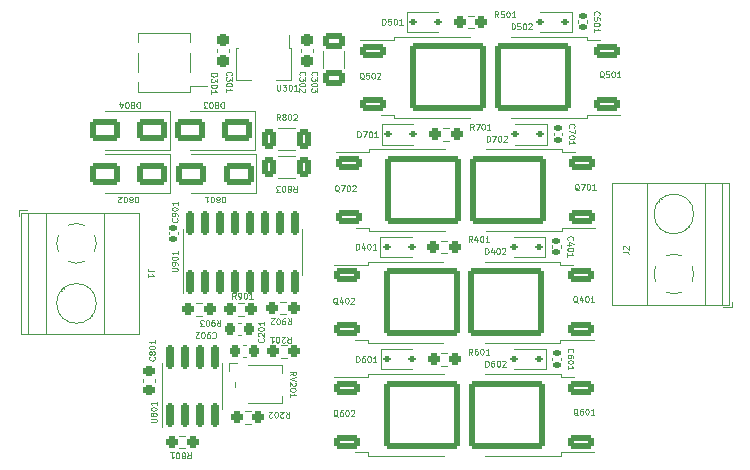
<source format=gbr>
%TF.GenerationSoftware,KiCad,Pcbnew,7.0.10*%
%TF.CreationDate,2024-02-13T13:45:35+01:00*%
%TF.ProjectId,turningLoopMosfet-overcurrent,7475726e-696e-4674-9c6f-6f704d6f7366,rev?*%
%TF.SameCoordinates,Original*%
%TF.FileFunction,Legend,Top*%
%TF.FilePolarity,Positive*%
%FSLAX46Y46*%
G04 Gerber Fmt 4.6, Leading zero omitted, Abs format (unit mm)*
G04 Created by KiCad (PCBNEW 7.0.10) date 2024-02-13 13:45:35*
%MOMM*%
%LPD*%
G01*
G04 APERTURE LIST*
G04 Aperture macros list*
%AMRoundRect*
0 Rectangle with rounded corners*
0 $1 Rounding radius*
0 $2 $3 $4 $5 $6 $7 $8 $9 X,Y pos of 4 corners*
0 Add a 4 corners polygon primitive as box body*
4,1,4,$2,$3,$4,$5,$6,$7,$8,$9,$2,$3,0*
0 Add four circle primitives for the rounded corners*
1,1,$1+$1,$2,$3*
1,1,$1+$1,$4,$5*
1,1,$1+$1,$6,$7*
1,1,$1+$1,$8,$9*
0 Add four rect primitives between the rounded corners*
20,1,$1+$1,$2,$3,$4,$5,0*
20,1,$1+$1,$4,$5,$6,$7,0*
20,1,$1+$1,$6,$7,$8,$9,0*
20,1,$1+$1,$8,$9,$2,$3,0*%
%AMFreePoly0*
4,1,9,3.862500,-0.866500,0.737500,-0.866500,0.737500,-0.450000,-0.737500,-0.450000,-0.737500,0.450000,0.737500,0.450000,0.737500,0.866500,3.862500,0.866500,3.862500,-0.866500,3.862500,-0.866500,$1*%
G04 Aperture macros list end*
%ADD10C,0.075000*%
%ADD11C,0.120000*%
%ADD12C,3.200000*%
%ADD13RoundRect,0.150000X0.150000X-0.825000X0.150000X0.825000X-0.150000X0.825000X-0.150000X-0.825000X0*%
%ADD14R,1.200000X1.200000*%
%ADD15R,1.500000X1.600000*%
%ADD16RoundRect,0.237500X0.250000X0.237500X-0.250000X0.237500X-0.250000X-0.237500X0.250000X-0.237500X0*%
%ADD17RoundRect,0.237500X-0.250000X-0.237500X0.250000X-0.237500X0.250000X0.237500X-0.250000X0.237500X0*%
%ADD18RoundRect,0.250000X0.312500X0.625000X-0.312500X0.625000X-0.312500X-0.625000X0.312500X-0.625000X0*%
%ADD19RoundRect,0.250000X-0.312500X-0.625000X0.312500X-0.625000X0.312500X0.625000X-0.312500X0.625000X0*%
%ADD20RoundRect,0.250000X-0.850000X-0.350000X0.850000X-0.350000X0.850000X0.350000X-0.850000X0.350000X0*%
%ADD21RoundRect,0.249997X-2.950003X-2.650003X2.950003X-2.650003X2.950003X2.650003X-2.950003X2.650003X0*%
%ADD22RoundRect,0.250000X0.850000X0.350000X-0.850000X0.350000X-0.850000X-0.350000X0.850000X-0.350000X0*%
%ADD23RoundRect,0.249997X2.950003X2.650003X-2.950003X2.650003X-2.950003X-2.650003X2.950003X-2.650003X0*%
%ADD24R,2.600000X2.600000*%
%ADD25C,2.600000*%
%ADD26RoundRect,0.250000X1.000000X0.650000X-1.000000X0.650000X-1.000000X-0.650000X1.000000X-0.650000X0*%
%ADD27RoundRect,0.112500X0.187500X0.112500X-0.187500X0.112500X-0.187500X-0.112500X0.187500X-0.112500X0*%
%ADD28RoundRect,0.112500X-0.187500X-0.112500X0.187500X-0.112500X0.187500X0.112500X-0.187500X0.112500X0*%
%ADD29R,1.000000X0.800000*%
%ADD30RoundRect,0.225000X0.225000X0.250000X-0.225000X0.250000X-0.225000X-0.250000X0.225000X-0.250000X0*%
%ADD31RoundRect,0.140000X-0.170000X0.140000X-0.170000X-0.140000X0.170000X-0.140000X0.170000X0.140000X0*%
%ADD32RoundRect,0.225000X0.250000X-0.225000X0.250000X0.225000X-0.250000X0.225000X-0.250000X-0.225000X0*%
%ADD33RoundRect,0.237500X-0.237500X0.300000X-0.237500X-0.300000X0.237500X-0.300000X0.237500X0.300000X0*%
%ADD34R,0.900000X1.300000*%
%ADD35FreePoly0,270.000000*%
%ADD36RoundRect,0.250000X-0.650000X0.412500X-0.650000X-0.412500X0.650000X-0.412500X0.650000X0.412500X0*%
G04 APERTURE END LIST*
D10*
X173256409Y-81836642D02*
X173661171Y-81836642D01*
X173661171Y-81836642D02*
X173708790Y-81812832D01*
X173708790Y-81812832D02*
X173732600Y-81789023D01*
X173732600Y-81789023D02*
X173756409Y-81741404D01*
X173756409Y-81741404D02*
X173756409Y-81646166D01*
X173756409Y-81646166D02*
X173732600Y-81598547D01*
X173732600Y-81598547D02*
X173708790Y-81574737D01*
X173708790Y-81574737D02*
X173661171Y-81550928D01*
X173661171Y-81550928D02*
X173256409Y-81550928D01*
X173756409Y-81289022D02*
X173756409Y-81193784D01*
X173756409Y-81193784D02*
X173732600Y-81146165D01*
X173732600Y-81146165D02*
X173708790Y-81122356D01*
X173708790Y-81122356D02*
X173637361Y-81074737D01*
X173637361Y-81074737D02*
X173542123Y-81050927D01*
X173542123Y-81050927D02*
X173351647Y-81050927D01*
X173351647Y-81050927D02*
X173304028Y-81074737D01*
X173304028Y-81074737D02*
X173280219Y-81098546D01*
X173280219Y-81098546D02*
X173256409Y-81146165D01*
X173256409Y-81146165D02*
X173256409Y-81241403D01*
X173256409Y-81241403D02*
X173280219Y-81289022D01*
X173280219Y-81289022D02*
X173304028Y-81312832D01*
X173304028Y-81312832D02*
X173351647Y-81336641D01*
X173351647Y-81336641D02*
X173470695Y-81336641D01*
X173470695Y-81336641D02*
X173518314Y-81312832D01*
X173518314Y-81312832D02*
X173542123Y-81289022D01*
X173542123Y-81289022D02*
X173565933Y-81241403D01*
X173565933Y-81241403D02*
X173565933Y-81146165D01*
X173565933Y-81146165D02*
X173542123Y-81098546D01*
X173542123Y-81098546D02*
X173518314Y-81074737D01*
X173518314Y-81074737D02*
X173470695Y-81050927D01*
X173256409Y-80741404D02*
X173256409Y-80693785D01*
X173256409Y-80693785D02*
X173280219Y-80646166D01*
X173280219Y-80646166D02*
X173304028Y-80622356D01*
X173304028Y-80622356D02*
X173351647Y-80598547D01*
X173351647Y-80598547D02*
X173446885Y-80574737D01*
X173446885Y-80574737D02*
X173565933Y-80574737D01*
X173565933Y-80574737D02*
X173661171Y-80598547D01*
X173661171Y-80598547D02*
X173708790Y-80622356D01*
X173708790Y-80622356D02*
X173732600Y-80646166D01*
X173732600Y-80646166D02*
X173756409Y-80693785D01*
X173756409Y-80693785D02*
X173756409Y-80741404D01*
X173756409Y-80741404D02*
X173732600Y-80789023D01*
X173732600Y-80789023D02*
X173708790Y-80812832D01*
X173708790Y-80812832D02*
X173661171Y-80836642D01*
X173661171Y-80836642D02*
X173565933Y-80860451D01*
X173565933Y-80860451D02*
X173446885Y-80860451D01*
X173446885Y-80860451D02*
X173351647Y-80836642D01*
X173351647Y-80836642D02*
X173304028Y-80812832D01*
X173304028Y-80812832D02*
X173280219Y-80789023D01*
X173280219Y-80789023D02*
X173256409Y-80741404D01*
X173756409Y-80098547D02*
X173756409Y-80384261D01*
X173756409Y-80241404D02*
X173256409Y-80241404D01*
X173256409Y-80241404D02*
X173327838Y-80289023D01*
X173327838Y-80289023D02*
X173375457Y-80336642D01*
X173375457Y-80336642D02*
X173399266Y-80384261D01*
X171473909Y-94603142D02*
X171878671Y-94603142D01*
X171878671Y-94603142D02*
X171926290Y-94579332D01*
X171926290Y-94579332D02*
X171950100Y-94555523D01*
X171950100Y-94555523D02*
X171973909Y-94507904D01*
X171973909Y-94507904D02*
X171973909Y-94412666D01*
X171973909Y-94412666D02*
X171950100Y-94365047D01*
X171950100Y-94365047D02*
X171926290Y-94341237D01*
X171926290Y-94341237D02*
X171878671Y-94317428D01*
X171878671Y-94317428D02*
X171473909Y-94317428D01*
X171688195Y-94007903D02*
X171664385Y-94055522D01*
X171664385Y-94055522D02*
X171640576Y-94079332D01*
X171640576Y-94079332D02*
X171592957Y-94103141D01*
X171592957Y-94103141D02*
X171569147Y-94103141D01*
X171569147Y-94103141D02*
X171521528Y-94079332D01*
X171521528Y-94079332D02*
X171497719Y-94055522D01*
X171497719Y-94055522D02*
X171473909Y-94007903D01*
X171473909Y-94007903D02*
X171473909Y-93912665D01*
X171473909Y-93912665D02*
X171497719Y-93865046D01*
X171497719Y-93865046D02*
X171521528Y-93841237D01*
X171521528Y-93841237D02*
X171569147Y-93817427D01*
X171569147Y-93817427D02*
X171592957Y-93817427D01*
X171592957Y-93817427D02*
X171640576Y-93841237D01*
X171640576Y-93841237D02*
X171664385Y-93865046D01*
X171664385Y-93865046D02*
X171688195Y-93912665D01*
X171688195Y-93912665D02*
X171688195Y-94007903D01*
X171688195Y-94007903D02*
X171712004Y-94055522D01*
X171712004Y-94055522D02*
X171735814Y-94079332D01*
X171735814Y-94079332D02*
X171783433Y-94103141D01*
X171783433Y-94103141D02*
X171878671Y-94103141D01*
X171878671Y-94103141D02*
X171926290Y-94079332D01*
X171926290Y-94079332D02*
X171950100Y-94055522D01*
X171950100Y-94055522D02*
X171973909Y-94007903D01*
X171973909Y-94007903D02*
X171973909Y-93912665D01*
X171973909Y-93912665D02*
X171950100Y-93865046D01*
X171950100Y-93865046D02*
X171926290Y-93841237D01*
X171926290Y-93841237D02*
X171878671Y-93817427D01*
X171878671Y-93817427D02*
X171783433Y-93817427D01*
X171783433Y-93817427D02*
X171735814Y-93841237D01*
X171735814Y-93841237D02*
X171712004Y-93865046D01*
X171712004Y-93865046D02*
X171688195Y-93912665D01*
X171473909Y-93507904D02*
X171473909Y-93460285D01*
X171473909Y-93460285D02*
X171497719Y-93412666D01*
X171497719Y-93412666D02*
X171521528Y-93388856D01*
X171521528Y-93388856D02*
X171569147Y-93365047D01*
X171569147Y-93365047D02*
X171664385Y-93341237D01*
X171664385Y-93341237D02*
X171783433Y-93341237D01*
X171783433Y-93341237D02*
X171878671Y-93365047D01*
X171878671Y-93365047D02*
X171926290Y-93388856D01*
X171926290Y-93388856D02*
X171950100Y-93412666D01*
X171950100Y-93412666D02*
X171973909Y-93460285D01*
X171973909Y-93460285D02*
X171973909Y-93507904D01*
X171973909Y-93507904D02*
X171950100Y-93555523D01*
X171950100Y-93555523D02*
X171926290Y-93579332D01*
X171926290Y-93579332D02*
X171878671Y-93603142D01*
X171878671Y-93603142D02*
X171783433Y-93626951D01*
X171783433Y-93626951D02*
X171664385Y-93626951D01*
X171664385Y-93626951D02*
X171569147Y-93603142D01*
X171569147Y-93603142D02*
X171521528Y-93579332D01*
X171521528Y-93579332D02*
X171497719Y-93555523D01*
X171497719Y-93555523D02*
X171473909Y-93507904D01*
X171973909Y-92865047D02*
X171973909Y-93150761D01*
X171973909Y-93007904D02*
X171473909Y-93007904D01*
X171473909Y-93007904D02*
X171545338Y-93055523D01*
X171545338Y-93055523D02*
X171592957Y-93103142D01*
X171592957Y-93103142D02*
X171616766Y-93150761D01*
X183264090Y-90619691D02*
X183502185Y-90453025D01*
X183264090Y-90333977D02*
X183764090Y-90333977D01*
X183764090Y-90333977D02*
X183764090Y-90524453D01*
X183764090Y-90524453D02*
X183740280Y-90572072D01*
X183740280Y-90572072D02*
X183716471Y-90595882D01*
X183716471Y-90595882D02*
X183668852Y-90619691D01*
X183668852Y-90619691D02*
X183597423Y-90619691D01*
X183597423Y-90619691D02*
X183549804Y-90595882D01*
X183549804Y-90595882D02*
X183525995Y-90572072D01*
X183525995Y-90572072D02*
X183502185Y-90524453D01*
X183502185Y-90524453D02*
X183502185Y-90333977D01*
X183764090Y-90762549D02*
X183264090Y-90929215D01*
X183264090Y-90929215D02*
X183764090Y-91095882D01*
X183716471Y-91238739D02*
X183740280Y-91262548D01*
X183740280Y-91262548D02*
X183764090Y-91310167D01*
X183764090Y-91310167D02*
X183764090Y-91429215D01*
X183764090Y-91429215D02*
X183740280Y-91476834D01*
X183740280Y-91476834D02*
X183716471Y-91500643D01*
X183716471Y-91500643D02*
X183668852Y-91524453D01*
X183668852Y-91524453D02*
X183621233Y-91524453D01*
X183621233Y-91524453D02*
X183549804Y-91500643D01*
X183549804Y-91500643D02*
X183264090Y-91214929D01*
X183264090Y-91214929D02*
X183264090Y-91524453D01*
X183764090Y-91833976D02*
X183764090Y-91881595D01*
X183764090Y-91881595D02*
X183740280Y-91929214D01*
X183740280Y-91929214D02*
X183716471Y-91953024D01*
X183716471Y-91953024D02*
X183668852Y-91976833D01*
X183668852Y-91976833D02*
X183573614Y-92000643D01*
X183573614Y-92000643D02*
X183454566Y-92000643D01*
X183454566Y-92000643D02*
X183359328Y-91976833D01*
X183359328Y-91976833D02*
X183311709Y-91953024D01*
X183311709Y-91953024D02*
X183287900Y-91929214D01*
X183287900Y-91929214D02*
X183264090Y-91881595D01*
X183264090Y-91881595D02*
X183264090Y-91833976D01*
X183264090Y-91833976D02*
X183287900Y-91786357D01*
X183287900Y-91786357D02*
X183311709Y-91762548D01*
X183311709Y-91762548D02*
X183359328Y-91738738D01*
X183359328Y-91738738D02*
X183454566Y-91714929D01*
X183454566Y-91714929D02*
X183573614Y-91714929D01*
X183573614Y-91714929D02*
X183668852Y-91738738D01*
X183668852Y-91738738D02*
X183716471Y-91762548D01*
X183716471Y-91762548D02*
X183740280Y-91786357D01*
X183740280Y-91786357D02*
X183764090Y-91833976D01*
X183264090Y-92476833D02*
X183264090Y-92191119D01*
X183264090Y-92333976D02*
X183764090Y-92333976D01*
X183764090Y-92333976D02*
X183692661Y-92286357D01*
X183692661Y-92286357D02*
X183645042Y-92238738D01*
X183645042Y-92238738D02*
X183621233Y-92191119D01*
X177089523Y-85941090D02*
X177256189Y-86179185D01*
X177375237Y-85941090D02*
X177375237Y-86441090D01*
X177375237Y-86441090D02*
X177184761Y-86441090D01*
X177184761Y-86441090D02*
X177137142Y-86417280D01*
X177137142Y-86417280D02*
X177113332Y-86393471D01*
X177113332Y-86393471D02*
X177089523Y-86345852D01*
X177089523Y-86345852D02*
X177089523Y-86274423D01*
X177089523Y-86274423D02*
X177113332Y-86226804D01*
X177113332Y-86226804D02*
X177137142Y-86202995D01*
X177137142Y-86202995D02*
X177184761Y-86179185D01*
X177184761Y-86179185D02*
X177375237Y-86179185D01*
X176851427Y-85941090D02*
X176756189Y-85941090D01*
X176756189Y-85941090D02*
X176708570Y-85964900D01*
X176708570Y-85964900D02*
X176684761Y-85988709D01*
X176684761Y-85988709D02*
X176637142Y-86060138D01*
X176637142Y-86060138D02*
X176613332Y-86155376D01*
X176613332Y-86155376D02*
X176613332Y-86345852D01*
X176613332Y-86345852D02*
X176637142Y-86393471D01*
X176637142Y-86393471D02*
X176660951Y-86417280D01*
X176660951Y-86417280D02*
X176708570Y-86441090D01*
X176708570Y-86441090D02*
X176803808Y-86441090D01*
X176803808Y-86441090D02*
X176851427Y-86417280D01*
X176851427Y-86417280D02*
X176875237Y-86393471D01*
X176875237Y-86393471D02*
X176899046Y-86345852D01*
X176899046Y-86345852D02*
X176899046Y-86226804D01*
X176899046Y-86226804D02*
X176875237Y-86179185D01*
X176875237Y-86179185D02*
X176851427Y-86155376D01*
X176851427Y-86155376D02*
X176803808Y-86131566D01*
X176803808Y-86131566D02*
X176708570Y-86131566D01*
X176708570Y-86131566D02*
X176660951Y-86155376D01*
X176660951Y-86155376D02*
X176637142Y-86179185D01*
X176637142Y-86179185D02*
X176613332Y-86226804D01*
X176303809Y-86441090D02*
X176256190Y-86441090D01*
X176256190Y-86441090D02*
X176208571Y-86417280D01*
X176208571Y-86417280D02*
X176184761Y-86393471D01*
X176184761Y-86393471D02*
X176160952Y-86345852D01*
X176160952Y-86345852D02*
X176137142Y-86250614D01*
X176137142Y-86250614D02*
X176137142Y-86131566D01*
X176137142Y-86131566D02*
X176160952Y-86036328D01*
X176160952Y-86036328D02*
X176184761Y-85988709D01*
X176184761Y-85988709D02*
X176208571Y-85964900D01*
X176208571Y-85964900D02*
X176256190Y-85941090D01*
X176256190Y-85941090D02*
X176303809Y-85941090D01*
X176303809Y-85941090D02*
X176351428Y-85964900D01*
X176351428Y-85964900D02*
X176375237Y-85988709D01*
X176375237Y-85988709D02*
X176399047Y-86036328D01*
X176399047Y-86036328D02*
X176422856Y-86131566D01*
X176422856Y-86131566D02*
X176422856Y-86250614D01*
X176422856Y-86250614D02*
X176399047Y-86345852D01*
X176399047Y-86345852D02*
X176375237Y-86393471D01*
X176375237Y-86393471D02*
X176351428Y-86417280D01*
X176351428Y-86417280D02*
X176303809Y-86441090D01*
X175970476Y-86441090D02*
X175660952Y-86441090D01*
X175660952Y-86441090D02*
X175827619Y-86250614D01*
X175827619Y-86250614D02*
X175756190Y-86250614D01*
X175756190Y-86250614D02*
X175708571Y-86226804D01*
X175708571Y-86226804D02*
X175684762Y-86202995D01*
X175684762Y-86202995D02*
X175660952Y-86155376D01*
X175660952Y-86155376D02*
X175660952Y-86036328D01*
X175660952Y-86036328D02*
X175684762Y-85988709D01*
X175684762Y-85988709D02*
X175708571Y-85964900D01*
X175708571Y-85964900D02*
X175756190Y-85941090D01*
X175756190Y-85941090D02*
X175899047Y-85941090D01*
X175899047Y-85941090D02*
X175946666Y-85964900D01*
X175946666Y-85964900D02*
X175970476Y-85988709D01*
X183082523Y-85814090D02*
X183249189Y-86052185D01*
X183368237Y-85814090D02*
X183368237Y-86314090D01*
X183368237Y-86314090D02*
X183177761Y-86314090D01*
X183177761Y-86314090D02*
X183130142Y-86290280D01*
X183130142Y-86290280D02*
X183106332Y-86266471D01*
X183106332Y-86266471D02*
X183082523Y-86218852D01*
X183082523Y-86218852D02*
X183082523Y-86147423D01*
X183082523Y-86147423D02*
X183106332Y-86099804D01*
X183106332Y-86099804D02*
X183130142Y-86075995D01*
X183130142Y-86075995D02*
X183177761Y-86052185D01*
X183177761Y-86052185D02*
X183368237Y-86052185D01*
X182844427Y-85814090D02*
X182749189Y-85814090D01*
X182749189Y-85814090D02*
X182701570Y-85837900D01*
X182701570Y-85837900D02*
X182677761Y-85861709D01*
X182677761Y-85861709D02*
X182630142Y-85933138D01*
X182630142Y-85933138D02*
X182606332Y-86028376D01*
X182606332Y-86028376D02*
X182606332Y-86218852D01*
X182606332Y-86218852D02*
X182630142Y-86266471D01*
X182630142Y-86266471D02*
X182653951Y-86290280D01*
X182653951Y-86290280D02*
X182701570Y-86314090D01*
X182701570Y-86314090D02*
X182796808Y-86314090D01*
X182796808Y-86314090D02*
X182844427Y-86290280D01*
X182844427Y-86290280D02*
X182868237Y-86266471D01*
X182868237Y-86266471D02*
X182892046Y-86218852D01*
X182892046Y-86218852D02*
X182892046Y-86099804D01*
X182892046Y-86099804D02*
X182868237Y-86052185D01*
X182868237Y-86052185D02*
X182844427Y-86028376D01*
X182844427Y-86028376D02*
X182796808Y-86004566D01*
X182796808Y-86004566D02*
X182701570Y-86004566D01*
X182701570Y-86004566D02*
X182653951Y-86028376D01*
X182653951Y-86028376D02*
X182630142Y-86052185D01*
X182630142Y-86052185D02*
X182606332Y-86099804D01*
X182296809Y-86314090D02*
X182249190Y-86314090D01*
X182249190Y-86314090D02*
X182201571Y-86290280D01*
X182201571Y-86290280D02*
X182177761Y-86266471D01*
X182177761Y-86266471D02*
X182153952Y-86218852D01*
X182153952Y-86218852D02*
X182130142Y-86123614D01*
X182130142Y-86123614D02*
X182130142Y-86004566D01*
X182130142Y-86004566D02*
X182153952Y-85909328D01*
X182153952Y-85909328D02*
X182177761Y-85861709D01*
X182177761Y-85861709D02*
X182201571Y-85837900D01*
X182201571Y-85837900D02*
X182249190Y-85814090D01*
X182249190Y-85814090D02*
X182296809Y-85814090D01*
X182296809Y-85814090D02*
X182344428Y-85837900D01*
X182344428Y-85837900D02*
X182368237Y-85861709D01*
X182368237Y-85861709D02*
X182392047Y-85909328D01*
X182392047Y-85909328D02*
X182415856Y-86004566D01*
X182415856Y-86004566D02*
X182415856Y-86123614D01*
X182415856Y-86123614D02*
X182392047Y-86218852D01*
X182392047Y-86218852D02*
X182368237Y-86266471D01*
X182368237Y-86266471D02*
X182344428Y-86290280D01*
X182344428Y-86290280D02*
X182296809Y-86314090D01*
X181939666Y-86266471D02*
X181915857Y-86290280D01*
X181915857Y-86290280D02*
X181868238Y-86314090D01*
X181868238Y-86314090D02*
X181749190Y-86314090D01*
X181749190Y-86314090D02*
X181701571Y-86290280D01*
X181701571Y-86290280D02*
X181677762Y-86266471D01*
X181677762Y-86266471D02*
X181653952Y-86218852D01*
X181653952Y-86218852D02*
X181653952Y-86171233D01*
X181653952Y-86171233D02*
X181677762Y-86099804D01*
X181677762Y-86099804D02*
X181963476Y-85814090D01*
X181963476Y-85814090D02*
X181653952Y-85814090D01*
X178683976Y-84145909D02*
X178517310Y-83907814D01*
X178398262Y-84145909D02*
X178398262Y-83645909D01*
X178398262Y-83645909D02*
X178588738Y-83645909D01*
X178588738Y-83645909D02*
X178636357Y-83669719D01*
X178636357Y-83669719D02*
X178660167Y-83693528D01*
X178660167Y-83693528D02*
X178683976Y-83741147D01*
X178683976Y-83741147D02*
X178683976Y-83812576D01*
X178683976Y-83812576D02*
X178660167Y-83860195D01*
X178660167Y-83860195D02*
X178636357Y-83884004D01*
X178636357Y-83884004D02*
X178588738Y-83907814D01*
X178588738Y-83907814D02*
X178398262Y-83907814D01*
X178922072Y-84145909D02*
X179017310Y-84145909D01*
X179017310Y-84145909D02*
X179064929Y-84122100D01*
X179064929Y-84122100D02*
X179088738Y-84098290D01*
X179088738Y-84098290D02*
X179136357Y-84026861D01*
X179136357Y-84026861D02*
X179160167Y-83931623D01*
X179160167Y-83931623D02*
X179160167Y-83741147D01*
X179160167Y-83741147D02*
X179136357Y-83693528D01*
X179136357Y-83693528D02*
X179112548Y-83669719D01*
X179112548Y-83669719D02*
X179064929Y-83645909D01*
X179064929Y-83645909D02*
X178969691Y-83645909D01*
X178969691Y-83645909D02*
X178922072Y-83669719D01*
X178922072Y-83669719D02*
X178898262Y-83693528D01*
X178898262Y-83693528D02*
X178874453Y-83741147D01*
X178874453Y-83741147D02*
X178874453Y-83860195D01*
X178874453Y-83860195D02*
X178898262Y-83907814D01*
X178898262Y-83907814D02*
X178922072Y-83931623D01*
X178922072Y-83931623D02*
X178969691Y-83955433D01*
X178969691Y-83955433D02*
X179064929Y-83955433D01*
X179064929Y-83955433D02*
X179112548Y-83931623D01*
X179112548Y-83931623D02*
X179136357Y-83907814D01*
X179136357Y-83907814D02*
X179160167Y-83860195D01*
X179469690Y-83645909D02*
X179517309Y-83645909D01*
X179517309Y-83645909D02*
X179564928Y-83669719D01*
X179564928Y-83669719D02*
X179588738Y-83693528D01*
X179588738Y-83693528D02*
X179612547Y-83741147D01*
X179612547Y-83741147D02*
X179636357Y-83836385D01*
X179636357Y-83836385D02*
X179636357Y-83955433D01*
X179636357Y-83955433D02*
X179612547Y-84050671D01*
X179612547Y-84050671D02*
X179588738Y-84098290D01*
X179588738Y-84098290D02*
X179564928Y-84122100D01*
X179564928Y-84122100D02*
X179517309Y-84145909D01*
X179517309Y-84145909D02*
X179469690Y-84145909D01*
X179469690Y-84145909D02*
X179422071Y-84122100D01*
X179422071Y-84122100D02*
X179398262Y-84098290D01*
X179398262Y-84098290D02*
X179374452Y-84050671D01*
X179374452Y-84050671D02*
X179350643Y-83955433D01*
X179350643Y-83955433D02*
X179350643Y-83836385D01*
X179350643Y-83836385D02*
X179374452Y-83741147D01*
X179374452Y-83741147D02*
X179398262Y-83693528D01*
X179398262Y-83693528D02*
X179422071Y-83669719D01*
X179422071Y-83669719D02*
X179469690Y-83645909D01*
X180112547Y-84145909D02*
X179826833Y-84145909D01*
X179969690Y-84145909D02*
X179969690Y-83645909D01*
X179969690Y-83645909D02*
X179922071Y-83717338D01*
X179922071Y-83717338D02*
X179874452Y-83764957D01*
X179874452Y-83764957D02*
X179826833Y-83788766D01*
X183547023Y-74592590D02*
X183713689Y-74830685D01*
X183832737Y-74592590D02*
X183832737Y-75092590D01*
X183832737Y-75092590D02*
X183642261Y-75092590D01*
X183642261Y-75092590D02*
X183594642Y-75068780D01*
X183594642Y-75068780D02*
X183570832Y-75044971D01*
X183570832Y-75044971D02*
X183547023Y-74997352D01*
X183547023Y-74997352D02*
X183547023Y-74925923D01*
X183547023Y-74925923D02*
X183570832Y-74878304D01*
X183570832Y-74878304D02*
X183594642Y-74854495D01*
X183594642Y-74854495D02*
X183642261Y-74830685D01*
X183642261Y-74830685D02*
X183832737Y-74830685D01*
X183261308Y-74878304D02*
X183308927Y-74902114D01*
X183308927Y-74902114D02*
X183332737Y-74925923D01*
X183332737Y-74925923D02*
X183356546Y-74973542D01*
X183356546Y-74973542D02*
X183356546Y-74997352D01*
X183356546Y-74997352D02*
X183332737Y-75044971D01*
X183332737Y-75044971D02*
X183308927Y-75068780D01*
X183308927Y-75068780D02*
X183261308Y-75092590D01*
X183261308Y-75092590D02*
X183166070Y-75092590D01*
X183166070Y-75092590D02*
X183118451Y-75068780D01*
X183118451Y-75068780D02*
X183094642Y-75044971D01*
X183094642Y-75044971D02*
X183070832Y-74997352D01*
X183070832Y-74997352D02*
X183070832Y-74973542D01*
X183070832Y-74973542D02*
X183094642Y-74925923D01*
X183094642Y-74925923D02*
X183118451Y-74902114D01*
X183118451Y-74902114D02*
X183166070Y-74878304D01*
X183166070Y-74878304D02*
X183261308Y-74878304D01*
X183261308Y-74878304D02*
X183308927Y-74854495D01*
X183308927Y-74854495D02*
X183332737Y-74830685D01*
X183332737Y-74830685D02*
X183356546Y-74783066D01*
X183356546Y-74783066D02*
X183356546Y-74687828D01*
X183356546Y-74687828D02*
X183332737Y-74640209D01*
X183332737Y-74640209D02*
X183308927Y-74616400D01*
X183308927Y-74616400D02*
X183261308Y-74592590D01*
X183261308Y-74592590D02*
X183166070Y-74592590D01*
X183166070Y-74592590D02*
X183118451Y-74616400D01*
X183118451Y-74616400D02*
X183094642Y-74640209D01*
X183094642Y-74640209D02*
X183070832Y-74687828D01*
X183070832Y-74687828D02*
X183070832Y-74783066D01*
X183070832Y-74783066D02*
X183094642Y-74830685D01*
X183094642Y-74830685D02*
X183118451Y-74854495D01*
X183118451Y-74854495D02*
X183166070Y-74878304D01*
X182761309Y-75092590D02*
X182713690Y-75092590D01*
X182713690Y-75092590D02*
X182666071Y-75068780D01*
X182666071Y-75068780D02*
X182642261Y-75044971D01*
X182642261Y-75044971D02*
X182618452Y-74997352D01*
X182618452Y-74997352D02*
X182594642Y-74902114D01*
X182594642Y-74902114D02*
X182594642Y-74783066D01*
X182594642Y-74783066D02*
X182618452Y-74687828D01*
X182618452Y-74687828D02*
X182642261Y-74640209D01*
X182642261Y-74640209D02*
X182666071Y-74616400D01*
X182666071Y-74616400D02*
X182713690Y-74592590D01*
X182713690Y-74592590D02*
X182761309Y-74592590D01*
X182761309Y-74592590D02*
X182808928Y-74616400D01*
X182808928Y-74616400D02*
X182832737Y-74640209D01*
X182832737Y-74640209D02*
X182856547Y-74687828D01*
X182856547Y-74687828D02*
X182880356Y-74783066D01*
X182880356Y-74783066D02*
X182880356Y-74902114D01*
X182880356Y-74902114D02*
X182856547Y-74997352D01*
X182856547Y-74997352D02*
X182832737Y-75044971D01*
X182832737Y-75044971D02*
X182808928Y-75068780D01*
X182808928Y-75068780D02*
X182761309Y-75092590D01*
X182427976Y-75092590D02*
X182118452Y-75092590D01*
X182118452Y-75092590D02*
X182285119Y-74902114D01*
X182285119Y-74902114D02*
X182213690Y-74902114D01*
X182213690Y-74902114D02*
X182166071Y-74878304D01*
X182166071Y-74878304D02*
X182142262Y-74854495D01*
X182142262Y-74854495D02*
X182118452Y-74806876D01*
X182118452Y-74806876D02*
X182118452Y-74687828D01*
X182118452Y-74687828D02*
X182142262Y-74640209D01*
X182142262Y-74640209D02*
X182166071Y-74616400D01*
X182166071Y-74616400D02*
X182213690Y-74592590D01*
X182213690Y-74592590D02*
X182356547Y-74592590D01*
X182356547Y-74592590D02*
X182404166Y-74616400D01*
X182404166Y-74616400D02*
X182427976Y-74640209D01*
X182427976Y-69006409D02*
X182261310Y-68768314D01*
X182142262Y-69006409D02*
X182142262Y-68506409D01*
X182142262Y-68506409D02*
X182332738Y-68506409D01*
X182332738Y-68506409D02*
X182380357Y-68530219D01*
X182380357Y-68530219D02*
X182404167Y-68554028D01*
X182404167Y-68554028D02*
X182427976Y-68601647D01*
X182427976Y-68601647D02*
X182427976Y-68673076D01*
X182427976Y-68673076D02*
X182404167Y-68720695D01*
X182404167Y-68720695D02*
X182380357Y-68744504D01*
X182380357Y-68744504D02*
X182332738Y-68768314D01*
X182332738Y-68768314D02*
X182142262Y-68768314D01*
X182713691Y-68720695D02*
X182666072Y-68696885D01*
X182666072Y-68696885D02*
X182642262Y-68673076D01*
X182642262Y-68673076D02*
X182618453Y-68625457D01*
X182618453Y-68625457D02*
X182618453Y-68601647D01*
X182618453Y-68601647D02*
X182642262Y-68554028D01*
X182642262Y-68554028D02*
X182666072Y-68530219D01*
X182666072Y-68530219D02*
X182713691Y-68506409D01*
X182713691Y-68506409D02*
X182808929Y-68506409D01*
X182808929Y-68506409D02*
X182856548Y-68530219D01*
X182856548Y-68530219D02*
X182880357Y-68554028D01*
X182880357Y-68554028D02*
X182904167Y-68601647D01*
X182904167Y-68601647D02*
X182904167Y-68625457D01*
X182904167Y-68625457D02*
X182880357Y-68673076D01*
X182880357Y-68673076D02*
X182856548Y-68696885D01*
X182856548Y-68696885D02*
X182808929Y-68720695D01*
X182808929Y-68720695D02*
X182713691Y-68720695D01*
X182713691Y-68720695D02*
X182666072Y-68744504D01*
X182666072Y-68744504D02*
X182642262Y-68768314D01*
X182642262Y-68768314D02*
X182618453Y-68815933D01*
X182618453Y-68815933D02*
X182618453Y-68911171D01*
X182618453Y-68911171D02*
X182642262Y-68958790D01*
X182642262Y-68958790D02*
X182666072Y-68982600D01*
X182666072Y-68982600D02*
X182713691Y-69006409D01*
X182713691Y-69006409D02*
X182808929Y-69006409D01*
X182808929Y-69006409D02*
X182856548Y-68982600D01*
X182856548Y-68982600D02*
X182880357Y-68958790D01*
X182880357Y-68958790D02*
X182904167Y-68911171D01*
X182904167Y-68911171D02*
X182904167Y-68815933D01*
X182904167Y-68815933D02*
X182880357Y-68768314D01*
X182880357Y-68768314D02*
X182856548Y-68744504D01*
X182856548Y-68744504D02*
X182808929Y-68720695D01*
X183213690Y-68506409D02*
X183261309Y-68506409D01*
X183261309Y-68506409D02*
X183308928Y-68530219D01*
X183308928Y-68530219D02*
X183332738Y-68554028D01*
X183332738Y-68554028D02*
X183356547Y-68601647D01*
X183356547Y-68601647D02*
X183380357Y-68696885D01*
X183380357Y-68696885D02*
X183380357Y-68815933D01*
X183380357Y-68815933D02*
X183356547Y-68911171D01*
X183356547Y-68911171D02*
X183332738Y-68958790D01*
X183332738Y-68958790D02*
X183308928Y-68982600D01*
X183308928Y-68982600D02*
X183261309Y-69006409D01*
X183261309Y-69006409D02*
X183213690Y-69006409D01*
X183213690Y-69006409D02*
X183166071Y-68982600D01*
X183166071Y-68982600D02*
X183142262Y-68958790D01*
X183142262Y-68958790D02*
X183118452Y-68911171D01*
X183118452Y-68911171D02*
X183094643Y-68815933D01*
X183094643Y-68815933D02*
X183094643Y-68696885D01*
X183094643Y-68696885D02*
X183118452Y-68601647D01*
X183118452Y-68601647D02*
X183142262Y-68554028D01*
X183142262Y-68554028D02*
X183166071Y-68530219D01*
X183166071Y-68530219D02*
X183213690Y-68506409D01*
X183570833Y-68554028D02*
X183594642Y-68530219D01*
X183594642Y-68530219D02*
X183642261Y-68506409D01*
X183642261Y-68506409D02*
X183761309Y-68506409D01*
X183761309Y-68506409D02*
X183808928Y-68530219D01*
X183808928Y-68530219D02*
X183832737Y-68554028D01*
X183832737Y-68554028D02*
X183856547Y-68601647D01*
X183856547Y-68601647D02*
X183856547Y-68649266D01*
X183856547Y-68649266D02*
X183832737Y-68720695D01*
X183832737Y-68720695D02*
X183547023Y-69006409D01*
X183547023Y-69006409D02*
X183856547Y-69006409D01*
X174569023Y-97157590D02*
X174735689Y-97395685D01*
X174854737Y-97157590D02*
X174854737Y-97657590D01*
X174854737Y-97657590D02*
X174664261Y-97657590D01*
X174664261Y-97657590D02*
X174616642Y-97633780D01*
X174616642Y-97633780D02*
X174592832Y-97609971D01*
X174592832Y-97609971D02*
X174569023Y-97562352D01*
X174569023Y-97562352D02*
X174569023Y-97490923D01*
X174569023Y-97490923D02*
X174592832Y-97443304D01*
X174592832Y-97443304D02*
X174616642Y-97419495D01*
X174616642Y-97419495D02*
X174664261Y-97395685D01*
X174664261Y-97395685D02*
X174854737Y-97395685D01*
X174283308Y-97443304D02*
X174330927Y-97467114D01*
X174330927Y-97467114D02*
X174354737Y-97490923D01*
X174354737Y-97490923D02*
X174378546Y-97538542D01*
X174378546Y-97538542D02*
X174378546Y-97562352D01*
X174378546Y-97562352D02*
X174354737Y-97609971D01*
X174354737Y-97609971D02*
X174330927Y-97633780D01*
X174330927Y-97633780D02*
X174283308Y-97657590D01*
X174283308Y-97657590D02*
X174188070Y-97657590D01*
X174188070Y-97657590D02*
X174140451Y-97633780D01*
X174140451Y-97633780D02*
X174116642Y-97609971D01*
X174116642Y-97609971D02*
X174092832Y-97562352D01*
X174092832Y-97562352D02*
X174092832Y-97538542D01*
X174092832Y-97538542D02*
X174116642Y-97490923D01*
X174116642Y-97490923D02*
X174140451Y-97467114D01*
X174140451Y-97467114D02*
X174188070Y-97443304D01*
X174188070Y-97443304D02*
X174283308Y-97443304D01*
X174283308Y-97443304D02*
X174330927Y-97419495D01*
X174330927Y-97419495D02*
X174354737Y-97395685D01*
X174354737Y-97395685D02*
X174378546Y-97348066D01*
X174378546Y-97348066D02*
X174378546Y-97252828D01*
X174378546Y-97252828D02*
X174354737Y-97205209D01*
X174354737Y-97205209D02*
X174330927Y-97181400D01*
X174330927Y-97181400D02*
X174283308Y-97157590D01*
X174283308Y-97157590D02*
X174188070Y-97157590D01*
X174188070Y-97157590D02*
X174140451Y-97181400D01*
X174140451Y-97181400D02*
X174116642Y-97205209D01*
X174116642Y-97205209D02*
X174092832Y-97252828D01*
X174092832Y-97252828D02*
X174092832Y-97348066D01*
X174092832Y-97348066D02*
X174116642Y-97395685D01*
X174116642Y-97395685D02*
X174140451Y-97419495D01*
X174140451Y-97419495D02*
X174188070Y-97443304D01*
X173783309Y-97657590D02*
X173735690Y-97657590D01*
X173735690Y-97657590D02*
X173688071Y-97633780D01*
X173688071Y-97633780D02*
X173664261Y-97609971D01*
X173664261Y-97609971D02*
X173640452Y-97562352D01*
X173640452Y-97562352D02*
X173616642Y-97467114D01*
X173616642Y-97467114D02*
X173616642Y-97348066D01*
X173616642Y-97348066D02*
X173640452Y-97252828D01*
X173640452Y-97252828D02*
X173664261Y-97205209D01*
X173664261Y-97205209D02*
X173688071Y-97181400D01*
X173688071Y-97181400D02*
X173735690Y-97157590D01*
X173735690Y-97157590D02*
X173783309Y-97157590D01*
X173783309Y-97157590D02*
X173830928Y-97181400D01*
X173830928Y-97181400D02*
X173854737Y-97205209D01*
X173854737Y-97205209D02*
X173878547Y-97252828D01*
X173878547Y-97252828D02*
X173902356Y-97348066D01*
X173902356Y-97348066D02*
X173902356Y-97467114D01*
X173902356Y-97467114D02*
X173878547Y-97562352D01*
X173878547Y-97562352D02*
X173854737Y-97609971D01*
X173854737Y-97609971D02*
X173830928Y-97633780D01*
X173830928Y-97633780D02*
X173783309Y-97657590D01*
X173140452Y-97157590D02*
X173426166Y-97157590D01*
X173283309Y-97157590D02*
X173283309Y-97657590D01*
X173283309Y-97657590D02*
X173330928Y-97586161D01*
X173330928Y-97586161D02*
X173378547Y-97538542D01*
X173378547Y-97538542D02*
X173426166Y-97514733D01*
X198821476Y-69829410D02*
X198654810Y-69591315D01*
X198535762Y-69829410D02*
X198535762Y-69329410D01*
X198535762Y-69329410D02*
X198726238Y-69329410D01*
X198726238Y-69329410D02*
X198773857Y-69353220D01*
X198773857Y-69353220D02*
X198797667Y-69377029D01*
X198797667Y-69377029D02*
X198821476Y-69424648D01*
X198821476Y-69424648D02*
X198821476Y-69496077D01*
X198821476Y-69496077D02*
X198797667Y-69543696D01*
X198797667Y-69543696D02*
X198773857Y-69567505D01*
X198773857Y-69567505D02*
X198726238Y-69591315D01*
X198726238Y-69591315D02*
X198535762Y-69591315D01*
X198988143Y-69329410D02*
X199321476Y-69329410D01*
X199321476Y-69329410D02*
X199107191Y-69829410D01*
X199607190Y-69329410D02*
X199654809Y-69329410D01*
X199654809Y-69329410D02*
X199702428Y-69353220D01*
X199702428Y-69353220D02*
X199726238Y-69377029D01*
X199726238Y-69377029D02*
X199750047Y-69424648D01*
X199750047Y-69424648D02*
X199773857Y-69519886D01*
X199773857Y-69519886D02*
X199773857Y-69638934D01*
X199773857Y-69638934D02*
X199750047Y-69734172D01*
X199750047Y-69734172D02*
X199726238Y-69781791D01*
X199726238Y-69781791D02*
X199702428Y-69805601D01*
X199702428Y-69805601D02*
X199654809Y-69829410D01*
X199654809Y-69829410D02*
X199607190Y-69829410D01*
X199607190Y-69829410D02*
X199559571Y-69805601D01*
X199559571Y-69805601D02*
X199535762Y-69781791D01*
X199535762Y-69781791D02*
X199511952Y-69734172D01*
X199511952Y-69734172D02*
X199488143Y-69638934D01*
X199488143Y-69638934D02*
X199488143Y-69519886D01*
X199488143Y-69519886D02*
X199511952Y-69424648D01*
X199511952Y-69424648D02*
X199535762Y-69377029D01*
X199535762Y-69377029D02*
X199559571Y-69353220D01*
X199559571Y-69353220D02*
X199607190Y-69329410D01*
X200250047Y-69829410D02*
X199964333Y-69829410D01*
X200107190Y-69829410D02*
X200107190Y-69329410D01*
X200107190Y-69329410D02*
X200059571Y-69400839D01*
X200059571Y-69400839D02*
X200011952Y-69448458D01*
X200011952Y-69448458D02*
X199964333Y-69472267D01*
X198712976Y-88872909D02*
X198546310Y-88634814D01*
X198427262Y-88872909D02*
X198427262Y-88372909D01*
X198427262Y-88372909D02*
X198617738Y-88372909D01*
X198617738Y-88372909D02*
X198665357Y-88396719D01*
X198665357Y-88396719D02*
X198689167Y-88420528D01*
X198689167Y-88420528D02*
X198712976Y-88468147D01*
X198712976Y-88468147D02*
X198712976Y-88539576D01*
X198712976Y-88539576D02*
X198689167Y-88587195D01*
X198689167Y-88587195D02*
X198665357Y-88611004D01*
X198665357Y-88611004D02*
X198617738Y-88634814D01*
X198617738Y-88634814D02*
X198427262Y-88634814D01*
X199141548Y-88372909D02*
X199046310Y-88372909D01*
X199046310Y-88372909D02*
X198998691Y-88396719D01*
X198998691Y-88396719D02*
X198974881Y-88420528D01*
X198974881Y-88420528D02*
X198927262Y-88491957D01*
X198927262Y-88491957D02*
X198903453Y-88587195D01*
X198903453Y-88587195D02*
X198903453Y-88777671D01*
X198903453Y-88777671D02*
X198927262Y-88825290D01*
X198927262Y-88825290D02*
X198951072Y-88849100D01*
X198951072Y-88849100D02*
X198998691Y-88872909D01*
X198998691Y-88872909D02*
X199093929Y-88872909D01*
X199093929Y-88872909D02*
X199141548Y-88849100D01*
X199141548Y-88849100D02*
X199165357Y-88825290D01*
X199165357Y-88825290D02*
X199189167Y-88777671D01*
X199189167Y-88777671D02*
X199189167Y-88658623D01*
X199189167Y-88658623D02*
X199165357Y-88611004D01*
X199165357Y-88611004D02*
X199141548Y-88587195D01*
X199141548Y-88587195D02*
X199093929Y-88563385D01*
X199093929Y-88563385D02*
X198998691Y-88563385D01*
X198998691Y-88563385D02*
X198951072Y-88587195D01*
X198951072Y-88587195D02*
X198927262Y-88611004D01*
X198927262Y-88611004D02*
X198903453Y-88658623D01*
X199498690Y-88372909D02*
X199546309Y-88372909D01*
X199546309Y-88372909D02*
X199593928Y-88396719D01*
X199593928Y-88396719D02*
X199617738Y-88420528D01*
X199617738Y-88420528D02*
X199641547Y-88468147D01*
X199641547Y-88468147D02*
X199665357Y-88563385D01*
X199665357Y-88563385D02*
X199665357Y-88682433D01*
X199665357Y-88682433D02*
X199641547Y-88777671D01*
X199641547Y-88777671D02*
X199617738Y-88825290D01*
X199617738Y-88825290D02*
X199593928Y-88849100D01*
X199593928Y-88849100D02*
X199546309Y-88872909D01*
X199546309Y-88872909D02*
X199498690Y-88872909D01*
X199498690Y-88872909D02*
X199451071Y-88849100D01*
X199451071Y-88849100D02*
X199427262Y-88825290D01*
X199427262Y-88825290D02*
X199403452Y-88777671D01*
X199403452Y-88777671D02*
X199379643Y-88682433D01*
X199379643Y-88682433D02*
X199379643Y-88563385D01*
X199379643Y-88563385D02*
X199403452Y-88468147D01*
X199403452Y-88468147D02*
X199427262Y-88420528D01*
X199427262Y-88420528D02*
X199451071Y-88396719D01*
X199451071Y-88396719D02*
X199498690Y-88372909D01*
X200141547Y-88872909D02*
X199855833Y-88872909D01*
X199998690Y-88872909D02*
X199998690Y-88372909D01*
X199998690Y-88372909D02*
X199951071Y-88444338D01*
X199951071Y-88444338D02*
X199903452Y-88491957D01*
X199903452Y-88491957D02*
X199855833Y-88515766D01*
X200920476Y-60304409D02*
X200753810Y-60066314D01*
X200634762Y-60304409D02*
X200634762Y-59804409D01*
X200634762Y-59804409D02*
X200825238Y-59804409D01*
X200825238Y-59804409D02*
X200872857Y-59828219D01*
X200872857Y-59828219D02*
X200896667Y-59852028D01*
X200896667Y-59852028D02*
X200920476Y-59899647D01*
X200920476Y-59899647D02*
X200920476Y-59971076D01*
X200920476Y-59971076D02*
X200896667Y-60018695D01*
X200896667Y-60018695D02*
X200872857Y-60042504D01*
X200872857Y-60042504D02*
X200825238Y-60066314D01*
X200825238Y-60066314D02*
X200634762Y-60066314D01*
X201372857Y-59804409D02*
X201134762Y-59804409D01*
X201134762Y-59804409D02*
X201110953Y-60042504D01*
X201110953Y-60042504D02*
X201134762Y-60018695D01*
X201134762Y-60018695D02*
X201182381Y-59994885D01*
X201182381Y-59994885D02*
X201301429Y-59994885D01*
X201301429Y-59994885D02*
X201349048Y-60018695D01*
X201349048Y-60018695D02*
X201372857Y-60042504D01*
X201372857Y-60042504D02*
X201396667Y-60090123D01*
X201396667Y-60090123D02*
X201396667Y-60209171D01*
X201396667Y-60209171D02*
X201372857Y-60256790D01*
X201372857Y-60256790D02*
X201349048Y-60280600D01*
X201349048Y-60280600D02*
X201301429Y-60304409D01*
X201301429Y-60304409D02*
X201182381Y-60304409D01*
X201182381Y-60304409D02*
X201134762Y-60280600D01*
X201134762Y-60280600D02*
X201110953Y-60256790D01*
X201706190Y-59804409D02*
X201753809Y-59804409D01*
X201753809Y-59804409D02*
X201801428Y-59828219D01*
X201801428Y-59828219D02*
X201825238Y-59852028D01*
X201825238Y-59852028D02*
X201849047Y-59899647D01*
X201849047Y-59899647D02*
X201872857Y-59994885D01*
X201872857Y-59994885D02*
X201872857Y-60113933D01*
X201872857Y-60113933D02*
X201849047Y-60209171D01*
X201849047Y-60209171D02*
X201825238Y-60256790D01*
X201825238Y-60256790D02*
X201801428Y-60280600D01*
X201801428Y-60280600D02*
X201753809Y-60304409D01*
X201753809Y-60304409D02*
X201706190Y-60304409D01*
X201706190Y-60304409D02*
X201658571Y-60280600D01*
X201658571Y-60280600D02*
X201634762Y-60256790D01*
X201634762Y-60256790D02*
X201610952Y-60209171D01*
X201610952Y-60209171D02*
X201587143Y-60113933D01*
X201587143Y-60113933D02*
X201587143Y-59994885D01*
X201587143Y-59994885D02*
X201610952Y-59899647D01*
X201610952Y-59899647D02*
X201634762Y-59852028D01*
X201634762Y-59852028D02*
X201658571Y-59828219D01*
X201658571Y-59828219D02*
X201706190Y-59804409D01*
X202349047Y-60304409D02*
X202063333Y-60304409D01*
X202206190Y-60304409D02*
X202206190Y-59804409D01*
X202206190Y-59804409D02*
X202158571Y-59875838D01*
X202158571Y-59875838D02*
X202110952Y-59923457D01*
X202110952Y-59923457D02*
X202063333Y-59947266D01*
X198694476Y-79342410D02*
X198527810Y-79104315D01*
X198408762Y-79342410D02*
X198408762Y-78842410D01*
X198408762Y-78842410D02*
X198599238Y-78842410D01*
X198599238Y-78842410D02*
X198646857Y-78866220D01*
X198646857Y-78866220D02*
X198670667Y-78890029D01*
X198670667Y-78890029D02*
X198694476Y-78937648D01*
X198694476Y-78937648D02*
X198694476Y-79009077D01*
X198694476Y-79009077D02*
X198670667Y-79056696D01*
X198670667Y-79056696D02*
X198646857Y-79080505D01*
X198646857Y-79080505D02*
X198599238Y-79104315D01*
X198599238Y-79104315D02*
X198408762Y-79104315D01*
X199123048Y-79009077D02*
X199123048Y-79342410D01*
X199004000Y-78818601D02*
X198884953Y-79175743D01*
X198884953Y-79175743D02*
X199194476Y-79175743D01*
X199480190Y-78842410D02*
X199527809Y-78842410D01*
X199527809Y-78842410D02*
X199575428Y-78866220D01*
X199575428Y-78866220D02*
X199599238Y-78890029D01*
X199599238Y-78890029D02*
X199623047Y-78937648D01*
X199623047Y-78937648D02*
X199646857Y-79032886D01*
X199646857Y-79032886D02*
X199646857Y-79151934D01*
X199646857Y-79151934D02*
X199623047Y-79247172D01*
X199623047Y-79247172D02*
X199599238Y-79294791D01*
X199599238Y-79294791D02*
X199575428Y-79318601D01*
X199575428Y-79318601D02*
X199527809Y-79342410D01*
X199527809Y-79342410D02*
X199480190Y-79342410D01*
X199480190Y-79342410D02*
X199432571Y-79318601D01*
X199432571Y-79318601D02*
X199408762Y-79294791D01*
X199408762Y-79294791D02*
X199384952Y-79247172D01*
X199384952Y-79247172D02*
X199361143Y-79151934D01*
X199361143Y-79151934D02*
X199361143Y-79032886D01*
X199361143Y-79032886D02*
X199384952Y-78937648D01*
X199384952Y-78937648D02*
X199408762Y-78890029D01*
X199408762Y-78890029D02*
X199432571Y-78866220D01*
X199432571Y-78866220D02*
X199480190Y-78842410D01*
X200123047Y-79342410D02*
X199837333Y-79342410D01*
X199980190Y-79342410D02*
X199980190Y-78842410D01*
X199980190Y-78842410D02*
X199932571Y-78913839D01*
X199932571Y-78913839D02*
X199884952Y-78961458D01*
X199884952Y-78961458D02*
X199837333Y-78985267D01*
X182908023Y-93706090D02*
X183074689Y-93944185D01*
X183193737Y-93706090D02*
X183193737Y-94206090D01*
X183193737Y-94206090D02*
X183003261Y-94206090D01*
X183003261Y-94206090D02*
X182955642Y-94182280D01*
X182955642Y-94182280D02*
X182931832Y-94158471D01*
X182931832Y-94158471D02*
X182908023Y-94110852D01*
X182908023Y-94110852D02*
X182908023Y-94039423D01*
X182908023Y-94039423D02*
X182931832Y-93991804D01*
X182931832Y-93991804D02*
X182955642Y-93967995D01*
X182955642Y-93967995D02*
X183003261Y-93944185D01*
X183003261Y-93944185D02*
X183193737Y-93944185D01*
X182717546Y-94158471D02*
X182693737Y-94182280D01*
X182693737Y-94182280D02*
X182646118Y-94206090D01*
X182646118Y-94206090D02*
X182527070Y-94206090D01*
X182527070Y-94206090D02*
X182479451Y-94182280D01*
X182479451Y-94182280D02*
X182455642Y-94158471D01*
X182455642Y-94158471D02*
X182431832Y-94110852D01*
X182431832Y-94110852D02*
X182431832Y-94063233D01*
X182431832Y-94063233D02*
X182455642Y-93991804D01*
X182455642Y-93991804D02*
X182741356Y-93706090D01*
X182741356Y-93706090D02*
X182431832Y-93706090D01*
X182122309Y-94206090D02*
X182074690Y-94206090D01*
X182074690Y-94206090D02*
X182027071Y-94182280D01*
X182027071Y-94182280D02*
X182003261Y-94158471D01*
X182003261Y-94158471D02*
X181979452Y-94110852D01*
X181979452Y-94110852D02*
X181955642Y-94015614D01*
X181955642Y-94015614D02*
X181955642Y-93896566D01*
X181955642Y-93896566D02*
X181979452Y-93801328D01*
X181979452Y-93801328D02*
X182003261Y-93753709D01*
X182003261Y-93753709D02*
X182027071Y-93729900D01*
X182027071Y-93729900D02*
X182074690Y-93706090D01*
X182074690Y-93706090D02*
X182122309Y-93706090D01*
X182122309Y-93706090D02*
X182169928Y-93729900D01*
X182169928Y-93729900D02*
X182193737Y-93753709D01*
X182193737Y-93753709D02*
X182217547Y-93801328D01*
X182217547Y-93801328D02*
X182241356Y-93896566D01*
X182241356Y-93896566D02*
X182241356Y-94015614D01*
X182241356Y-94015614D02*
X182217547Y-94110852D01*
X182217547Y-94110852D02*
X182193737Y-94158471D01*
X182193737Y-94158471D02*
X182169928Y-94182280D01*
X182169928Y-94182280D02*
X182122309Y-94206090D01*
X181765166Y-94158471D02*
X181741357Y-94182280D01*
X181741357Y-94182280D02*
X181693738Y-94206090D01*
X181693738Y-94206090D02*
X181574690Y-94206090D01*
X181574690Y-94206090D02*
X181527071Y-94182280D01*
X181527071Y-94182280D02*
X181503262Y-94158471D01*
X181503262Y-94158471D02*
X181479452Y-94110852D01*
X181479452Y-94110852D02*
X181479452Y-94063233D01*
X181479452Y-94063233D02*
X181503262Y-93991804D01*
X181503262Y-93991804D02*
X181788976Y-93706090D01*
X181788976Y-93706090D02*
X181479452Y-93706090D01*
X183035023Y-87356090D02*
X183201689Y-87594185D01*
X183320737Y-87356090D02*
X183320737Y-87856090D01*
X183320737Y-87856090D02*
X183130261Y-87856090D01*
X183130261Y-87856090D02*
X183082642Y-87832280D01*
X183082642Y-87832280D02*
X183058832Y-87808471D01*
X183058832Y-87808471D02*
X183035023Y-87760852D01*
X183035023Y-87760852D02*
X183035023Y-87689423D01*
X183035023Y-87689423D02*
X183058832Y-87641804D01*
X183058832Y-87641804D02*
X183082642Y-87617995D01*
X183082642Y-87617995D02*
X183130261Y-87594185D01*
X183130261Y-87594185D02*
X183320737Y-87594185D01*
X182844546Y-87808471D02*
X182820737Y-87832280D01*
X182820737Y-87832280D02*
X182773118Y-87856090D01*
X182773118Y-87856090D02*
X182654070Y-87856090D01*
X182654070Y-87856090D02*
X182606451Y-87832280D01*
X182606451Y-87832280D02*
X182582642Y-87808471D01*
X182582642Y-87808471D02*
X182558832Y-87760852D01*
X182558832Y-87760852D02*
X182558832Y-87713233D01*
X182558832Y-87713233D02*
X182582642Y-87641804D01*
X182582642Y-87641804D02*
X182868356Y-87356090D01*
X182868356Y-87356090D02*
X182558832Y-87356090D01*
X182249309Y-87856090D02*
X182201690Y-87856090D01*
X182201690Y-87856090D02*
X182154071Y-87832280D01*
X182154071Y-87832280D02*
X182130261Y-87808471D01*
X182130261Y-87808471D02*
X182106452Y-87760852D01*
X182106452Y-87760852D02*
X182082642Y-87665614D01*
X182082642Y-87665614D02*
X182082642Y-87546566D01*
X182082642Y-87546566D02*
X182106452Y-87451328D01*
X182106452Y-87451328D02*
X182130261Y-87403709D01*
X182130261Y-87403709D02*
X182154071Y-87379900D01*
X182154071Y-87379900D02*
X182201690Y-87356090D01*
X182201690Y-87356090D02*
X182249309Y-87356090D01*
X182249309Y-87356090D02*
X182296928Y-87379900D01*
X182296928Y-87379900D02*
X182320737Y-87403709D01*
X182320737Y-87403709D02*
X182344547Y-87451328D01*
X182344547Y-87451328D02*
X182368356Y-87546566D01*
X182368356Y-87546566D02*
X182368356Y-87665614D01*
X182368356Y-87665614D02*
X182344547Y-87760852D01*
X182344547Y-87760852D02*
X182320737Y-87808471D01*
X182320737Y-87808471D02*
X182296928Y-87832280D01*
X182296928Y-87832280D02*
X182249309Y-87856090D01*
X181606452Y-87356090D02*
X181892166Y-87356090D01*
X181749309Y-87356090D02*
X181749309Y-87856090D01*
X181749309Y-87856090D02*
X181796928Y-87784661D01*
X181796928Y-87784661D02*
X181844547Y-87737042D01*
X181844547Y-87737042D02*
X181892166Y-87713233D01*
X187427190Y-75084028D02*
X187379571Y-75060219D01*
X187379571Y-75060219D02*
X187331952Y-75012600D01*
X187331952Y-75012600D02*
X187260524Y-74941171D01*
X187260524Y-74941171D02*
X187212905Y-74917361D01*
X187212905Y-74917361D02*
X187165286Y-74917361D01*
X187189095Y-75036409D02*
X187141476Y-75012600D01*
X187141476Y-75012600D02*
X187093857Y-74964980D01*
X187093857Y-74964980D02*
X187070048Y-74869742D01*
X187070048Y-74869742D02*
X187070048Y-74703076D01*
X187070048Y-74703076D02*
X187093857Y-74607838D01*
X187093857Y-74607838D02*
X187141476Y-74560219D01*
X187141476Y-74560219D02*
X187189095Y-74536409D01*
X187189095Y-74536409D02*
X187284333Y-74536409D01*
X187284333Y-74536409D02*
X187331952Y-74560219D01*
X187331952Y-74560219D02*
X187379571Y-74607838D01*
X187379571Y-74607838D02*
X187403381Y-74703076D01*
X187403381Y-74703076D02*
X187403381Y-74869742D01*
X187403381Y-74869742D02*
X187379571Y-74964980D01*
X187379571Y-74964980D02*
X187331952Y-75012600D01*
X187331952Y-75012600D02*
X187284333Y-75036409D01*
X187284333Y-75036409D02*
X187189095Y-75036409D01*
X187570048Y-74536409D02*
X187903381Y-74536409D01*
X187903381Y-74536409D02*
X187689096Y-75036409D01*
X188189095Y-74536409D02*
X188236714Y-74536409D01*
X188236714Y-74536409D02*
X188284333Y-74560219D01*
X188284333Y-74560219D02*
X188308143Y-74584028D01*
X188308143Y-74584028D02*
X188331952Y-74631647D01*
X188331952Y-74631647D02*
X188355762Y-74726885D01*
X188355762Y-74726885D02*
X188355762Y-74845933D01*
X188355762Y-74845933D02*
X188331952Y-74941171D01*
X188331952Y-74941171D02*
X188308143Y-74988790D01*
X188308143Y-74988790D02*
X188284333Y-75012600D01*
X188284333Y-75012600D02*
X188236714Y-75036409D01*
X188236714Y-75036409D02*
X188189095Y-75036409D01*
X188189095Y-75036409D02*
X188141476Y-75012600D01*
X188141476Y-75012600D02*
X188117667Y-74988790D01*
X188117667Y-74988790D02*
X188093857Y-74941171D01*
X188093857Y-74941171D02*
X188070048Y-74845933D01*
X188070048Y-74845933D02*
X188070048Y-74726885D01*
X188070048Y-74726885D02*
X188093857Y-74631647D01*
X188093857Y-74631647D02*
X188117667Y-74584028D01*
X188117667Y-74584028D02*
X188141476Y-74560219D01*
X188141476Y-74560219D02*
X188189095Y-74536409D01*
X188546238Y-74584028D02*
X188570047Y-74560219D01*
X188570047Y-74560219D02*
X188617666Y-74536409D01*
X188617666Y-74536409D02*
X188736714Y-74536409D01*
X188736714Y-74536409D02*
X188784333Y-74560219D01*
X188784333Y-74560219D02*
X188808142Y-74584028D01*
X188808142Y-74584028D02*
X188831952Y-74631647D01*
X188831952Y-74631647D02*
X188831952Y-74679266D01*
X188831952Y-74679266D02*
X188808142Y-74750695D01*
X188808142Y-74750695D02*
X188522428Y-75036409D01*
X188522428Y-75036409D02*
X188831952Y-75036409D01*
X207747190Y-74957028D02*
X207699571Y-74933219D01*
X207699571Y-74933219D02*
X207651952Y-74885600D01*
X207651952Y-74885600D02*
X207580524Y-74814171D01*
X207580524Y-74814171D02*
X207532905Y-74790361D01*
X207532905Y-74790361D02*
X207485286Y-74790361D01*
X207509095Y-74909409D02*
X207461476Y-74885600D01*
X207461476Y-74885600D02*
X207413857Y-74837980D01*
X207413857Y-74837980D02*
X207390048Y-74742742D01*
X207390048Y-74742742D02*
X207390048Y-74576076D01*
X207390048Y-74576076D02*
X207413857Y-74480838D01*
X207413857Y-74480838D02*
X207461476Y-74433219D01*
X207461476Y-74433219D02*
X207509095Y-74409409D01*
X207509095Y-74409409D02*
X207604333Y-74409409D01*
X207604333Y-74409409D02*
X207651952Y-74433219D01*
X207651952Y-74433219D02*
X207699571Y-74480838D01*
X207699571Y-74480838D02*
X207723381Y-74576076D01*
X207723381Y-74576076D02*
X207723381Y-74742742D01*
X207723381Y-74742742D02*
X207699571Y-74837980D01*
X207699571Y-74837980D02*
X207651952Y-74885600D01*
X207651952Y-74885600D02*
X207604333Y-74909409D01*
X207604333Y-74909409D02*
X207509095Y-74909409D01*
X207890048Y-74409409D02*
X208223381Y-74409409D01*
X208223381Y-74409409D02*
X208009096Y-74909409D01*
X208509095Y-74409409D02*
X208556714Y-74409409D01*
X208556714Y-74409409D02*
X208604333Y-74433219D01*
X208604333Y-74433219D02*
X208628143Y-74457028D01*
X208628143Y-74457028D02*
X208651952Y-74504647D01*
X208651952Y-74504647D02*
X208675762Y-74599885D01*
X208675762Y-74599885D02*
X208675762Y-74718933D01*
X208675762Y-74718933D02*
X208651952Y-74814171D01*
X208651952Y-74814171D02*
X208628143Y-74861790D01*
X208628143Y-74861790D02*
X208604333Y-74885600D01*
X208604333Y-74885600D02*
X208556714Y-74909409D01*
X208556714Y-74909409D02*
X208509095Y-74909409D01*
X208509095Y-74909409D02*
X208461476Y-74885600D01*
X208461476Y-74885600D02*
X208437667Y-74861790D01*
X208437667Y-74861790D02*
X208413857Y-74814171D01*
X208413857Y-74814171D02*
X208390048Y-74718933D01*
X208390048Y-74718933D02*
X208390048Y-74599885D01*
X208390048Y-74599885D02*
X208413857Y-74504647D01*
X208413857Y-74504647D02*
X208437667Y-74457028D01*
X208437667Y-74457028D02*
X208461476Y-74433219D01*
X208461476Y-74433219D02*
X208509095Y-74409409D01*
X209151952Y-74909409D02*
X208866238Y-74909409D01*
X209009095Y-74909409D02*
X209009095Y-74409409D01*
X209009095Y-74409409D02*
X208961476Y-74480838D01*
X208961476Y-74480838D02*
X208913857Y-74528457D01*
X208913857Y-74528457D02*
X208866238Y-74552266D01*
X187318690Y-94127528D02*
X187271071Y-94103719D01*
X187271071Y-94103719D02*
X187223452Y-94056100D01*
X187223452Y-94056100D02*
X187152024Y-93984671D01*
X187152024Y-93984671D02*
X187104405Y-93960861D01*
X187104405Y-93960861D02*
X187056786Y-93960861D01*
X187080595Y-94079909D02*
X187032976Y-94056100D01*
X187032976Y-94056100D02*
X186985357Y-94008480D01*
X186985357Y-94008480D02*
X186961548Y-93913242D01*
X186961548Y-93913242D02*
X186961548Y-93746576D01*
X186961548Y-93746576D02*
X186985357Y-93651338D01*
X186985357Y-93651338D02*
X187032976Y-93603719D01*
X187032976Y-93603719D02*
X187080595Y-93579909D01*
X187080595Y-93579909D02*
X187175833Y-93579909D01*
X187175833Y-93579909D02*
X187223452Y-93603719D01*
X187223452Y-93603719D02*
X187271071Y-93651338D01*
X187271071Y-93651338D02*
X187294881Y-93746576D01*
X187294881Y-93746576D02*
X187294881Y-93913242D01*
X187294881Y-93913242D02*
X187271071Y-94008480D01*
X187271071Y-94008480D02*
X187223452Y-94056100D01*
X187223452Y-94056100D02*
X187175833Y-94079909D01*
X187175833Y-94079909D02*
X187080595Y-94079909D01*
X187723453Y-93579909D02*
X187628215Y-93579909D01*
X187628215Y-93579909D02*
X187580596Y-93603719D01*
X187580596Y-93603719D02*
X187556786Y-93627528D01*
X187556786Y-93627528D02*
X187509167Y-93698957D01*
X187509167Y-93698957D02*
X187485358Y-93794195D01*
X187485358Y-93794195D02*
X187485358Y-93984671D01*
X187485358Y-93984671D02*
X187509167Y-94032290D01*
X187509167Y-94032290D02*
X187532977Y-94056100D01*
X187532977Y-94056100D02*
X187580596Y-94079909D01*
X187580596Y-94079909D02*
X187675834Y-94079909D01*
X187675834Y-94079909D02*
X187723453Y-94056100D01*
X187723453Y-94056100D02*
X187747262Y-94032290D01*
X187747262Y-94032290D02*
X187771072Y-93984671D01*
X187771072Y-93984671D02*
X187771072Y-93865623D01*
X187771072Y-93865623D02*
X187747262Y-93818004D01*
X187747262Y-93818004D02*
X187723453Y-93794195D01*
X187723453Y-93794195D02*
X187675834Y-93770385D01*
X187675834Y-93770385D02*
X187580596Y-93770385D01*
X187580596Y-93770385D02*
X187532977Y-93794195D01*
X187532977Y-93794195D02*
X187509167Y-93818004D01*
X187509167Y-93818004D02*
X187485358Y-93865623D01*
X188080595Y-93579909D02*
X188128214Y-93579909D01*
X188128214Y-93579909D02*
X188175833Y-93603719D01*
X188175833Y-93603719D02*
X188199643Y-93627528D01*
X188199643Y-93627528D02*
X188223452Y-93675147D01*
X188223452Y-93675147D02*
X188247262Y-93770385D01*
X188247262Y-93770385D02*
X188247262Y-93889433D01*
X188247262Y-93889433D02*
X188223452Y-93984671D01*
X188223452Y-93984671D02*
X188199643Y-94032290D01*
X188199643Y-94032290D02*
X188175833Y-94056100D01*
X188175833Y-94056100D02*
X188128214Y-94079909D01*
X188128214Y-94079909D02*
X188080595Y-94079909D01*
X188080595Y-94079909D02*
X188032976Y-94056100D01*
X188032976Y-94056100D02*
X188009167Y-94032290D01*
X188009167Y-94032290D02*
X187985357Y-93984671D01*
X187985357Y-93984671D02*
X187961548Y-93889433D01*
X187961548Y-93889433D02*
X187961548Y-93770385D01*
X187961548Y-93770385D02*
X187985357Y-93675147D01*
X187985357Y-93675147D02*
X188009167Y-93627528D01*
X188009167Y-93627528D02*
X188032976Y-93603719D01*
X188032976Y-93603719D02*
X188080595Y-93579909D01*
X188437738Y-93627528D02*
X188461547Y-93603719D01*
X188461547Y-93603719D02*
X188509166Y-93579909D01*
X188509166Y-93579909D02*
X188628214Y-93579909D01*
X188628214Y-93579909D02*
X188675833Y-93603719D01*
X188675833Y-93603719D02*
X188699642Y-93627528D01*
X188699642Y-93627528D02*
X188723452Y-93675147D01*
X188723452Y-93675147D02*
X188723452Y-93722766D01*
X188723452Y-93722766D02*
X188699642Y-93794195D01*
X188699642Y-93794195D02*
X188413928Y-94079909D01*
X188413928Y-94079909D02*
X188723452Y-94079909D01*
X207638690Y-94000528D02*
X207591071Y-93976719D01*
X207591071Y-93976719D02*
X207543452Y-93929100D01*
X207543452Y-93929100D02*
X207472024Y-93857671D01*
X207472024Y-93857671D02*
X207424405Y-93833861D01*
X207424405Y-93833861D02*
X207376786Y-93833861D01*
X207400595Y-93952909D02*
X207352976Y-93929100D01*
X207352976Y-93929100D02*
X207305357Y-93881480D01*
X207305357Y-93881480D02*
X207281548Y-93786242D01*
X207281548Y-93786242D02*
X207281548Y-93619576D01*
X207281548Y-93619576D02*
X207305357Y-93524338D01*
X207305357Y-93524338D02*
X207352976Y-93476719D01*
X207352976Y-93476719D02*
X207400595Y-93452909D01*
X207400595Y-93452909D02*
X207495833Y-93452909D01*
X207495833Y-93452909D02*
X207543452Y-93476719D01*
X207543452Y-93476719D02*
X207591071Y-93524338D01*
X207591071Y-93524338D02*
X207614881Y-93619576D01*
X207614881Y-93619576D02*
X207614881Y-93786242D01*
X207614881Y-93786242D02*
X207591071Y-93881480D01*
X207591071Y-93881480D02*
X207543452Y-93929100D01*
X207543452Y-93929100D02*
X207495833Y-93952909D01*
X207495833Y-93952909D02*
X207400595Y-93952909D01*
X208043453Y-93452909D02*
X207948215Y-93452909D01*
X207948215Y-93452909D02*
X207900596Y-93476719D01*
X207900596Y-93476719D02*
X207876786Y-93500528D01*
X207876786Y-93500528D02*
X207829167Y-93571957D01*
X207829167Y-93571957D02*
X207805358Y-93667195D01*
X207805358Y-93667195D02*
X207805358Y-93857671D01*
X207805358Y-93857671D02*
X207829167Y-93905290D01*
X207829167Y-93905290D02*
X207852977Y-93929100D01*
X207852977Y-93929100D02*
X207900596Y-93952909D01*
X207900596Y-93952909D02*
X207995834Y-93952909D01*
X207995834Y-93952909D02*
X208043453Y-93929100D01*
X208043453Y-93929100D02*
X208067262Y-93905290D01*
X208067262Y-93905290D02*
X208091072Y-93857671D01*
X208091072Y-93857671D02*
X208091072Y-93738623D01*
X208091072Y-93738623D02*
X208067262Y-93691004D01*
X208067262Y-93691004D02*
X208043453Y-93667195D01*
X208043453Y-93667195D02*
X207995834Y-93643385D01*
X207995834Y-93643385D02*
X207900596Y-93643385D01*
X207900596Y-93643385D02*
X207852977Y-93667195D01*
X207852977Y-93667195D02*
X207829167Y-93691004D01*
X207829167Y-93691004D02*
X207805358Y-93738623D01*
X208400595Y-93452909D02*
X208448214Y-93452909D01*
X208448214Y-93452909D02*
X208495833Y-93476719D01*
X208495833Y-93476719D02*
X208519643Y-93500528D01*
X208519643Y-93500528D02*
X208543452Y-93548147D01*
X208543452Y-93548147D02*
X208567262Y-93643385D01*
X208567262Y-93643385D02*
X208567262Y-93762433D01*
X208567262Y-93762433D02*
X208543452Y-93857671D01*
X208543452Y-93857671D02*
X208519643Y-93905290D01*
X208519643Y-93905290D02*
X208495833Y-93929100D01*
X208495833Y-93929100D02*
X208448214Y-93952909D01*
X208448214Y-93952909D02*
X208400595Y-93952909D01*
X208400595Y-93952909D02*
X208352976Y-93929100D01*
X208352976Y-93929100D02*
X208329167Y-93905290D01*
X208329167Y-93905290D02*
X208305357Y-93857671D01*
X208305357Y-93857671D02*
X208281548Y-93762433D01*
X208281548Y-93762433D02*
X208281548Y-93643385D01*
X208281548Y-93643385D02*
X208305357Y-93548147D01*
X208305357Y-93548147D02*
X208329167Y-93500528D01*
X208329167Y-93500528D02*
X208352976Y-93476719D01*
X208352976Y-93476719D02*
X208400595Y-93452909D01*
X209043452Y-93952909D02*
X208757738Y-93952909D01*
X208900595Y-93952909D02*
X208900595Y-93452909D01*
X208900595Y-93452909D02*
X208852976Y-93524338D01*
X208852976Y-93524338D02*
X208805357Y-93571957D01*
X208805357Y-93571957D02*
X208757738Y-93595766D01*
X189526190Y-65559028D02*
X189478571Y-65535219D01*
X189478571Y-65535219D02*
X189430952Y-65487600D01*
X189430952Y-65487600D02*
X189359524Y-65416171D01*
X189359524Y-65416171D02*
X189311905Y-65392361D01*
X189311905Y-65392361D02*
X189264286Y-65392361D01*
X189288095Y-65511409D02*
X189240476Y-65487600D01*
X189240476Y-65487600D02*
X189192857Y-65439980D01*
X189192857Y-65439980D02*
X189169048Y-65344742D01*
X189169048Y-65344742D02*
X189169048Y-65178076D01*
X189169048Y-65178076D02*
X189192857Y-65082838D01*
X189192857Y-65082838D02*
X189240476Y-65035219D01*
X189240476Y-65035219D02*
X189288095Y-65011409D01*
X189288095Y-65011409D02*
X189383333Y-65011409D01*
X189383333Y-65011409D02*
X189430952Y-65035219D01*
X189430952Y-65035219D02*
X189478571Y-65082838D01*
X189478571Y-65082838D02*
X189502381Y-65178076D01*
X189502381Y-65178076D02*
X189502381Y-65344742D01*
X189502381Y-65344742D02*
X189478571Y-65439980D01*
X189478571Y-65439980D02*
X189430952Y-65487600D01*
X189430952Y-65487600D02*
X189383333Y-65511409D01*
X189383333Y-65511409D02*
X189288095Y-65511409D01*
X189954762Y-65011409D02*
X189716667Y-65011409D01*
X189716667Y-65011409D02*
X189692858Y-65249504D01*
X189692858Y-65249504D02*
X189716667Y-65225695D01*
X189716667Y-65225695D02*
X189764286Y-65201885D01*
X189764286Y-65201885D02*
X189883334Y-65201885D01*
X189883334Y-65201885D02*
X189930953Y-65225695D01*
X189930953Y-65225695D02*
X189954762Y-65249504D01*
X189954762Y-65249504D02*
X189978572Y-65297123D01*
X189978572Y-65297123D02*
X189978572Y-65416171D01*
X189978572Y-65416171D02*
X189954762Y-65463790D01*
X189954762Y-65463790D02*
X189930953Y-65487600D01*
X189930953Y-65487600D02*
X189883334Y-65511409D01*
X189883334Y-65511409D02*
X189764286Y-65511409D01*
X189764286Y-65511409D02*
X189716667Y-65487600D01*
X189716667Y-65487600D02*
X189692858Y-65463790D01*
X190288095Y-65011409D02*
X190335714Y-65011409D01*
X190335714Y-65011409D02*
X190383333Y-65035219D01*
X190383333Y-65035219D02*
X190407143Y-65059028D01*
X190407143Y-65059028D02*
X190430952Y-65106647D01*
X190430952Y-65106647D02*
X190454762Y-65201885D01*
X190454762Y-65201885D02*
X190454762Y-65320933D01*
X190454762Y-65320933D02*
X190430952Y-65416171D01*
X190430952Y-65416171D02*
X190407143Y-65463790D01*
X190407143Y-65463790D02*
X190383333Y-65487600D01*
X190383333Y-65487600D02*
X190335714Y-65511409D01*
X190335714Y-65511409D02*
X190288095Y-65511409D01*
X190288095Y-65511409D02*
X190240476Y-65487600D01*
X190240476Y-65487600D02*
X190216667Y-65463790D01*
X190216667Y-65463790D02*
X190192857Y-65416171D01*
X190192857Y-65416171D02*
X190169048Y-65320933D01*
X190169048Y-65320933D02*
X190169048Y-65201885D01*
X190169048Y-65201885D02*
X190192857Y-65106647D01*
X190192857Y-65106647D02*
X190216667Y-65059028D01*
X190216667Y-65059028D02*
X190240476Y-65035219D01*
X190240476Y-65035219D02*
X190288095Y-65011409D01*
X190645238Y-65059028D02*
X190669047Y-65035219D01*
X190669047Y-65035219D02*
X190716666Y-65011409D01*
X190716666Y-65011409D02*
X190835714Y-65011409D01*
X190835714Y-65011409D02*
X190883333Y-65035219D01*
X190883333Y-65035219D02*
X190907142Y-65059028D01*
X190907142Y-65059028D02*
X190930952Y-65106647D01*
X190930952Y-65106647D02*
X190930952Y-65154266D01*
X190930952Y-65154266D02*
X190907142Y-65225695D01*
X190907142Y-65225695D02*
X190621428Y-65511409D01*
X190621428Y-65511409D02*
X190930952Y-65511409D01*
X209846190Y-65432028D02*
X209798571Y-65408219D01*
X209798571Y-65408219D02*
X209750952Y-65360600D01*
X209750952Y-65360600D02*
X209679524Y-65289171D01*
X209679524Y-65289171D02*
X209631905Y-65265361D01*
X209631905Y-65265361D02*
X209584286Y-65265361D01*
X209608095Y-65384409D02*
X209560476Y-65360600D01*
X209560476Y-65360600D02*
X209512857Y-65312980D01*
X209512857Y-65312980D02*
X209489048Y-65217742D01*
X209489048Y-65217742D02*
X209489048Y-65051076D01*
X209489048Y-65051076D02*
X209512857Y-64955838D01*
X209512857Y-64955838D02*
X209560476Y-64908219D01*
X209560476Y-64908219D02*
X209608095Y-64884409D01*
X209608095Y-64884409D02*
X209703333Y-64884409D01*
X209703333Y-64884409D02*
X209750952Y-64908219D01*
X209750952Y-64908219D02*
X209798571Y-64955838D01*
X209798571Y-64955838D02*
X209822381Y-65051076D01*
X209822381Y-65051076D02*
X209822381Y-65217742D01*
X209822381Y-65217742D02*
X209798571Y-65312980D01*
X209798571Y-65312980D02*
X209750952Y-65360600D01*
X209750952Y-65360600D02*
X209703333Y-65384409D01*
X209703333Y-65384409D02*
X209608095Y-65384409D01*
X210274762Y-64884409D02*
X210036667Y-64884409D01*
X210036667Y-64884409D02*
X210012858Y-65122504D01*
X210012858Y-65122504D02*
X210036667Y-65098695D01*
X210036667Y-65098695D02*
X210084286Y-65074885D01*
X210084286Y-65074885D02*
X210203334Y-65074885D01*
X210203334Y-65074885D02*
X210250953Y-65098695D01*
X210250953Y-65098695D02*
X210274762Y-65122504D01*
X210274762Y-65122504D02*
X210298572Y-65170123D01*
X210298572Y-65170123D02*
X210298572Y-65289171D01*
X210298572Y-65289171D02*
X210274762Y-65336790D01*
X210274762Y-65336790D02*
X210250953Y-65360600D01*
X210250953Y-65360600D02*
X210203334Y-65384409D01*
X210203334Y-65384409D02*
X210084286Y-65384409D01*
X210084286Y-65384409D02*
X210036667Y-65360600D01*
X210036667Y-65360600D02*
X210012858Y-65336790D01*
X210608095Y-64884409D02*
X210655714Y-64884409D01*
X210655714Y-64884409D02*
X210703333Y-64908219D01*
X210703333Y-64908219D02*
X210727143Y-64932028D01*
X210727143Y-64932028D02*
X210750952Y-64979647D01*
X210750952Y-64979647D02*
X210774762Y-65074885D01*
X210774762Y-65074885D02*
X210774762Y-65193933D01*
X210774762Y-65193933D02*
X210750952Y-65289171D01*
X210750952Y-65289171D02*
X210727143Y-65336790D01*
X210727143Y-65336790D02*
X210703333Y-65360600D01*
X210703333Y-65360600D02*
X210655714Y-65384409D01*
X210655714Y-65384409D02*
X210608095Y-65384409D01*
X210608095Y-65384409D02*
X210560476Y-65360600D01*
X210560476Y-65360600D02*
X210536667Y-65336790D01*
X210536667Y-65336790D02*
X210512857Y-65289171D01*
X210512857Y-65289171D02*
X210489048Y-65193933D01*
X210489048Y-65193933D02*
X210489048Y-65074885D01*
X210489048Y-65074885D02*
X210512857Y-64979647D01*
X210512857Y-64979647D02*
X210536667Y-64932028D01*
X210536667Y-64932028D02*
X210560476Y-64908219D01*
X210560476Y-64908219D02*
X210608095Y-64884409D01*
X211250952Y-65384409D02*
X210965238Y-65384409D01*
X211108095Y-65384409D02*
X211108095Y-64884409D01*
X211108095Y-64884409D02*
X211060476Y-64955838D01*
X211060476Y-64955838D02*
X211012857Y-65003457D01*
X211012857Y-65003457D02*
X210965238Y-65027266D01*
X187300190Y-84597028D02*
X187252571Y-84573219D01*
X187252571Y-84573219D02*
X187204952Y-84525600D01*
X187204952Y-84525600D02*
X187133524Y-84454171D01*
X187133524Y-84454171D02*
X187085905Y-84430361D01*
X187085905Y-84430361D02*
X187038286Y-84430361D01*
X187062095Y-84549409D02*
X187014476Y-84525600D01*
X187014476Y-84525600D02*
X186966857Y-84477980D01*
X186966857Y-84477980D02*
X186943048Y-84382742D01*
X186943048Y-84382742D02*
X186943048Y-84216076D01*
X186943048Y-84216076D02*
X186966857Y-84120838D01*
X186966857Y-84120838D02*
X187014476Y-84073219D01*
X187014476Y-84073219D02*
X187062095Y-84049409D01*
X187062095Y-84049409D02*
X187157333Y-84049409D01*
X187157333Y-84049409D02*
X187204952Y-84073219D01*
X187204952Y-84073219D02*
X187252571Y-84120838D01*
X187252571Y-84120838D02*
X187276381Y-84216076D01*
X187276381Y-84216076D02*
X187276381Y-84382742D01*
X187276381Y-84382742D02*
X187252571Y-84477980D01*
X187252571Y-84477980D02*
X187204952Y-84525600D01*
X187204952Y-84525600D02*
X187157333Y-84549409D01*
X187157333Y-84549409D02*
X187062095Y-84549409D01*
X187704953Y-84216076D02*
X187704953Y-84549409D01*
X187585905Y-84025600D02*
X187466858Y-84382742D01*
X187466858Y-84382742D02*
X187776381Y-84382742D01*
X188062095Y-84049409D02*
X188109714Y-84049409D01*
X188109714Y-84049409D02*
X188157333Y-84073219D01*
X188157333Y-84073219D02*
X188181143Y-84097028D01*
X188181143Y-84097028D02*
X188204952Y-84144647D01*
X188204952Y-84144647D02*
X188228762Y-84239885D01*
X188228762Y-84239885D02*
X188228762Y-84358933D01*
X188228762Y-84358933D02*
X188204952Y-84454171D01*
X188204952Y-84454171D02*
X188181143Y-84501790D01*
X188181143Y-84501790D02*
X188157333Y-84525600D01*
X188157333Y-84525600D02*
X188109714Y-84549409D01*
X188109714Y-84549409D02*
X188062095Y-84549409D01*
X188062095Y-84549409D02*
X188014476Y-84525600D01*
X188014476Y-84525600D02*
X187990667Y-84501790D01*
X187990667Y-84501790D02*
X187966857Y-84454171D01*
X187966857Y-84454171D02*
X187943048Y-84358933D01*
X187943048Y-84358933D02*
X187943048Y-84239885D01*
X187943048Y-84239885D02*
X187966857Y-84144647D01*
X187966857Y-84144647D02*
X187990667Y-84097028D01*
X187990667Y-84097028D02*
X188014476Y-84073219D01*
X188014476Y-84073219D02*
X188062095Y-84049409D01*
X188419238Y-84097028D02*
X188443047Y-84073219D01*
X188443047Y-84073219D02*
X188490666Y-84049409D01*
X188490666Y-84049409D02*
X188609714Y-84049409D01*
X188609714Y-84049409D02*
X188657333Y-84073219D01*
X188657333Y-84073219D02*
X188681142Y-84097028D01*
X188681142Y-84097028D02*
X188704952Y-84144647D01*
X188704952Y-84144647D02*
X188704952Y-84192266D01*
X188704952Y-84192266D02*
X188681142Y-84263695D01*
X188681142Y-84263695D02*
X188395428Y-84549409D01*
X188395428Y-84549409D02*
X188704952Y-84549409D01*
X207620190Y-84470028D02*
X207572571Y-84446219D01*
X207572571Y-84446219D02*
X207524952Y-84398600D01*
X207524952Y-84398600D02*
X207453524Y-84327171D01*
X207453524Y-84327171D02*
X207405905Y-84303361D01*
X207405905Y-84303361D02*
X207358286Y-84303361D01*
X207382095Y-84422409D02*
X207334476Y-84398600D01*
X207334476Y-84398600D02*
X207286857Y-84350980D01*
X207286857Y-84350980D02*
X207263048Y-84255742D01*
X207263048Y-84255742D02*
X207263048Y-84089076D01*
X207263048Y-84089076D02*
X207286857Y-83993838D01*
X207286857Y-83993838D02*
X207334476Y-83946219D01*
X207334476Y-83946219D02*
X207382095Y-83922409D01*
X207382095Y-83922409D02*
X207477333Y-83922409D01*
X207477333Y-83922409D02*
X207524952Y-83946219D01*
X207524952Y-83946219D02*
X207572571Y-83993838D01*
X207572571Y-83993838D02*
X207596381Y-84089076D01*
X207596381Y-84089076D02*
X207596381Y-84255742D01*
X207596381Y-84255742D02*
X207572571Y-84350980D01*
X207572571Y-84350980D02*
X207524952Y-84398600D01*
X207524952Y-84398600D02*
X207477333Y-84422409D01*
X207477333Y-84422409D02*
X207382095Y-84422409D01*
X208024953Y-84089076D02*
X208024953Y-84422409D01*
X207905905Y-83898600D02*
X207786858Y-84255742D01*
X207786858Y-84255742D02*
X208096381Y-84255742D01*
X208382095Y-83922409D02*
X208429714Y-83922409D01*
X208429714Y-83922409D02*
X208477333Y-83946219D01*
X208477333Y-83946219D02*
X208501143Y-83970028D01*
X208501143Y-83970028D02*
X208524952Y-84017647D01*
X208524952Y-84017647D02*
X208548762Y-84112885D01*
X208548762Y-84112885D02*
X208548762Y-84231933D01*
X208548762Y-84231933D02*
X208524952Y-84327171D01*
X208524952Y-84327171D02*
X208501143Y-84374790D01*
X208501143Y-84374790D02*
X208477333Y-84398600D01*
X208477333Y-84398600D02*
X208429714Y-84422409D01*
X208429714Y-84422409D02*
X208382095Y-84422409D01*
X208382095Y-84422409D02*
X208334476Y-84398600D01*
X208334476Y-84398600D02*
X208310667Y-84374790D01*
X208310667Y-84374790D02*
X208286857Y-84327171D01*
X208286857Y-84327171D02*
X208263048Y-84231933D01*
X208263048Y-84231933D02*
X208263048Y-84112885D01*
X208263048Y-84112885D02*
X208286857Y-84017647D01*
X208286857Y-84017647D02*
X208310667Y-83970028D01*
X208310667Y-83970028D02*
X208334476Y-83946219D01*
X208334476Y-83946219D02*
X208382095Y-83922409D01*
X209024952Y-84422409D02*
X208739238Y-84422409D01*
X208882095Y-84422409D02*
X208882095Y-83922409D01*
X208882095Y-83922409D02*
X208834476Y-83993838D01*
X208834476Y-83993838D02*
X208786857Y-84041457D01*
X208786857Y-84041457D02*
X208739238Y-84065266D01*
X211436409Y-80179666D02*
X211793552Y-80179666D01*
X211793552Y-80179666D02*
X211864980Y-80203475D01*
X211864980Y-80203475D02*
X211912600Y-80251094D01*
X211912600Y-80251094D02*
X211936409Y-80322523D01*
X211936409Y-80322523D02*
X211936409Y-80370142D01*
X211484028Y-79965380D02*
X211460219Y-79941571D01*
X211460219Y-79941571D02*
X211436409Y-79893952D01*
X211436409Y-79893952D02*
X211436409Y-79774904D01*
X211436409Y-79774904D02*
X211460219Y-79727285D01*
X211460219Y-79727285D02*
X211484028Y-79703476D01*
X211484028Y-79703476D02*
X211531647Y-79679666D01*
X211531647Y-79679666D02*
X211579266Y-79679666D01*
X211579266Y-79679666D02*
X211650695Y-79703476D01*
X211650695Y-79703476D02*
X211936409Y-79989190D01*
X211936409Y-79989190D02*
X211936409Y-79679666D01*
X171727590Y-81828333D02*
X171370447Y-81828333D01*
X171370447Y-81828333D02*
X171299019Y-81804524D01*
X171299019Y-81804524D02*
X171251400Y-81756905D01*
X171251400Y-81756905D02*
X171227590Y-81685476D01*
X171227590Y-81685476D02*
X171227590Y-81637857D01*
X171227590Y-82328333D02*
X171227590Y-82042619D01*
X171227590Y-82185476D02*
X171727590Y-82185476D01*
X171727590Y-82185476D02*
X171656161Y-82137857D01*
X171656161Y-82137857D02*
X171608542Y-82090238D01*
X171608542Y-82090238D02*
X171584733Y-82042619D01*
X170554237Y-67489590D02*
X170554237Y-67989590D01*
X170554237Y-67989590D02*
X170435189Y-67989590D01*
X170435189Y-67989590D02*
X170363761Y-67965780D01*
X170363761Y-67965780D02*
X170316142Y-67918161D01*
X170316142Y-67918161D02*
X170292332Y-67870542D01*
X170292332Y-67870542D02*
X170268523Y-67775304D01*
X170268523Y-67775304D02*
X170268523Y-67703876D01*
X170268523Y-67703876D02*
X170292332Y-67608638D01*
X170292332Y-67608638D02*
X170316142Y-67561019D01*
X170316142Y-67561019D02*
X170363761Y-67513400D01*
X170363761Y-67513400D02*
X170435189Y-67489590D01*
X170435189Y-67489590D02*
X170554237Y-67489590D01*
X169982808Y-67775304D02*
X170030427Y-67799114D01*
X170030427Y-67799114D02*
X170054237Y-67822923D01*
X170054237Y-67822923D02*
X170078046Y-67870542D01*
X170078046Y-67870542D02*
X170078046Y-67894352D01*
X170078046Y-67894352D02*
X170054237Y-67941971D01*
X170054237Y-67941971D02*
X170030427Y-67965780D01*
X170030427Y-67965780D02*
X169982808Y-67989590D01*
X169982808Y-67989590D02*
X169887570Y-67989590D01*
X169887570Y-67989590D02*
X169839951Y-67965780D01*
X169839951Y-67965780D02*
X169816142Y-67941971D01*
X169816142Y-67941971D02*
X169792332Y-67894352D01*
X169792332Y-67894352D02*
X169792332Y-67870542D01*
X169792332Y-67870542D02*
X169816142Y-67822923D01*
X169816142Y-67822923D02*
X169839951Y-67799114D01*
X169839951Y-67799114D02*
X169887570Y-67775304D01*
X169887570Y-67775304D02*
X169982808Y-67775304D01*
X169982808Y-67775304D02*
X170030427Y-67751495D01*
X170030427Y-67751495D02*
X170054237Y-67727685D01*
X170054237Y-67727685D02*
X170078046Y-67680066D01*
X170078046Y-67680066D02*
X170078046Y-67584828D01*
X170078046Y-67584828D02*
X170054237Y-67537209D01*
X170054237Y-67537209D02*
X170030427Y-67513400D01*
X170030427Y-67513400D02*
X169982808Y-67489590D01*
X169982808Y-67489590D02*
X169887570Y-67489590D01*
X169887570Y-67489590D02*
X169839951Y-67513400D01*
X169839951Y-67513400D02*
X169816142Y-67537209D01*
X169816142Y-67537209D02*
X169792332Y-67584828D01*
X169792332Y-67584828D02*
X169792332Y-67680066D01*
X169792332Y-67680066D02*
X169816142Y-67727685D01*
X169816142Y-67727685D02*
X169839951Y-67751495D01*
X169839951Y-67751495D02*
X169887570Y-67775304D01*
X169482809Y-67989590D02*
X169435190Y-67989590D01*
X169435190Y-67989590D02*
X169387571Y-67965780D01*
X169387571Y-67965780D02*
X169363761Y-67941971D01*
X169363761Y-67941971D02*
X169339952Y-67894352D01*
X169339952Y-67894352D02*
X169316142Y-67799114D01*
X169316142Y-67799114D02*
X169316142Y-67680066D01*
X169316142Y-67680066D02*
X169339952Y-67584828D01*
X169339952Y-67584828D02*
X169363761Y-67537209D01*
X169363761Y-67537209D02*
X169387571Y-67513400D01*
X169387571Y-67513400D02*
X169435190Y-67489590D01*
X169435190Y-67489590D02*
X169482809Y-67489590D01*
X169482809Y-67489590D02*
X169530428Y-67513400D01*
X169530428Y-67513400D02*
X169554237Y-67537209D01*
X169554237Y-67537209D02*
X169578047Y-67584828D01*
X169578047Y-67584828D02*
X169601856Y-67680066D01*
X169601856Y-67680066D02*
X169601856Y-67799114D01*
X169601856Y-67799114D02*
X169578047Y-67894352D01*
X169578047Y-67894352D02*
X169554237Y-67941971D01*
X169554237Y-67941971D02*
X169530428Y-67965780D01*
X169530428Y-67965780D02*
X169482809Y-67989590D01*
X168887571Y-67822923D02*
X168887571Y-67489590D01*
X169006619Y-68013400D02*
X169125666Y-67656257D01*
X169125666Y-67656257D02*
X168816143Y-67656257D01*
X177666237Y-67489590D02*
X177666237Y-67989590D01*
X177666237Y-67989590D02*
X177547189Y-67989590D01*
X177547189Y-67989590D02*
X177475761Y-67965780D01*
X177475761Y-67965780D02*
X177428142Y-67918161D01*
X177428142Y-67918161D02*
X177404332Y-67870542D01*
X177404332Y-67870542D02*
X177380523Y-67775304D01*
X177380523Y-67775304D02*
X177380523Y-67703876D01*
X177380523Y-67703876D02*
X177404332Y-67608638D01*
X177404332Y-67608638D02*
X177428142Y-67561019D01*
X177428142Y-67561019D02*
X177475761Y-67513400D01*
X177475761Y-67513400D02*
X177547189Y-67489590D01*
X177547189Y-67489590D02*
X177666237Y-67489590D01*
X177094808Y-67775304D02*
X177142427Y-67799114D01*
X177142427Y-67799114D02*
X177166237Y-67822923D01*
X177166237Y-67822923D02*
X177190046Y-67870542D01*
X177190046Y-67870542D02*
X177190046Y-67894352D01*
X177190046Y-67894352D02*
X177166237Y-67941971D01*
X177166237Y-67941971D02*
X177142427Y-67965780D01*
X177142427Y-67965780D02*
X177094808Y-67989590D01*
X177094808Y-67989590D02*
X176999570Y-67989590D01*
X176999570Y-67989590D02*
X176951951Y-67965780D01*
X176951951Y-67965780D02*
X176928142Y-67941971D01*
X176928142Y-67941971D02*
X176904332Y-67894352D01*
X176904332Y-67894352D02*
X176904332Y-67870542D01*
X176904332Y-67870542D02*
X176928142Y-67822923D01*
X176928142Y-67822923D02*
X176951951Y-67799114D01*
X176951951Y-67799114D02*
X176999570Y-67775304D01*
X176999570Y-67775304D02*
X177094808Y-67775304D01*
X177094808Y-67775304D02*
X177142427Y-67751495D01*
X177142427Y-67751495D02*
X177166237Y-67727685D01*
X177166237Y-67727685D02*
X177190046Y-67680066D01*
X177190046Y-67680066D02*
X177190046Y-67584828D01*
X177190046Y-67584828D02*
X177166237Y-67537209D01*
X177166237Y-67537209D02*
X177142427Y-67513400D01*
X177142427Y-67513400D02*
X177094808Y-67489590D01*
X177094808Y-67489590D02*
X176999570Y-67489590D01*
X176999570Y-67489590D02*
X176951951Y-67513400D01*
X176951951Y-67513400D02*
X176928142Y-67537209D01*
X176928142Y-67537209D02*
X176904332Y-67584828D01*
X176904332Y-67584828D02*
X176904332Y-67680066D01*
X176904332Y-67680066D02*
X176928142Y-67727685D01*
X176928142Y-67727685D02*
X176951951Y-67751495D01*
X176951951Y-67751495D02*
X176999570Y-67775304D01*
X176594809Y-67989590D02*
X176547190Y-67989590D01*
X176547190Y-67989590D02*
X176499571Y-67965780D01*
X176499571Y-67965780D02*
X176475761Y-67941971D01*
X176475761Y-67941971D02*
X176451952Y-67894352D01*
X176451952Y-67894352D02*
X176428142Y-67799114D01*
X176428142Y-67799114D02*
X176428142Y-67680066D01*
X176428142Y-67680066D02*
X176451952Y-67584828D01*
X176451952Y-67584828D02*
X176475761Y-67537209D01*
X176475761Y-67537209D02*
X176499571Y-67513400D01*
X176499571Y-67513400D02*
X176547190Y-67489590D01*
X176547190Y-67489590D02*
X176594809Y-67489590D01*
X176594809Y-67489590D02*
X176642428Y-67513400D01*
X176642428Y-67513400D02*
X176666237Y-67537209D01*
X176666237Y-67537209D02*
X176690047Y-67584828D01*
X176690047Y-67584828D02*
X176713856Y-67680066D01*
X176713856Y-67680066D02*
X176713856Y-67799114D01*
X176713856Y-67799114D02*
X176690047Y-67894352D01*
X176690047Y-67894352D02*
X176666237Y-67941971D01*
X176666237Y-67941971D02*
X176642428Y-67965780D01*
X176642428Y-67965780D02*
X176594809Y-67989590D01*
X176261476Y-67989590D02*
X175951952Y-67989590D01*
X175951952Y-67989590D02*
X176118619Y-67799114D01*
X176118619Y-67799114D02*
X176047190Y-67799114D01*
X176047190Y-67799114D02*
X175999571Y-67775304D01*
X175999571Y-67775304D02*
X175975762Y-67751495D01*
X175975762Y-67751495D02*
X175951952Y-67703876D01*
X175951952Y-67703876D02*
X175951952Y-67584828D01*
X175951952Y-67584828D02*
X175975762Y-67537209D01*
X175975762Y-67537209D02*
X175999571Y-67513400D01*
X175999571Y-67513400D02*
X176047190Y-67489590D01*
X176047190Y-67489590D02*
X176190047Y-67489590D01*
X176190047Y-67489590D02*
X176237666Y-67513400D01*
X176237666Y-67513400D02*
X176261476Y-67537209D01*
X170427237Y-75490590D02*
X170427237Y-75990590D01*
X170427237Y-75990590D02*
X170308189Y-75990590D01*
X170308189Y-75990590D02*
X170236761Y-75966780D01*
X170236761Y-75966780D02*
X170189142Y-75919161D01*
X170189142Y-75919161D02*
X170165332Y-75871542D01*
X170165332Y-75871542D02*
X170141523Y-75776304D01*
X170141523Y-75776304D02*
X170141523Y-75704876D01*
X170141523Y-75704876D02*
X170165332Y-75609638D01*
X170165332Y-75609638D02*
X170189142Y-75562019D01*
X170189142Y-75562019D02*
X170236761Y-75514400D01*
X170236761Y-75514400D02*
X170308189Y-75490590D01*
X170308189Y-75490590D02*
X170427237Y-75490590D01*
X169855808Y-75776304D02*
X169903427Y-75800114D01*
X169903427Y-75800114D02*
X169927237Y-75823923D01*
X169927237Y-75823923D02*
X169951046Y-75871542D01*
X169951046Y-75871542D02*
X169951046Y-75895352D01*
X169951046Y-75895352D02*
X169927237Y-75942971D01*
X169927237Y-75942971D02*
X169903427Y-75966780D01*
X169903427Y-75966780D02*
X169855808Y-75990590D01*
X169855808Y-75990590D02*
X169760570Y-75990590D01*
X169760570Y-75990590D02*
X169712951Y-75966780D01*
X169712951Y-75966780D02*
X169689142Y-75942971D01*
X169689142Y-75942971D02*
X169665332Y-75895352D01*
X169665332Y-75895352D02*
X169665332Y-75871542D01*
X169665332Y-75871542D02*
X169689142Y-75823923D01*
X169689142Y-75823923D02*
X169712951Y-75800114D01*
X169712951Y-75800114D02*
X169760570Y-75776304D01*
X169760570Y-75776304D02*
X169855808Y-75776304D01*
X169855808Y-75776304D02*
X169903427Y-75752495D01*
X169903427Y-75752495D02*
X169927237Y-75728685D01*
X169927237Y-75728685D02*
X169951046Y-75681066D01*
X169951046Y-75681066D02*
X169951046Y-75585828D01*
X169951046Y-75585828D02*
X169927237Y-75538209D01*
X169927237Y-75538209D02*
X169903427Y-75514400D01*
X169903427Y-75514400D02*
X169855808Y-75490590D01*
X169855808Y-75490590D02*
X169760570Y-75490590D01*
X169760570Y-75490590D02*
X169712951Y-75514400D01*
X169712951Y-75514400D02*
X169689142Y-75538209D01*
X169689142Y-75538209D02*
X169665332Y-75585828D01*
X169665332Y-75585828D02*
X169665332Y-75681066D01*
X169665332Y-75681066D02*
X169689142Y-75728685D01*
X169689142Y-75728685D02*
X169712951Y-75752495D01*
X169712951Y-75752495D02*
X169760570Y-75776304D01*
X169355809Y-75990590D02*
X169308190Y-75990590D01*
X169308190Y-75990590D02*
X169260571Y-75966780D01*
X169260571Y-75966780D02*
X169236761Y-75942971D01*
X169236761Y-75942971D02*
X169212952Y-75895352D01*
X169212952Y-75895352D02*
X169189142Y-75800114D01*
X169189142Y-75800114D02*
X169189142Y-75681066D01*
X169189142Y-75681066D02*
X169212952Y-75585828D01*
X169212952Y-75585828D02*
X169236761Y-75538209D01*
X169236761Y-75538209D02*
X169260571Y-75514400D01*
X169260571Y-75514400D02*
X169308190Y-75490590D01*
X169308190Y-75490590D02*
X169355809Y-75490590D01*
X169355809Y-75490590D02*
X169403428Y-75514400D01*
X169403428Y-75514400D02*
X169427237Y-75538209D01*
X169427237Y-75538209D02*
X169451047Y-75585828D01*
X169451047Y-75585828D02*
X169474856Y-75681066D01*
X169474856Y-75681066D02*
X169474856Y-75800114D01*
X169474856Y-75800114D02*
X169451047Y-75895352D01*
X169451047Y-75895352D02*
X169427237Y-75942971D01*
X169427237Y-75942971D02*
X169403428Y-75966780D01*
X169403428Y-75966780D02*
X169355809Y-75990590D01*
X168998666Y-75942971D02*
X168974857Y-75966780D01*
X168974857Y-75966780D02*
X168927238Y-75990590D01*
X168927238Y-75990590D02*
X168808190Y-75990590D01*
X168808190Y-75990590D02*
X168760571Y-75966780D01*
X168760571Y-75966780D02*
X168736762Y-75942971D01*
X168736762Y-75942971D02*
X168712952Y-75895352D01*
X168712952Y-75895352D02*
X168712952Y-75847733D01*
X168712952Y-75847733D02*
X168736762Y-75776304D01*
X168736762Y-75776304D02*
X169022476Y-75490590D01*
X169022476Y-75490590D02*
X168712952Y-75490590D01*
X177793237Y-75490590D02*
X177793237Y-75990590D01*
X177793237Y-75990590D02*
X177674189Y-75990590D01*
X177674189Y-75990590D02*
X177602761Y-75966780D01*
X177602761Y-75966780D02*
X177555142Y-75919161D01*
X177555142Y-75919161D02*
X177531332Y-75871542D01*
X177531332Y-75871542D02*
X177507523Y-75776304D01*
X177507523Y-75776304D02*
X177507523Y-75704876D01*
X177507523Y-75704876D02*
X177531332Y-75609638D01*
X177531332Y-75609638D02*
X177555142Y-75562019D01*
X177555142Y-75562019D02*
X177602761Y-75514400D01*
X177602761Y-75514400D02*
X177674189Y-75490590D01*
X177674189Y-75490590D02*
X177793237Y-75490590D01*
X177221808Y-75776304D02*
X177269427Y-75800114D01*
X177269427Y-75800114D02*
X177293237Y-75823923D01*
X177293237Y-75823923D02*
X177317046Y-75871542D01*
X177317046Y-75871542D02*
X177317046Y-75895352D01*
X177317046Y-75895352D02*
X177293237Y-75942971D01*
X177293237Y-75942971D02*
X177269427Y-75966780D01*
X177269427Y-75966780D02*
X177221808Y-75990590D01*
X177221808Y-75990590D02*
X177126570Y-75990590D01*
X177126570Y-75990590D02*
X177078951Y-75966780D01*
X177078951Y-75966780D02*
X177055142Y-75942971D01*
X177055142Y-75942971D02*
X177031332Y-75895352D01*
X177031332Y-75895352D02*
X177031332Y-75871542D01*
X177031332Y-75871542D02*
X177055142Y-75823923D01*
X177055142Y-75823923D02*
X177078951Y-75800114D01*
X177078951Y-75800114D02*
X177126570Y-75776304D01*
X177126570Y-75776304D02*
X177221808Y-75776304D01*
X177221808Y-75776304D02*
X177269427Y-75752495D01*
X177269427Y-75752495D02*
X177293237Y-75728685D01*
X177293237Y-75728685D02*
X177317046Y-75681066D01*
X177317046Y-75681066D02*
X177317046Y-75585828D01*
X177317046Y-75585828D02*
X177293237Y-75538209D01*
X177293237Y-75538209D02*
X177269427Y-75514400D01*
X177269427Y-75514400D02*
X177221808Y-75490590D01*
X177221808Y-75490590D02*
X177126570Y-75490590D01*
X177126570Y-75490590D02*
X177078951Y-75514400D01*
X177078951Y-75514400D02*
X177055142Y-75538209D01*
X177055142Y-75538209D02*
X177031332Y-75585828D01*
X177031332Y-75585828D02*
X177031332Y-75681066D01*
X177031332Y-75681066D02*
X177055142Y-75728685D01*
X177055142Y-75728685D02*
X177078951Y-75752495D01*
X177078951Y-75752495D02*
X177126570Y-75776304D01*
X176721809Y-75990590D02*
X176674190Y-75990590D01*
X176674190Y-75990590D02*
X176626571Y-75966780D01*
X176626571Y-75966780D02*
X176602761Y-75942971D01*
X176602761Y-75942971D02*
X176578952Y-75895352D01*
X176578952Y-75895352D02*
X176555142Y-75800114D01*
X176555142Y-75800114D02*
X176555142Y-75681066D01*
X176555142Y-75681066D02*
X176578952Y-75585828D01*
X176578952Y-75585828D02*
X176602761Y-75538209D01*
X176602761Y-75538209D02*
X176626571Y-75514400D01*
X176626571Y-75514400D02*
X176674190Y-75490590D01*
X176674190Y-75490590D02*
X176721809Y-75490590D01*
X176721809Y-75490590D02*
X176769428Y-75514400D01*
X176769428Y-75514400D02*
X176793237Y-75538209D01*
X176793237Y-75538209D02*
X176817047Y-75585828D01*
X176817047Y-75585828D02*
X176840856Y-75681066D01*
X176840856Y-75681066D02*
X176840856Y-75800114D01*
X176840856Y-75800114D02*
X176817047Y-75895352D01*
X176817047Y-75895352D02*
X176793237Y-75942971D01*
X176793237Y-75942971D02*
X176769428Y-75966780D01*
X176769428Y-75966780D02*
X176721809Y-75990590D01*
X176078952Y-75490590D02*
X176364666Y-75490590D01*
X176221809Y-75490590D02*
X176221809Y-75990590D01*
X176221809Y-75990590D02*
X176269428Y-75919161D01*
X176269428Y-75919161D02*
X176317047Y-75871542D01*
X176317047Y-75871542D02*
X176364666Y-75847733D01*
X199932761Y-70845409D02*
X199932761Y-70345409D01*
X199932761Y-70345409D02*
X200051809Y-70345409D01*
X200051809Y-70345409D02*
X200123237Y-70369219D01*
X200123237Y-70369219D02*
X200170856Y-70416838D01*
X200170856Y-70416838D02*
X200194666Y-70464457D01*
X200194666Y-70464457D02*
X200218475Y-70559695D01*
X200218475Y-70559695D02*
X200218475Y-70631123D01*
X200218475Y-70631123D02*
X200194666Y-70726361D01*
X200194666Y-70726361D02*
X200170856Y-70773980D01*
X200170856Y-70773980D02*
X200123237Y-70821600D01*
X200123237Y-70821600D02*
X200051809Y-70845409D01*
X200051809Y-70845409D02*
X199932761Y-70845409D01*
X200385142Y-70345409D02*
X200718475Y-70345409D01*
X200718475Y-70345409D02*
X200504190Y-70845409D01*
X201004189Y-70345409D02*
X201051808Y-70345409D01*
X201051808Y-70345409D02*
X201099427Y-70369219D01*
X201099427Y-70369219D02*
X201123237Y-70393028D01*
X201123237Y-70393028D02*
X201147046Y-70440647D01*
X201147046Y-70440647D02*
X201170856Y-70535885D01*
X201170856Y-70535885D02*
X201170856Y-70654933D01*
X201170856Y-70654933D02*
X201147046Y-70750171D01*
X201147046Y-70750171D02*
X201123237Y-70797790D01*
X201123237Y-70797790D02*
X201099427Y-70821600D01*
X201099427Y-70821600D02*
X201051808Y-70845409D01*
X201051808Y-70845409D02*
X201004189Y-70845409D01*
X201004189Y-70845409D02*
X200956570Y-70821600D01*
X200956570Y-70821600D02*
X200932761Y-70797790D01*
X200932761Y-70797790D02*
X200908951Y-70750171D01*
X200908951Y-70750171D02*
X200885142Y-70654933D01*
X200885142Y-70654933D02*
X200885142Y-70535885D01*
X200885142Y-70535885D02*
X200908951Y-70440647D01*
X200908951Y-70440647D02*
X200932761Y-70393028D01*
X200932761Y-70393028D02*
X200956570Y-70369219D01*
X200956570Y-70369219D02*
X201004189Y-70345409D01*
X201361332Y-70393028D02*
X201385141Y-70369219D01*
X201385141Y-70369219D02*
X201432760Y-70345409D01*
X201432760Y-70345409D02*
X201551808Y-70345409D01*
X201551808Y-70345409D02*
X201599427Y-70369219D01*
X201599427Y-70369219D02*
X201623236Y-70393028D01*
X201623236Y-70393028D02*
X201647046Y-70440647D01*
X201647046Y-70440647D02*
X201647046Y-70488266D01*
X201647046Y-70488266D02*
X201623236Y-70559695D01*
X201623236Y-70559695D02*
X201337522Y-70845409D01*
X201337522Y-70845409D02*
X201647046Y-70845409D01*
X188987262Y-70464410D02*
X188987262Y-69964410D01*
X188987262Y-69964410D02*
X189106310Y-69964410D01*
X189106310Y-69964410D02*
X189177738Y-69988220D01*
X189177738Y-69988220D02*
X189225357Y-70035839D01*
X189225357Y-70035839D02*
X189249167Y-70083458D01*
X189249167Y-70083458D02*
X189272976Y-70178696D01*
X189272976Y-70178696D02*
X189272976Y-70250124D01*
X189272976Y-70250124D02*
X189249167Y-70345362D01*
X189249167Y-70345362D02*
X189225357Y-70392981D01*
X189225357Y-70392981D02*
X189177738Y-70440601D01*
X189177738Y-70440601D02*
X189106310Y-70464410D01*
X189106310Y-70464410D02*
X188987262Y-70464410D01*
X189439643Y-69964410D02*
X189772976Y-69964410D01*
X189772976Y-69964410D02*
X189558691Y-70464410D01*
X190058690Y-69964410D02*
X190106309Y-69964410D01*
X190106309Y-69964410D02*
X190153928Y-69988220D01*
X190153928Y-69988220D02*
X190177738Y-70012029D01*
X190177738Y-70012029D02*
X190201547Y-70059648D01*
X190201547Y-70059648D02*
X190225357Y-70154886D01*
X190225357Y-70154886D02*
X190225357Y-70273934D01*
X190225357Y-70273934D02*
X190201547Y-70369172D01*
X190201547Y-70369172D02*
X190177738Y-70416791D01*
X190177738Y-70416791D02*
X190153928Y-70440601D01*
X190153928Y-70440601D02*
X190106309Y-70464410D01*
X190106309Y-70464410D02*
X190058690Y-70464410D01*
X190058690Y-70464410D02*
X190011071Y-70440601D01*
X190011071Y-70440601D02*
X189987262Y-70416791D01*
X189987262Y-70416791D02*
X189963452Y-70369172D01*
X189963452Y-70369172D02*
X189939643Y-70273934D01*
X189939643Y-70273934D02*
X189939643Y-70154886D01*
X189939643Y-70154886D02*
X189963452Y-70059648D01*
X189963452Y-70059648D02*
X189987262Y-70012029D01*
X189987262Y-70012029D02*
X190011071Y-69988220D01*
X190011071Y-69988220D02*
X190058690Y-69964410D01*
X190701547Y-70464410D02*
X190415833Y-70464410D01*
X190558690Y-70464410D02*
X190558690Y-69964410D01*
X190558690Y-69964410D02*
X190511071Y-70035839D01*
X190511071Y-70035839D02*
X190463452Y-70083458D01*
X190463452Y-70083458D02*
X190415833Y-70107267D01*
X199824262Y-89888909D02*
X199824262Y-89388909D01*
X199824262Y-89388909D02*
X199943310Y-89388909D01*
X199943310Y-89388909D02*
X200014738Y-89412719D01*
X200014738Y-89412719D02*
X200062357Y-89460338D01*
X200062357Y-89460338D02*
X200086167Y-89507957D01*
X200086167Y-89507957D02*
X200109976Y-89603195D01*
X200109976Y-89603195D02*
X200109976Y-89674623D01*
X200109976Y-89674623D02*
X200086167Y-89769861D01*
X200086167Y-89769861D02*
X200062357Y-89817480D01*
X200062357Y-89817480D02*
X200014738Y-89865100D01*
X200014738Y-89865100D02*
X199943310Y-89888909D01*
X199943310Y-89888909D02*
X199824262Y-89888909D01*
X200538548Y-89388909D02*
X200443310Y-89388909D01*
X200443310Y-89388909D02*
X200395691Y-89412719D01*
X200395691Y-89412719D02*
X200371881Y-89436528D01*
X200371881Y-89436528D02*
X200324262Y-89507957D01*
X200324262Y-89507957D02*
X200300453Y-89603195D01*
X200300453Y-89603195D02*
X200300453Y-89793671D01*
X200300453Y-89793671D02*
X200324262Y-89841290D01*
X200324262Y-89841290D02*
X200348072Y-89865100D01*
X200348072Y-89865100D02*
X200395691Y-89888909D01*
X200395691Y-89888909D02*
X200490929Y-89888909D01*
X200490929Y-89888909D02*
X200538548Y-89865100D01*
X200538548Y-89865100D02*
X200562357Y-89841290D01*
X200562357Y-89841290D02*
X200586167Y-89793671D01*
X200586167Y-89793671D02*
X200586167Y-89674623D01*
X200586167Y-89674623D02*
X200562357Y-89627004D01*
X200562357Y-89627004D02*
X200538548Y-89603195D01*
X200538548Y-89603195D02*
X200490929Y-89579385D01*
X200490929Y-89579385D02*
X200395691Y-89579385D01*
X200395691Y-89579385D02*
X200348072Y-89603195D01*
X200348072Y-89603195D02*
X200324262Y-89627004D01*
X200324262Y-89627004D02*
X200300453Y-89674623D01*
X200895690Y-89388909D02*
X200943309Y-89388909D01*
X200943309Y-89388909D02*
X200990928Y-89412719D01*
X200990928Y-89412719D02*
X201014738Y-89436528D01*
X201014738Y-89436528D02*
X201038547Y-89484147D01*
X201038547Y-89484147D02*
X201062357Y-89579385D01*
X201062357Y-89579385D02*
X201062357Y-89698433D01*
X201062357Y-89698433D02*
X201038547Y-89793671D01*
X201038547Y-89793671D02*
X201014738Y-89841290D01*
X201014738Y-89841290D02*
X200990928Y-89865100D01*
X200990928Y-89865100D02*
X200943309Y-89888909D01*
X200943309Y-89888909D02*
X200895690Y-89888909D01*
X200895690Y-89888909D02*
X200848071Y-89865100D01*
X200848071Y-89865100D02*
X200824262Y-89841290D01*
X200824262Y-89841290D02*
X200800452Y-89793671D01*
X200800452Y-89793671D02*
X200776643Y-89698433D01*
X200776643Y-89698433D02*
X200776643Y-89579385D01*
X200776643Y-89579385D02*
X200800452Y-89484147D01*
X200800452Y-89484147D02*
X200824262Y-89436528D01*
X200824262Y-89436528D02*
X200848071Y-89412719D01*
X200848071Y-89412719D02*
X200895690Y-89388909D01*
X201252833Y-89436528D02*
X201276642Y-89412719D01*
X201276642Y-89412719D02*
X201324261Y-89388909D01*
X201324261Y-89388909D02*
X201443309Y-89388909D01*
X201443309Y-89388909D02*
X201490928Y-89412719D01*
X201490928Y-89412719D02*
X201514737Y-89436528D01*
X201514737Y-89436528D02*
X201538547Y-89484147D01*
X201538547Y-89484147D02*
X201538547Y-89531766D01*
X201538547Y-89531766D02*
X201514737Y-89603195D01*
X201514737Y-89603195D02*
X201229023Y-89888909D01*
X201229023Y-89888909D02*
X201538547Y-89888909D01*
X188878762Y-89507909D02*
X188878762Y-89007909D01*
X188878762Y-89007909D02*
X188997810Y-89007909D01*
X188997810Y-89007909D02*
X189069238Y-89031719D01*
X189069238Y-89031719D02*
X189116857Y-89079338D01*
X189116857Y-89079338D02*
X189140667Y-89126957D01*
X189140667Y-89126957D02*
X189164476Y-89222195D01*
X189164476Y-89222195D02*
X189164476Y-89293623D01*
X189164476Y-89293623D02*
X189140667Y-89388861D01*
X189140667Y-89388861D02*
X189116857Y-89436480D01*
X189116857Y-89436480D02*
X189069238Y-89484100D01*
X189069238Y-89484100D02*
X188997810Y-89507909D01*
X188997810Y-89507909D02*
X188878762Y-89507909D01*
X189593048Y-89007909D02*
X189497810Y-89007909D01*
X189497810Y-89007909D02*
X189450191Y-89031719D01*
X189450191Y-89031719D02*
X189426381Y-89055528D01*
X189426381Y-89055528D02*
X189378762Y-89126957D01*
X189378762Y-89126957D02*
X189354953Y-89222195D01*
X189354953Y-89222195D02*
X189354953Y-89412671D01*
X189354953Y-89412671D02*
X189378762Y-89460290D01*
X189378762Y-89460290D02*
X189402572Y-89484100D01*
X189402572Y-89484100D02*
X189450191Y-89507909D01*
X189450191Y-89507909D02*
X189545429Y-89507909D01*
X189545429Y-89507909D02*
X189593048Y-89484100D01*
X189593048Y-89484100D02*
X189616857Y-89460290D01*
X189616857Y-89460290D02*
X189640667Y-89412671D01*
X189640667Y-89412671D02*
X189640667Y-89293623D01*
X189640667Y-89293623D02*
X189616857Y-89246004D01*
X189616857Y-89246004D02*
X189593048Y-89222195D01*
X189593048Y-89222195D02*
X189545429Y-89198385D01*
X189545429Y-89198385D02*
X189450191Y-89198385D01*
X189450191Y-89198385D02*
X189402572Y-89222195D01*
X189402572Y-89222195D02*
X189378762Y-89246004D01*
X189378762Y-89246004D02*
X189354953Y-89293623D01*
X189950190Y-89007909D02*
X189997809Y-89007909D01*
X189997809Y-89007909D02*
X190045428Y-89031719D01*
X190045428Y-89031719D02*
X190069238Y-89055528D01*
X190069238Y-89055528D02*
X190093047Y-89103147D01*
X190093047Y-89103147D02*
X190116857Y-89198385D01*
X190116857Y-89198385D02*
X190116857Y-89317433D01*
X190116857Y-89317433D02*
X190093047Y-89412671D01*
X190093047Y-89412671D02*
X190069238Y-89460290D01*
X190069238Y-89460290D02*
X190045428Y-89484100D01*
X190045428Y-89484100D02*
X189997809Y-89507909D01*
X189997809Y-89507909D02*
X189950190Y-89507909D01*
X189950190Y-89507909D02*
X189902571Y-89484100D01*
X189902571Y-89484100D02*
X189878762Y-89460290D01*
X189878762Y-89460290D02*
X189854952Y-89412671D01*
X189854952Y-89412671D02*
X189831143Y-89317433D01*
X189831143Y-89317433D02*
X189831143Y-89198385D01*
X189831143Y-89198385D02*
X189854952Y-89103147D01*
X189854952Y-89103147D02*
X189878762Y-89055528D01*
X189878762Y-89055528D02*
X189902571Y-89031719D01*
X189902571Y-89031719D02*
X189950190Y-89007909D01*
X190593047Y-89507909D02*
X190307333Y-89507909D01*
X190450190Y-89507909D02*
X190450190Y-89007909D01*
X190450190Y-89007909D02*
X190402571Y-89079338D01*
X190402571Y-89079338D02*
X190354952Y-89126957D01*
X190354952Y-89126957D02*
X190307333Y-89150766D01*
X202031762Y-61320409D02*
X202031762Y-60820409D01*
X202031762Y-60820409D02*
X202150810Y-60820409D01*
X202150810Y-60820409D02*
X202222238Y-60844219D01*
X202222238Y-60844219D02*
X202269857Y-60891838D01*
X202269857Y-60891838D02*
X202293667Y-60939457D01*
X202293667Y-60939457D02*
X202317476Y-61034695D01*
X202317476Y-61034695D02*
X202317476Y-61106123D01*
X202317476Y-61106123D02*
X202293667Y-61201361D01*
X202293667Y-61201361D02*
X202269857Y-61248980D01*
X202269857Y-61248980D02*
X202222238Y-61296600D01*
X202222238Y-61296600D02*
X202150810Y-61320409D01*
X202150810Y-61320409D02*
X202031762Y-61320409D01*
X202769857Y-60820409D02*
X202531762Y-60820409D01*
X202531762Y-60820409D02*
X202507953Y-61058504D01*
X202507953Y-61058504D02*
X202531762Y-61034695D01*
X202531762Y-61034695D02*
X202579381Y-61010885D01*
X202579381Y-61010885D02*
X202698429Y-61010885D01*
X202698429Y-61010885D02*
X202746048Y-61034695D01*
X202746048Y-61034695D02*
X202769857Y-61058504D01*
X202769857Y-61058504D02*
X202793667Y-61106123D01*
X202793667Y-61106123D02*
X202793667Y-61225171D01*
X202793667Y-61225171D02*
X202769857Y-61272790D01*
X202769857Y-61272790D02*
X202746048Y-61296600D01*
X202746048Y-61296600D02*
X202698429Y-61320409D01*
X202698429Y-61320409D02*
X202579381Y-61320409D01*
X202579381Y-61320409D02*
X202531762Y-61296600D01*
X202531762Y-61296600D02*
X202507953Y-61272790D01*
X203103190Y-60820409D02*
X203150809Y-60820409D01*
X203150809Y-60820409D02*
X203198428Y-60844219D01*
X203198428Y-60844219D02*
X203222238Y-60868028D01*
X203222238Y-60868028D02*
X203246047Y-60915647D01*
X203246047Y-60915647D02*
X203269857Y-61010885D01*
X203269857Y-61010885D02*
X203269857Y-61129933D01*
X203269857Y-61129933D02*
X203246047Y-61225171D01*
X203246047Y-61225171D02*
X203222238Y-61272790D01*
X203222238Y-61272790D02*
X203198428Y-61296600D01*
X203198428Y-61296600D02*
X203150809Y-61320409D01*
X203150809Y-61320409D02*
X203103190Y-61320409D01*
X203103190Y-61320409D02*
X203055571Y-61296600D01*
X203055571Y-61296600D02*
X203031762Y-61272790D01*
X203031762Y-61272790D02*
X203007952Y-61225171D01*
X203007952Y-61225171D02*
X202984143Y-61129933D01*
X202984143Y-61129933D02*
X202984143Y-61010885D01*
X202984143Y-61010885D02*
X203007952Y-60915647D01*
X203007952Y-60915647D02*
X203031762Y-60868028D01*
X203031762Y-60868028D02*
X203055571Y-60844219D01*
X203055571Y-60844219D02*
X203103190Y-60820409D01*
X203460333Y-60868028D02*
X203484142Y-60844219D01*
X203484142Y-60844219D02*
X203531761Y-60820409D01*
X203531761Y-60820409D02*
X203650809Y-60820409D01*
X203650809Y-60820409D02*
X203698428Y-60844219D01*
X203698428Y-60844219D02*
X203722237Y-60868028D01*
X203722237Y-60868028D02*
X203746047Y-60915647D01*
X203746047Y-60915647D02*
X203746047Y-60963266D01*
X203746047Y-60963266D02*
X203722237Y-61034695D01*
X203722237Y-61034695D02*
X203436523Y-61320409D01*
X203436523Y-61320409D02*
X203746047Y-61320409D01*
X191086262Y-60939409D02*
X191086262Y-60439409D01*
X191086262Y-60439409D02*
X191205310Y-60439409D01*
X191205310Y-60439409D02*
X191276738Y-60463219D01*
X191276738Y-60463219D02*
X191324357Y-60510838D01*
X191324357Y-60510838D02*
X191348167Y-60558457D01*
X191348167Y-60558457D02*
X191371976Y-60653695D01*
X191371976Y-60653695D02*
X191371976Y-60725123D01*
X191371976Y-60725123D02*
X191348167Y-60820361D01*
X191348167Y-60820361D02*
X191324357Y-60867980D01*
X191324357Y-60867980D02*
X191276738Y-60915600D01*
X191276738Y-60915600D02*
X191205310Y-60939409D01*
X191205310Y-60939409D02*
X191086262Y-60939409D01*
X191824357Y-60439409D02*
X191586262Y-60439409D01*
X191586262Y-60439409D02*
X191562453Y-60677504D01*
X191562453Y-60677504D02*
X191586262Y-60653695D01*
X191586262Y-60653695D02*
X191633881Y-60629885D01*
X191633881Y-60629885D02*
X191752929Y-60629885D01*
X191752929Y-60629885D02*
X191800548Y-60653695D01*
X191800548Y-60653695D02*
X191824357Y-60677504D01*
X191824357Y-60677504D02*
X191848167Y-60725123D01*
X191848167Y-60725123D02*
X191848167Y-60844171D01*
X191848167Y-60844171D02*
X191824357Y-60891790D01*
X191824357Y-60891790D02*
X191800548Y-60915600D01*
X191800548Y-60915600D02*
X191752929Y-60939409D01*
X191752929Y-60939409D02*
X191633881Y-60939409D01*
X191633881Y-60939409D02*
X191586262Y-60915600D01*
X191586262Y-60915600D02*
X191562453Y-60891790D01*
X192157690Y-60439409D02*
X192205309Y-60439409D01*
X192205309Y-60439409D02*
X192252928Y-60463219D01*
X192252928Y-60463219D02*
X192276738Y-60487028D01*
X192276738Y-60487028D02*
X192300547Y-60534647D01*
X192300547Y-60534647D02*
X192324357Y-60629885D01*
X192324357Y-60629885D02*
X192324357Y-60748933D01*
X192324357Y-60748933D02*
X192300547Y-60844171D01*
X192300547Y-60844171D02*
X192276738Y-60891790D01*
X192276738Y-60891790D02*
X192252928Y-60915600D01*
X192252928Y-60915600D02*
X192205309Y-60939409D01*
X192205309Y-60939409D02*
X192157690Y-60939409D01*
X192157690Y-60939409D02*
X192110071Y-60915600D01*
X192110071Y-60915600D02*
X192086262Y-60891790D01*
X192086262Y-60891790D02*
X192062452Y-60844171D01*
X192062452Y-60844171D02*
X192038643Y-60748933D01*
X192038643Y-60748933D02*
X192038643Y-60629885D01*
X192038643Y-60629885D02*
X192062452Y-60534647D01*
X192062452Y-60534647D02*
X192086262Y-60487028D01*
X192086262Y-60487028D02*
X192110071Y-60463219D01*
X192110071Y-60463219D02*
X192157690Y-60439409D01*
X192800547Y-60939409D02*
X192514833Y-60939409D01*
X192657690Y-60939409D02*
X192657690Y-60439409D01*
X192657690Y-60439409D02*
X192610071Y-60510838D01*
X192610071Y-60510838D02*
X192562452Y-60558457D01*
X192562452Y-60558457D02*
X192514833Y-60582266D01*
X199805761Y-80358409D02*
X199805761Y-79858409D01*
X199805761Y-79858409D02*
X199924809Y-79858409D01*
X199924809Y-79858409D02*
X199996237Y-79882219D01*
X199996237Y-79882219D02*
X200043856Y-79929838D01*
X200043856Y-79929838D02*
X200067666Y-79977457D01*
X200067666Y-79977457D02*
X200091475Y-80072695D01*
X200091475Y-80072695D02*
X200091475Y-80144123D01*
X200091475Y-80144123D02*
X200067666Y-80239361D01*
X200067666Y-80239361D02*
X200043856Y-80286980D01*
X200043856Y-80286980D02*
X199996237Y-80334600D01*
X199996237Y-80334600D02*
X199924809Y-80358409D01*
X199924809Y-80358409D02*
X199805761Y-80358409D01*
X200520047Y-80025076D02*
X200520047Y-80358409D01*
X200400999Y-79834600D02*
X200281952Y-80191742D01*
X200281952Y-80191742D02*
X200591475Y-80191742D01*
X200877189Y-79858409D02*
X200924808Y-79858409D01*
X200924808Y-79858409D02*
X200972427Y-79882219D01*
X200972427Y-79882219D02*
X200996237Y-79906028D01*
X200996237Y-79906028D02*
X201020046Y-79953647D01*
X201020046Y-79953647D02*
X201043856Y-80048885D01*
X201043856Y-80048885D02*
X201043856Y-80167933D01*
X201043856Y-80167933D02*
X201020046Y-80263171D01*
X201020046Y-80263171D02*
X200996237Y-80310790D01*
X200996237Y-80310790D02*
X200972427Y-80334600D01*
X200972427Y-80334600D02*
X200924808Y-80358409D01*
X200924808Y-80358409D02*
X200877189Y-80358409D01*
X200877189Y-80358409D02*
X200829570Y-80334600D01*
X200829570Y-80334600D02*
X200805761Y-80310790D01*
X200805761Y-80310790D02*
X200781951Y-80263171D01*
X200781951Y-80263171D02*
X200758142Y-80167933D01*
X200758142Y-80167933D02*
X200758142Y-80048885D01*
X200758142Y-80048885D02*
X200781951Y-79953647D01*
X200781951Y-79953647D02*
X200805761Y-79906028D01*
X200805761Y-79906028D02*
X200829570Y-79882219D01*
X200829570Y-79882219D02*
X200877189Y-79858409D01*
X201234332Y-79906028D02*
X201258141Y-79882219D01*
X201258141Y-79882219D02*
X201305760Y-79858409D01*
X201305760Y-79858409D02*
X201424808Y-79858409D01*
X201424808Y-79858409D02*
X201472427Y-79882219D01*
X201472427Y-79882219D02*
X201496236Y-79906028D01*
X201496236Y-79906028D02*
X201520046Y-79953647D01*
X201520046Y-79953647D02*
X201520046Y-80001266D01*
X201520046Y-80001266D02*
X201496236Y-80072695D01*
X201496236Y-80072695D02*
X201210522Y-80358409D01*
X201210522Y-80358409D02*
X201520046Y-80358409D01*
X188860262Y-79977410D02*
X188860262Y-79477410D01*
X188860262Y-79477410D02*
X188979310Y-79477410D01*
X188979310Y-79477410D02*
X189050738Y-79501220D01*
X189050738Y-79501220D02*
X189098357Y-79548839D01*
X189098357Y-79548839D02*
X189122167Y-79596458D01*
X189122167Y-79596458D02*
X189145976Y-79691696D01*
X189145976Y-79691696D02*
X189145976Y-79763124D01*
X189145976Y-79763124D02*
X189122167Y-79858362D01*
X189122167Y-79858362D02*
X189098357Y-79905981D01*
X189098357Y-79905981D02*
X189050738Y-79953601D01*
X189050738Y-79953601D02*
X188979310Y-79977410D01*
X188979310Y-79977410D02*
X188860262Y-79977410D01*
X189574548Y-79644077D02*
X189574548Y-79977410D01*
X189455500Y-79453601D02*
X189336453Y-79810743D01*
X189336453Y-79810743D02*
X189645976Y-79810743D01*
X189931690Y-79477410D02*
X189979309Y-79477410D01*
X189979309Y-79477410D02*
X190026928Y-79501220D01*
X190026928Y-79501220D02*
X190050738Y-79525029D01*
X190050738Y-79525029D02*
X190074547Y-79572648D01*
X190074547Y-79572648D02*
X190098357Y-79667886D01*
X190098357Y-79667886D02*
X190098357Y-79786934D01*
X190098357Y-79786934D02*
X190074547Y-79882172D01*
X190074547Y-79882172D02*
X190050738Y-79929791D01*
X190050738Y-79929791D02*
X190026928Y-79953601D01*
X190026928Y-79953601D02*
X189979309Y-79977410D01*
X189979309Y-79977410D02*
X189931690Y-79977410D01*
X189931690Y-79977410D02*
X189884071Y-79953601D01*
X189884071Y-79953601D02*
X189860262Y-79929791D01*
X189860262Y-79929791D02*
X189836452Y-79882172D01*
X189836452Y-79882172D02*
X189812643Y-79786934D01*
X189812643Y-79786934D02*
X189812643Y-79667886D01*
X189812643Y-79667886D02*
X189836452Y-79572648D01*
X189836452Y-79572648D02*
X189860262Y-79525029D01*
X189860262Y-79525029D02*
X189884071Y-79501220D01*
X189884071Y-79501220D02*
X189931690Y-79477410D01*
X190574547Y-79977410D02*
X190288833Y-79977410D01*
X190431690Y-79977410D02*
X190431690Y-79477410D01*
X190431690Y-79477410D02*
X190384071Y-79548839D01*
X190384071Y-79548839D02*
X190336452Y-79596458D01*
X190336452Y-79596458D02*
X190288833Y-79620267D01*
X176585590Y-65059762D02*
X177085590Y-65059762D01*
X177085590Y-65059762D02*
X177085590Y-65178810D01*
X177085590Y-65178810D02*
X177061780Y-65250238D01*
X177061780Y-65250238D02*
X177014161Y-65297857D01*
X177014161Y-65297857D02*
X176966542Y-65321667D01*
X176966542Y-65321667D02*
X176871304Y-65345476D01*
X176871304Y-65345476D02*
X176799876Y-65345476D01*
X176799876Y-65345476D02*
X176704638Y-65321667D01*
X176704638Y-65321667D02*
X176657019Y-65297857D01*
X176657019Y-65297857D02*
X176609400Y-65250238D01*
X176609400Y-65250238D02*
X176585590Y-65178810D01*
X176585590Y-65178810D02*
X176585590Y-65059762D01*
X177085590Y-65512143D02*
X177085590Y-65821667D01*
X177085590Y-65821667D02*
X176895114Y-65655000D01*
X176895114Y-65655000D02*
X176895114Y-65726429D01*
X176895114Y-65726429D02*
X176871304Y-65774048D01*
X176871304Y-65774048D02*
X176847495Y-65797857D01*
X176847495Y-65797857D02*
X176799876Y-65821667D01*
X176799876Y-65821667D02*
X176680828Y-65821667D01*
X176680828Y-65821667D02*
X176633209Y-65797857D01*
X176633209Y-65797857D02*
X176609400Y-65774048D01*
X176609400Y-65774048D02*
X176585590Y-65726429D01*
X176585590Y-65726429D02*
X176585590Y-65583572D01*
X176585590Y-65583572D02*
X176609400Y-65535953D01*
X176609400Y-65535953D02*
X176633209Y-65512143D01*
X177085590Y-66131190D02*
X177085590Y-66178809D01*
X177085590Y-66178809D02*
X177061780Y-66226428D01*
X177061780Y-66226428D02*
X177037971Y-66250238D01*
X177037971Y-66250238D02*
X176990352Y-66274047D01*
X176990352Y-66274047D02*
X176895114Y-66297857D01*
X176895114Y-66297857D02*
X176776066Y-66297857D01*
X176776066Y-66297857D02*
X176680828Y-66274047D01*
X176680828Y-66274047D02*
X176633209Y-66250238D01*
X176633209Y-66250238D02*
X176609400Y-66226428D01*
X176609400Y-66226428D02*
X176585590Y-66178809D01*
X176585590Y-66178809D02*
X176585590Y-66131190D01*
X176585590Y-66131190D02*
X176609400Y-66083571D01*
X176609400Y-66083571D02*
X176633209Y-66059762D01*
X176633209Y-66059762D02*
X176680828Y-66035952D01*
X176680828Y-66035952D02*
X176776066Y-66012143D01*
X176776066Y-66012143D02*
X176895114Y-66012143D01*
X176895114Y-66012143D02*
X176990352Y-66035952D01*
X176990352Y-66035952D02*
X177037971Y-66059762D01*
X177037971Y-66059762D02*
X177061780Y-66083571D01*
X177061780Y-66083571D02*
X177085590Y-66131190D01*
X176585590Y-66774047D02*
X176585590Y-66488333D01*
X176585590Y-66631190D02*
X177085590Y-66631190D01*
X177085590Y-66631190D02*
X177014161Y-66583571D01*
X177014161Y-66583571D02*
X176966542Y-66535952D01*
X176966542Y-66535952D02*
X176942733Y-66488333D01*
X176708523Y-87022709D02*
X176732332Y-86998900D01*
X176732332Y-86998900D02*
X176803761Y-86975090D01*
X176803761Y-86975090D02*
X176851380Y-86975090D01*
X176851380Y-86975090D02*
X176922808Y-86998900D01*
X176922808Y-86998900D02*
X176970427Y-87046519D01*
X176970427Y-87046519D02*
X176994237Y-87094138D01*
X176994237Y-87094138D02*
X177018046Y-87189376D01*
X177018046Y-87189376D02*
X177018046Y-87260804D01*
X177018046Y-87260804D02*
X176994237Y-87356042D01*
X176994237Y-87356042D02*
X176970427Y-87403661D01*
X176970427Y-87403661D02*
X176922808Y-87451280D01*
X176922808Y-87451280D02*
X176851380Y-87475090D01*
X176851380Y-87475090D02*
X176803761Y-87475090D01*
X176803761Y-87475090D02*
X176732332Y-87451280D01*
X176732332Y-87451280D02*
X176708523Y-87427471D01*
X176470427Y-86975090D02*
X176375189Y-86975090D01*
X176375189Y-86975090D02*
X176327570Y-86998900D01*
X176327570Y-86998900D02*
X176303761Y-87022709D01*
X176303761Y-87022709D02*
X176256142Y-87094138D01*
X176256142Y-87094138D02*
X176232332Y-87189376D01*
X176232332Y-87189376D02*
X176232332Y-87379852D01*
X176232332Y-87379852D02*
X176256142Y-87427471D01*
X176256142Y-87427471D02*
X176279951Y-87451280D01*
X176279951Y-87451280D02*
X176327570Y-87475090D01*
X176327570Y-87475090D02*
X176422808Y-87475090D01*
X176422808Y-87475090D02*
X176470427Y-87451280D01*
X176470427Y-87451280D02*
X176494237Y-87427471D01*
X176494237Y-87427471D02*
X176518046Y-87379852D01*
X176518046Y-87379852D02*
X176518046Y-87260804D01*
X176518046Y-87260804D02*
X176494237Y-87213185D01*
X176494237Y-87213185D02*
X176470427Y-87189376D01*
X176470427Y-87189376D02*
X176422808Y-87165566D01*
X176422808Y-87165566D02*
X176327570Y-87165566D01*
X176327570Y-87165566D02*
X176279951Y-87189376D01*
X176279951Y-87189376D02*
X176256142Y-87213185D01*
X176256142Y-87213185D02*
X176232332Y-87260804D01*
X175922809Y-87475090D02*
X175875190Y-87475090D01*
X175875190Y-87475090D02*
X175827571Y-87451280D01*
X175827571Y-87451280D02*
X175803761Y-87427471D01*
X175803761Y-87427471D02*
X175779952Y-87379852D01*
X175779952Y-87379852D02*
X175756142Y-87284614D01*
X175756142Y-87284614D02*
X175756142Y-87165566D01*
X175756142Y-87165566D02*
X175779952Y-87070328D01*
X175779952Y-87070328D02*
X175803761Y-87022709D01*
X175803761Y-87022709D02*
X175827571Y-86998900D01*
X175827571Y-86998900D02*
X175875190Y-86975090D01*
X175875190Y-86975090D02*
X175922809Y-86975090D01*
X175922809Y-86975090D02*
X175970428Y-86998900D01*
X175970428Y-86998900D02*
X175994237Y-87022709D01*
X175994237Y-87022709D02*
X176018047Y-87070328D01*
X176018047Y-87070328D02*
X176041856Y-87165566D01*
X176041856Y-87165566D02*
X176041856Y-87284614D01*
X176041856Y-87284614D02*
X176018047Y-87379852D01*
X176018047Y-87379852D02*
X175994237Y-87427471D01*
X175994237Y-87427471D02*
X175970428Y-87451280D01*
X175970428Y-87451280D02*
X175922809Y-87475090D01*
X175565666Y-87427471D02*
X175541857Y-87451280D01*
X175541857Y-87451280D02*
X175494238Y-87475090D01*
X175494238Y-87475090D02*
X175375190Y-87475090D01*
X175375190Y-87475090D02*
X175327571Y-87451280D01*
X175327571Y-87451280D02*
X175303762Y-87427471D01*
X175303762Y-87427471D02*
X175279952Y-87379852D01*
X175279952Y-87379852D02*
X175279952Y-87332233D01*
X175279952Y-87332233D02*
X175303762Y-87260804D01*
X175303762Y-87260804D02*
X175589476Y-86975090D01*
X175589476Y-86975090D02*
X175279952Y-86975090D01*
X173708790Y-77348023D02*
X173732600Y-77371832D01*
X173732600Y-77371832D02*
X173756409Y-77443261D01*
X173756409Y-77443261D02*
X173756409Y-77490880D01*
X173756409Y-77490880D02*
X173732600Y-77562308D01*
X173732600Y-77562308D02*
X173684980Y-77609927D01*
X173684980Y-77609927D02*
X173637361Y-77633737D01*
X173637361Y-77633737D02*
X173542123Y-77657546D01*
X173542123Y-77657546D02*
X173470695Y-77657546D01*
X173470695Y-77657546D02*
X173375457Y-77633737D01*
X173375457Y-77633737D02*
X173327838Y-77609927D01*
X173327838Y-77609927D02*
X173280219Y-77562308D01*
X173280219Y-77562308D02*
X173256409Y-77490880D01*
X173256409Y-77490880D02*
X173256409Y-77443261D01*
X173256409Y-77443261D02*
X173280219Y-77371832D01*
X173280219Y-77371832D02*
X173304028Y-77348023D01*
X173756409Y-77109927D02*
X173756409Y-77014689D01*
X173756409Y-77014689D02*
X173732600Y-76967070D01*
X173732600Y-76967070D02*
X173708790Y-76943261D01*
X173708790Y-76943261D02*
X173637361Y-76895642D01*
X173637361Y-76895642D02*
X173542123Y-76871832D01*
X173542123Y-76871832D02*
X173351647Y-76871832D01*
X173351647Y-76871832D02*
X173304028Y-76895642D01*
X173304028Y-76895642D02*
X173280219Y-76919451D01*
X173280219Y-76919451D02*
X173256409Y-76967070D01*
X173256409Y-76967070D02*
X173256409Y-77062308D01*
X173256409Y-77062308D02*
X173280219Y-77109927D01*
X173280219Y-77109927D02*
X173304028Y-77133737D01*
X173304028Y-77133737D02*
X173351647Y-77157546D01*
X173351647Y-77157546D02*
X173470695Y-77157546D01*
X173470695Y-77157546D02*
X173518314Y-77133737D01*
X173518314Y-77133737D02*
X173542123Y-77109927D01*
X173542123Y-77109927D02*
X173565933Y-77062308D01*
X173565933Y-77062308D02*
X173565933Y-76967070D01*
X173565933Y-76967070D02*
X173542123Y-76919451D01*
X173542123Y-76919451D02*
X173518314Y-76895642D01*
X173518314Y-76895642D02*
X173470695Y-76871832D01*
X173256409Y-76562309D02*
X173256409Y-76514690D01*
X173256409Y-76514690D02*
X173280219Y-76467071D01*
X173280219Y-76467071D02*
X173304028Y-76443261D01*
X173304028Y-76443261D02*
X173351647Y-76419452D01*
X173351647Y-76419452D02*
X173446885Y-76395642D01*
X173446885Y-76395642D02*
X173565933Y-76395642D01*
X173565933Y-76395642D02*
X173661171Y-76419452D01*
X173661171Y-76419452D02*
X173708790Y-76443261D01*
X173708790Y-76443261D02*
X173732600Y-76467071D01*
X173732600Y-76467071D02*
X173756409Y-76514690D01*
X173756409Y-76514690D02*
X173756409Y-76562309D01*
X173756409Y-76562309D02*
X173732600Y-76609928D01*
X173732600Y-76609928D02*
X173708790Y-76633737D01*
X173708790Y-76633737D02*
X173661171Y-76657547D01*
X173661171Y-76657547D02*
X173565933Y-76681356D01*
X173565933Y-76681356D02*
X173446885Y-76681356D01*
X173446885Y-76681356D02*
X173351647Y-76657547D01*
X173351647Y-76657547D02*
X173304028Y-76633737D01*
X173304028Y-76633737D02*
X173280219Y-76609928D01*
X173280219Y-76609928D02*
X173256409Y-76562309D01*
X173756409Y-75919452D02*
X173756409Y-76205166D01*
X173756409Y-76062309D02*
X173256409Y-76062309D01*
X173256409Y-76062309D02*
X173327838Y-76109928D01*
X173327838Y-76109928D02*
X173375457Y-76157547D01*
X173375457Y-76157547D02*
X173399266Y-76205166D01*
X171799290Y-89072523D02*
X171823100Y-89096332D01*
X171823100Y-89096332D02*
X171846909Y-89167761D01*
X171846909Y-89167761D02*
X171846909Y-89215380D01*
X171846909Y-89215380D02*
X171823100Y-89286808D01*
X171823100Y-89286808D02*
X171775480Y-89334427D01*
X171775480Y-89334427D02*
X171727861Y-89358237D01*
X171727861Y-89358237D02*
X171632623Y-89382046D01*
X171632623Y-89382046D02*
X171561195Y-89382046D01*
X171561195Y-89382046D02*
X171465957Y-89358237D01*
X171465957Y-89358237D02*
X171418338Y-89334427D01*
X171418338Y-89334427D02*
X171370719Y-89286808D01*
X171370719Y-89286808D02*
X171346909Y-89215380D01*
X171346909Y-89215380D02*
X171346909Y-89167761D01*
X171346909Y-89167761D02*
X171370719Y-89096332D01*
X171370719Y-89096332D02*
X171394528Y-89072523D01*
X171561195Y-88786808D02*
X171537385Y-88834427D01*
X171537385Y-88834427D02*
X171513576Y-88858237D01*
X171513576Y-88858237D02*
X171465957Y-88882046D01*
X171465957Y-88882046D02*
X171442147Y-88882046D01*
X171442147Y-88882046D02*
X171394528Y-88858237D01*
X171394528Y-88858237D02*
X171370719Y-88834427D01*
X171370719Y-88834427D02*
X171346909Y-88786808D01*
X171346909Y-88786808D02*
X171346909Y-88691570D01*
X171346909Y-88691570D02*
X171370719Y-88643951D01*
X171370719Y-88643951D02*
X171394528Y-88620142D01*
X171394528Y-88620142D02*
X171442147Y-88596332D01*
X171442147Y-88596332D02*
X171465957Y-88596332D01*
X171465957Y-88596332D02*
X171513576Y-88620142D01*
X171513576Y-88620142D02*
X171537385Y-88643951D01*
X171537385Y-88643951D02*
X171561195Y-88691570D01*
X171561195Y-88691570D02*
X171561195Y-88786808D01*
X171561195Y-88786808D02*
X171585004Y-88834427D01*
X171585004Y-88834427D02*
X171608814Y-88858237D01*
X171608814Y-88858237D02*
X171656433Y-88882046D01*
X171656433Y-88882046D02*
X171751671Y-88882046D01*
X171751671Y-88882046D02*
X171799290Y-88858237D01*
X171799290Y-88858237D02*
X171823100Y-88834427D01*
X171823100Y-88834427D02*
X171846909Y-88786808D01*
X171846909Y-88786808D02*
X171846909Y-88691570D01*
X171846909Y-88691570D02*
X171823100Y-88643951D01*
X171823100Y-88643951D02*
X171799290Y-88620142D01*
X171799290Y-88620142D02*
X171751671Y-88596332D01*
X171751671Y-88596332D02*
X171656433Y-88596332D01*
X171656433Y-88596332D02*
X171608814Y-88620142D01*
X171608814Y-88620142D02*
X171585004Y-88643951D01*
X171585004Y-88643951D02*
X171561195Y-88691570D01*
X171346909Y-88286809D02*
X171346909Y-88239190D01*
X171346909Y-88239190D02*
X171370719Y-88191571D01*
X171370719Y-88191571D02*
X171394528Y-88167761D01*
X171394528Y-88167761D02*
X171442147Y-88143952D01*
X171442147Y-88143952D02*
X171537385Y-88120142D01*
X171537385Y-88120142D02*
X171656433Y-88120142D01*
X171656433Y-88120142D02*
X171751671Y-88143952D01*
X171751671Y-88143952D02*
X171799290Y-88167761D01*
X171799290Y-88167761D02*
X171823100Y-88191571D01*
X171823100Y-88191571D02*
X171846909Y-88239190D01*
X171846909Y-88239190D02*
X171846909Y-88286809D01*
X171846909Y-88286809D02*
X171823100Y-88334428D01*
X171823100Y-88334428D02*
X171799290Y-88358237D01*
X171799290Y-88358237D02*
X171751671Y-88382047D01*
X171751671Y-88382047D02*
X171656433Y-88405856D01*
X171656433Y-88405856D02*
X171537385Y-88405856D01*
X171537385Y-88405856D02*
X171442147Y-88382047D01*
X171442147Y-88382047D02*
X171394528Y-88358237D01*
X171394528Y-88358237D02*
X171370719Y-88334428D01*
X171370719Y-88334428D02*
X171346909Y-88286809D01*
X171846909Y-87643952D02*
X171846909Y-87929666D01*
X171846909Y-87786809D02*
X171346909Y-87786809D01*
X171346909Y-87786809D02*
X171418338Y-87834428D01*
X171418338Y-87834428D02*
X171465957Y-87882047D01*
X171465957Y-87882047D02*
X171489766Y-87929666D01*
X206931208Y-69649476D02*
X206907399Y-69625667D01*
X206907399Y-69625667D02*
X206883589Y-69554238D01*
X206883589Y-69554238D02*
X206883589Y-69506619D01*
X206883589Y-69506619D02*
X206907399Y-69435191D01*
X206907399Y-69435191D02*
X206955018Y-69387572D01*
X206955018Y-69387572D02*
X207002637Y-69363762D01*
X207002637Y-69363762D02*
X207097875Y-69339953D01*
X207097875Y-69339953D02*
X207169303Y-69339953D01*
X207169303Y-69339953D02*
X207264541Y-69363762D01*
X207264541Y-69363762D02*
X207312160Y-69387572D01*
X207312160Y-69387572D02*
X207359779Y-69435191D01*
X207359779Y-69435191D02*
X207383589Y-69506619D01*
X207383589Y-69506619D02*
X207383589Y-69554238D01*
X207383589Y-69554238D02*
X207359779Y-69625667D01*
X207359779Y-69625667D02*
X207335970Y-69649476D01*
X207383589Y-69816143D02*
X207383589Y-70149476D01*
X207383589Y-70149476D02*
X206883589Y-69935191D01*
X207383589Y-70435190D02*
X207383589Y-70482809D01*
X207383589Y-70482809D02*
X207359779Y-70530428D01*
X207359779Y-70530428D02*
X207335970Y-70554238D01*
X207335970Y-70554238D02*
X207288351Y-70578047D01*
X207288351Y-70578047D02*
X207193113Y-70601857D01*
X207193113Y-70601857D02*
X207074065Y-70601857D01*
X207074065Y-70601857D02*
X206978827Y-70578047D01*
X206978827Y-70578047D02*
X206931208Y-70554238D01*
X206931208Y-70554238D02*
X206907399Y-70530428D01*
X206907399Y-70530428D02*
X206883589Y-70482809D01*
X206883589Y-70482809D02*
X206883589Y-70435190D01*
X206883589Y-70435190D02*
X206907399Y-70387571D01*
X206907399Y-70387571D02*
X206931208Y-70363762D01*
X206931208Y-70363762D02*
X206978827Y-70339952D01*
X206978827Y-70339952D02*
X207074065Y-70316143D01*
X207074065Y-70316143D02*
X207193113Y-70316143D01*
X207193113Y-70316143D02*
X207288351Y-70339952D01*
X207288351Y-70339952D02*
X207335970Y-70363762D01*
X207335970Y-70363762D02*
X207359779Y-70387571D01*
X207359779Y-70387571D02*
X207383589Y-70435190D01*
X206883589Y-71078047D02*
X206883589Y-70792333D01*
X206883589Y-70935190D02*
X207383589Y-70935190D01*
X207383589Y-70935190D02*
X207312160Y-70887571D01*
X207312160Y-70887571D02*
X207264541Y-70839952D01*
X207264541Y-70839952D02*
X207240732Y-70792333D01*
X206822709Y-88692976D02*
X206798900Y-88669167D01*
X206798900Y-88669167D02*
X206775090Y-88597738D01*
X206775090Y-88597738D02*
X206775090Y-88550119D01*
X206775090Y-88550119D02*
X206798900Y-88478691D01*
X206798900Y-88478691D02*
X206846519Y-88431072D01*
X206846519Y-88431072D02*
X206894138Y-88407262D01*
X206894138Y-88407262D02*
X206989376Y-88383453D01*
X206989376Y-88383453D02*
X207060804Y-88383453D01*
X207060804Y-88383453D02*
X207156042Y-88407262D01*
X207156042Y-88407262D02*
X207203661Y-88431072D01*
X207203661Y-88431072D02*
X207251280Y-88478691D01*
X207251280Y-88478691D02*
X207275090Y-88550119D01*
X207275090Y-88550119D02*
X207275090Y-88597738D01*
X207275090Y-88597738D02*
X207251280Y-88669167D01*
X207251280Y-88669167D02*
X207227471Y-88692976D01*
X207275090Y-89121548D02*
X207275090Y-89026310D01*
X207275090Y-89026310D02*
X207251280Y-88978691D01*
X207251280Y-88978691D02*
X207227471Y-88954881D01*
X207227471Y-88954881D02*
X207156042Y-88907262D01*
X207156042Y-88907262D02*
X207060804Y-88883453D01*
X207060804Y-88883453D02*
X206870328Y-88883453D01*
X206870328Y-88883453D02*
X206822709Y-88907262D01*
X206822709Y-88907262D02*
X206798900Y-88931072D01*
X206798900Y-88931072D02*
X206775090Y-88978691D01*
X206775090Y-88978691D02*
X206775090Y-89073929D01*
X206775090Y-89073929D02*
X206798900Y-89121548D01*
X206798900Y-89121548D02*
X206822709Y-89145357D01*
X206822709Y-89145357D02*
X206870328Y-89169167D01*
X206870328Y-89169167D02*
X206989376Y-89169167D01*
X206989376Y-89169167D02*
X207036995Y-89145357D01*
X207036995Y-89145357D02*
X207060804Y-89121548D01*
X207060804Y-89121548D02*
X207084614Y-89073929D01*
X207084614Y-89073929D02*
X207084614Y-88978691D01*
X207084614Y-88978691D02*
X207060804Y-88931072D01*
X207060804Y-88931072D02*
X207036995Y-88907262D01*
X207036995Y-88907262D02*
X206989376Y-88883453D01*
X207275090Y-89478690D02*
X207275090Y-89526309D01*
X207275090Y-89526309D02*
X207251280Y-89573928D01*
X207251280Y-89573928D02*
X207227471Y-89597738D01*
X207227471Y-89597738D02*
X207179852Y-89621547D01*
X207179852Y-89621547D02*
X207084614Y-89645357D01*
X207084614Y-89645357D02*
X206965566Y-89645357D01*
X206965566Y-89645357D02*
X206870328Y-89621547D01*
X206870328Y-89621547D02*
X206822709Y-89597738D01*
X206822709Y-89597738D02*
X206798900Y-89573928D01*
X206798900Y-89573928D02*
X206775090Y-89526309D01*
X206775090Y-89526309D02*
X206775090Y-89478690D01*
X206775090Y-89478690D02*
X206798900Y-89431071D01*
X206798900Y-89431071D02*
X206822709Y-89407262D01*
X206822709Y-89407262D02*
X206870328Y-89383452D01*
X206870328Y-89383452D02*
X206965566Y-89359643D01*
X206965566Y-89359643D02*
X207084614Y-89359643D01*
X207084614Y-89359643D02*
X207179852Y-89383452D01*
X207179852Y-89383452D02*
X207227471Y-89407262D01*
X207227471Y-89407262D02*
X207251280Y-89431071D01*
X207251280Y-89431071D02*
X207275090Y-89478690D01*
X206775090Y-90121547D02*
X206775090Y-89835833D01*
X206775090Y-89978690D02*
X207275090Y-89978690D01*
X207275090Y-89978690D02*
X207203661Y-89931071D01*
X207203661Y-89931071D02*
X207156042Y-89883452D01*
X207156042Y-89883452D02*
X207132233Y-89835833D01*
X209030209Y-60124476D02*
X209006400Y-60100667D01*
X209006400Y-60100667D02*
X208982590Y-60029238D01*
X208982590Y-60029238D02*
X208982590Y-59981619D01*
X208982590Y-59981619D02*
X209006400Y-59910191D01*
X209006400Y-59910191D02*
X209054019Y-59862572D01*
X209054019Y-59862572D02*
X209101638Y-59838762D01*
X209101638Y-59838762D02*
X209196876Y-59814953D01*
X209196876Y-59814953D02*
X209268304Y-59814953D01*
X209268304Y-59814953D02*
X209363542Y-59838762D01*
X209363542Y-59838762D02*
X209411161Y-59862572D01*
X209411161Y-59862572D02*
X209458780Y-59910191D01*
X209458780Y-59910191D02*
X209482590Y-59981619D01*
X209482590Y-59981619D02*
X209482590Y-60029238D01*
X209482590Y-60029238D02*
X209458780Y-60100667D01*
X209458780Y-60100667D02*
X209434971Y-60124476D01*
X209482590Y-60576857D02*
X209482590Y-60338762D01*
X209482590Y-60338762D02*
X209244495Y-60314953D01*
X209244495Y-60314953D02*
X209268304Y-60338762D01*
X209268304Y-60338762D02*
X209292114Y-60386381D01*
X209292114Y-60386381D02*
X209292114Y-60505429D01*
X209292114Y-60505429D02*
X209268304Y-60553048D01*
X209268304Y-60553048D02*
X209244495Y-60576857D01*
X209244495Y-60576857D02*
X209196876Y-60600667D01*
X209196876Y-60600667D02*
X209077828Y-60600667D01*
X209077828Y-60600667D02*
X209030209Y-60576857D01*
X209030209Y-60576857D02*
X209006400Y-60553048D01*
X209006400Y-60553048D02*
X208982590Y-60505429D01*
X208982590Y-60505429D02*
X208982590Y-60386381D01*
X208982590Y-60386381D02*
X209006400Y-60338762D01*
X209006400Y-60338762D02*
X209030209Y-60314953D01*
X209482590Y-60910190D02*
X209482590Y-60957809D01*
X209482590Y-60957809D02*
X209458780Y-61005428D01*
X209458780Y-61005428D02*
X209434971Y-61029238D01*
X209434971Y-61029238D02*
X209387352Y-61053047D01*
X209387352Y-61053047D02*
X209292114Y-61076857D01*
X209292114Y-61076857D02*
X209173066Y-61076857D01*
X209173066Y-61076857D02*
X209077828Y-61053047D01*
X209077828Y-61053047D02*
X209030209Y-61029238D01*
X209030209Y-61029238D02*
X209006400Y-61005428D01*
X209006400Y-61005428D02*
X208982590Y-60957809D01*
X208982590Y-60957809D02*
X208982590Y-60910190D01*
X208982590Y-60910190D02*
X209006400Y-60862571D01*
X209006400Y-60862571D02*
X209030209Y-60838762D01*
X209030209Y-60838762D02*
X209077828Y-60814952D01*
X209077828Y-60814952D02*
X209173066Y-60791143D01*
X209173066Y-60791143D02*
X209292114Y-60791143D01*
X209292114Y-60791143D02*
X209387352Y-60814952D01*
X209387352Y-60814952D02*
X209434971Y-60838762D01*
X209434971Y-60838762D02*
X209458780Y-60862571D01*
X209458780Y-60862571D02*
X209482590Y-60910190D01*
X208982590Y-61553047D02*
X208982590Y-61267333D01*
X208982590Y-61410190D02*
X209482590Y-61410190D01*
X209482590Y-61410190D02*
X209411161Y-61362571D01*
X209411161Y-61362571D02*
X209363542Y-61314952D01*
X209363542Y-61314952D02*
X209339733Y-61267333D01*
X206804208Y-79162476D02*
X206780399Y-79138667D01*
X206780399Y-79138667D02*
X206756589Y-79067238D01*
X206756589Y-79067238D02*
X206756589Y-79019619D01*
X206756589Y-79019619D02*
X206780399Y-78948191D01*
X206780399Y-78948191D02*
X206828018Y-78900572D01*
X206828018Y-78900572D02*
X206875637Y-78876762D01*
X206875637Y-78876762D02*
X206970875Y-78852953D01*
X206970875Y-78852953D02*
X207042303Y-78852953D01*
X207042303Y-78852953D02*
X207137541Y-78876762D01*
X207137541Y-78876762D02*
X207185160Y-78900572D01*
X207185160Y-78900572D02*
X207232779Y-78948191D01*
X207232779Y-78948191D02*
X207256589Y-79019619D01*
X207256589Y-79019619D02*
X207256589Y-79067238D01*
X207256589Y-79067238D02*
X207232779Y-79138667D01*
X207232779Y-79138667D02*
X207208970Y-79162476D01*
X207089922Y-79591048D02*
X206756589Y-79591048D01*
X207280399Y-79472000D02*
X206923256Y-79352953D01*
X206923256Y-79352953D02*
X206923256Y-79662476D01*
X207256589Y-79948190D02*
X207256589Y-79995809D01*
X207256589Y-79995809D02*
X207232779Y-80043428D01*
X207232779Y-80043428D02*
X207208970Y-80067238D01*
X207208970Y-80067238D02*
X207161351Y-80091047D01*
X207161351Y-80091047D02*
X207066113Y-80114857D01*
X207066113Y-80114857D02*
X206947065Y-80114857D01*
X206947065Y-80114857D02*
X206851827Y-80091047D01*
X206851827Y-80091047D02*
X206804208Y-80067238D01*
X206804208Y-80067238D02*
X206780399Y-80043428D01*
X206780399Y-80043428D02*
X206756589Y-79995809D01*
X206756589Y-79995809D02*
X206756589Y-79948190D01*
X206756589Y-79948190D02*
X206780399Y-79900571D01*
X206780399Y-79900571D02*
X206804208Y-79876762D01*
X206804208Y-79876762D02*
X206851827Y-79852952D01*
X206851827Y-79852952D02*
X206947065Y-79829143D01*
X206947065Y-79829143D02*
X207066113Y-79829143D01*
X207066113Y-79829143D02*
X207161351Y-79852952D01*
X207161351Y-79852952D02*
X207208970Y-79876762D01*
X207208970Y-79876762D02*
X207232779Y-79900571D01*
X207232779Y-79900571D02*
X207256589Y-79948190D01*
X206756589Y-80591047D02*
X206756589Y-80305333D01*
X206756589Y-80448190D02*
X207256589Y-80448190D01*
X207256589Y-80448190D02*
X207185160Y-80400571D01*
X207185160Y-80400571D02*
X207137541Y-80352952D01*
X207137541Y-80352952D02*
X207113732Y-80305333D01*
X181027790Y-87508023D02*
X181051600Y-87531832D01*
X181051600Y-87531832D02*
X181075409Y-87603261D01*
X181075409Y-87603261D02*
X181075409Y-87650880D01*
X181075409Y-87650880D02*
X181051600Y-87722308D01*
X181051600Y-87722308D02*
X181003980Y-87769927D01*
X181003980Y-87769927D02*
X180956361Y-87793737D01*
X180956361Y-87793737D02*
X180861123Y-87817546D01*
X180861123Y-87817546D02*
X180789695Y-87817546D01*
X180789695Y-87817546D02*
X180694457Y-87793737D01*
X180694457Y-87793737D02*
X180646838Y-87769927D01*
X180646838Y-87769927D02*
X180599219Y-87722308D01*
X180599219Y-87722308D02*
X180575409Y-87650880D01*
X180575409Y-87650880D02*
X180575409Y-87603261D01*
X180575409Y-87603261D02*
X180599219Y-87531832D01*
X180599219Y-87531832D02*
X180623028Y-87508023D01*
X180623028Y-87317546D02*
X180599219Y-87293737D01*
X180599219Y-87293737D02*
X180575409Y-87246118D01*
X180575409Y-87246118D02*
X180575409Y-87127070D01*
X180575409Y-87127070D02*
X180599219Y-87079451D01*
X180599219Y-87079451D02*
X180623028Y-87055642D01*
X180623028Y-87055642D02*
X180670647Y-87031832D01*
X180670647Y-87031832D02*
X180718266Y-87031832D01*
X180718266Y-87031832D02*
X180789695Y-87055642D01*
X180789695Y-87055642D02*
X181075409Y-87341356D01*
X181075409Y-87341356D02*
X181075409Y-87031832D01*
X180575409Y-86722309D02*
X180575409Y-86674690D01*
X180575409Y-86674690D02*
X180599219Y-86627071D01*
X180599219Y-86627071D02*
X180623028Y-86603261D01*
X180623028Y-86603261D02*
X180670647Y-86579452D01*
X180670647Y-86579452D02*
X180765885Y-86555642D01*
X180765885Y-86555642D02*
X180884933Y-86555642D01*
X180884933Y-86555642D02*
X180980171Y-86579452D01*
X180980171Y-86579452D02*
X181027790Y-86603261D01*
X181027790Y-86603261D02*
X181051600Y-86627071D01*
X181051600Y-86627071D02*
X181075409Y-86674690D01*
X181075409Y-86674690D02*
X181075409Y-86722309D01*
X181075409Y-86722309D02*
X181051600Y-86769928D01*
X181051600Y-86769928D02*
X181027790Y-86793737D01*
X181027790Y-86793737D02*
X180980171Y-86817547D01*
X180980171Y-86817547D02*
X180884933Y-86841356D01*
X180884933Y-86841356D02*
X180765885Y-86841356D01*
X180765885Y-86841356D02*
X180670647Y-86817547D01*
X180670647Y-86817547D02*
X180623028Y-86793737D01*
X180623028Y-86793737D02*
X180599219Y-86769928D01*
X180599219Y-86769928D02*
X180575409Y-86722309D01*
X181075409Y-86079452D02*
X181075409Y-86365166D01*
X181075409Y-86222309D02*
X180575409Y-86222309D01*
X180575409Y-86222309D02*
X180646838Y-86269928D01*
X180646838Y-86269928D02*
X180694457Y-86317547D01*
X180694457Y-86317547D02*
X180718266Y-86365166D01*
X184126209Y-65218476D02*
X184102400Y-65194667D01*
X184102400Y-65194667D02*
X184078590Y-65123238D01*
X184078590Y-65123238D02*
X184078590Y-65075619D01*
X184078590Y-65075619D02*
X184102400Y-65004191D01*
X184102400Y-65004191D02*
X184150019Y-64956572D01*
X184150019Y-64956572D02*
X184197638Y-64932762D01*
X184197638Y-64932762D02*
X184292876Y-64908953D01*
X184292876Y-64908953D02*
X184364304Y-64908953D01*
X184364304Y-64908953D02*
X184459542Y-64932762D01*
X184459542Y-64932762D02*
X184507161Y-64956572D01*
X184507161Y-64956572D02*
X184554780Y-65004191D01*
X184554780Y-65004191D02*
X184578590Y-65075619D01*
X184578590Y-65075619D02*
X184578590Y-65123238D01*
X184578590Y-65123238D02*
X184554780Y-65194667D01*
X184554780Y-65194667D02*
X184530971Y-65218476D01*
X184578590Y-65385143D02*
X184578590Y-65694667D01*
X184578590Y-65694667D02*
X184388114Y-65528000D01*
X184388114Y-65528000D02*
X184388114Y-65599429D01*
X184388114Y-65599429D02*
X184364304Y-65647048D01*
X184364304Y-65647048D02*
X184340495Y-65670857D01*
X184340495Y-65670857D02*
X184292876Y-65694667D01*
X184292876Y-65694667D02*
X184173828Y-65694667D01*
X184173828Y-65694667D02*
X184126209Y-65670857D01*
X184126209Y-65670857D02*
X184102400Y-65647048D01*
X184102400Y-65647048D02*
X184078590Y-65599429D01*
X184078590Y-65599429D02*
X184078590Y-65456572D01*
X184078590Y-65456572D02*
X184102400Y-65408953D01*
X184102400Y-65408953D02*
X184126209Y-65385143D01*
X184578590Y-66004190D02*
X184578590Y-66051809D01*
X184578590Y-66051809D02*
X184554780Y-66099428D01*
X184554780Y-66099428D02*
X184530971Y-66123238D01*
X184530971Y-66123238D02*
X184483352Y-66147047D01*
X184483352Y-66147047D02*
X184388114Y-66170857D01*
X184388114Y-66170857D02*
X184269066Y-66170857D01*
X184269066Y-66170857D02*
X184173828Y-66147047D01*
X184173828Y-66147047D02*
X184126209Y-66123238D01*
X184126209Y-66123238D02*
X184102400Y-66099428D01*
X184102400Y-66099428D02*
X184078590Y-66051809D01*
X184078590Y-66051809D02*
X184078590Y-66004190D01*
X184078590Y-66004190D02*
X184102400Y-65956571D01*
X184102400Y-65956571D02*
X184126209Y-65932762D01*
X184126209Y-65932762D02*
X184173828Y-65908952D01*
X184173828Y-65908952D02*
X184269066Y-65885143D01*
X184269066Y-65885143D02*
X184388114Y-65885143D01*
X184388114Y-65885143D02*
X184483352Y-65908952D01*
X184483352Y-65908952D02*
X184530971Y-65932762D01*
X184530971Y-65932762D02*
X184554780Y-65956571D01*
X184554780Y-65956571D02*
X184578590Y-66004190D01*
X184530971Y-66361333D02*
X184554780Y-66385142D01*
X184554780Y-66385142D02*
X184578590Y-66432761D01*
X184578590Y-66432761D02*
X184578590Y-66551809D01*
X184578590Y-66551809D02*
X184554780Y-66599428D01*
X184554780Y-66599428D02*
X184530971Y-66623237D01*
X184530971Y-66623237D02*
X184483352Y-66647047D01*
X184483352Y-66647047D02*
X184435733Y-66647047D01*
X184435733Y-66647047D02*
X184364304Y-66623237D01*
X184364304Y-66623237D02*
X184078590Y-66337523D01*
X184078590Y-66337523D02*
X184078590Y-66647047D01*
X177903209Y-65218476D02*
X177879400Y-65194667D01*
X177879400Y-65194667D02*
X177855590Y-65123238D01*
X177855590Y-65123238D02*
X177855590Y-65075619D01*
X177855590Y-65075619D02*
X177879400Y-65004191D01*
X177879400Y-65004191D02*
X177927019Y-64956572D01*
X177927019Y-64956572D02*
X177974638Y-64932762D01*
X177974638Y-64932762D02*
X178069876Y-64908953D01*
X178069876Y-64908953D02*
X178141304Y-64908953D01*
X178141304Y-64908953D02*
X178236542Y-64932762D01*
X178236542Y-64932762D02*
X178284161Y-64956572D01*
X178284161Y-64956572D02*
X178331780Y-65004191D01*
X178331780Y-65004191D02*
X178355590Y-65075619D01*
X178355590Y-65075619D02*
X178355590Y-65123238D01*
X178355590Y-65123238D02*
X178331780Y-65194667D01*
X178331780Y-65194667D02*
X178307971Y-65218476D01*
X178355590Y-65385143D02*
X178355590Y-65694667D01*
X178355590Y-65694667D02*
X178165114Y-65528000D01*
X178165114Y-65528000D02*
X178165114Y-65599429D01*
X178165114Y-65599429D02*
X178141304Y-65647048D01*
X178141304Y-65647048D02*
X178117495Y-65670857D01*
X178117495Y-65670857D02*
X178069876Y-65694667D01*
X178069876Y-65694667D02*
X177950828Y-65694667D01*
X177950828Y-65694667D02*
X177903209Y-65670857D01*
X177903209Y-65670857D02*
X177879400Y-65647048D01*
X177879400Y-65647048D02*
X177855590Y-65599429D01*
X177855590Y-65599429D02*
X177855590Y-65456572D01*
X177855590Y-65456572D02*
X177879400Y-65408953D01*
X177879400Y-65408953D02*
X177903209Y-65385143D01*
X178355590Y-66004190D02*
X178355590Y-66051809D01*
X178355590Y-66051809D02*
X178331780Y-66099428D01*
X178331780Y-66099428D02*
X178307971Y-66123238D01*
X178307971Y-66123238D02*
X178260352Y-66147047D01*
X178260352Y-66147047D02*
X178165114Y-66170857D01*
X178165114Y-66170857D02*
X178046066Y-66170857D01*
X178046066Y-66170857D02*
X177950828Y-66147047D01*
X177950828Y-66147047D02*
X177903209Y-66123238D01*
X177903209Y-66123238D02*
X177879400Y-66099428D01*
X177879400Y-66099428D02*
X177855590Y-66051809D01*
X177855590Y-66051809D02*
X177855590Y-66004190D01*
X177855590Y-66004190D02*
X177879400Y-65956571D01*
X177879400Y-65956571D02*
X177903209Y-65932762D01*
X177903209Y-65932762D02*
X177950828Y-65908952D01*
X177950828Y-65908952D02*
X178046066Y-65885143D01*
X178046066Y-65885143D02*
X178165114Y-65885143D01*
X178165114Y-65885143D02*
X178260352Y-65908952D01*
X178260352Y-65908952D02*
X178307971Y-65932762D01*
X178307971Y-65932762D02*
X178331780Y-65956571D01*
X178331780Y-65956571D02*
X178355590Y-66004190D01*
X177855590Y-66647047D02*
X177855590Y-66361333D01*
X177855590Y-66504190D02*
X178355590Y-66504190D01*
X178355590Y-66504190D02*
X178284161Y-66456571D01*
X178284161Y-66456571D02*
X178236542Y-66408952D01*
X178236542Y-66408952D02*
X178212733Y-66361333D01*
X182178857Y-66013409D02*
X182178857Y-66418171D01*
X182178857Y-66418171D02*
X182202667Y-66465790D01*
X182202667Y-66465790D02*
X182226476Y-66489600D01*
X182226476Y-66489600D02*
X182274095Y-66513409D01*
X182274095Y-66513409D02*
X182369333Y-66513409D01*
X182369333Y-66513409D02*
X182416952Y-66489600D01*
X182416952Y-66489600D02*
X182440762Y-66465790D01*
X182440762Y-66465790D02*
X182464571Y-66418171D01*
X182464571Y-66418171D02*
X182464571Y-66013409D01*
X182655048Y-66013409D02*
X182964572Y-66013409D01*
X182964572Y-66013409D02*
X182797905Y-66203885D01*
X182797905Y-66203885D02*
X182869334Y-66203885D01*
X182869334Y-66203885D02*
X182916953Y-66227695D01*
X182916953Y-66227695D02*
X182940762Y-66251504D01*
X182940762Y-66251504D02*
X182964572Y-66299123D01*
X182964572Y-66299123D02*
X182964572Y-66418171D01*
X182964572Y-66418171D02*
X182940762Y-66465790D01*
X182940762Y-66465790D02*
X182916953Y-66489600D01*
X182916953Y-66489600D02*
X182869334Y-66513409D01*
X182869334Y-66513409D02*
X182726477Y-66513409D01*
X182726477Y-66513409D02*
X182678858Y-66489600D01*
X182678858Y-66489600D02*
X182655048Y-66465790D01*
X183274095Y-66013409D02*
X183321714Y-66013409D01*
X183321714Y-66013409D02*
X183369333Y-66037219D01*
X183369333Y-66037219D02*
X183393143Y-66061028D01*
X183393143Y-66061028D02*
X183416952Y-66108647D01*
X183416952Y-66108647D02*
X183440762Y-66203885D01*
X183440762Y-66203885D02*
X183440762Y-66322933D01*
X183440762Y-66322933D02*
X183416952Y-66418171D01*
X183416952Y-66418171D02*
X183393143Y-66465790D01*
X183393143Y-66465790D02*
X183369333Y-66489600D01*
X183369333Y-66489600D02*
X183321714Y-66513409D01*
X183321714Y-66513409D02*
X183274095Y-66513409D01*
X183274095Y-66513409D02*
X183226476Y-66489600D01*
X183226476Y-66489600D02*
X183202667Y-66465790D01*
X183202667Y-66465790D02*
X183178857Y-66418171D01*
X183178857Y-66418171D02*
X183155048Y-66322933D01*
X183155048Y-66322933D02*
X183155048Y-66203885D01*
X183155048Y-66203885D02*
X183178857Y-66108647D01*
X183178857Y-66108647D02*
X183202667Y-66061028D01*
X183202667Y-66061028D02*
X183226476Y-66037219D01*
X183226476Y-66037219D02*
X183274095Y-66013409D01*
X183916952Y-66513409D02*
X183631238Y-66513409D01*
X183774095Y-66513409D02*
X183774095Y-66013409D01*
X183774095Y-66013409D02*
X183726476Y-66084838D01*
X183726476Y-66084838D02*
X183678857Y-66132457D01*
X183678857Y-66132457D02*
X183631238Y-66156266D01*
X185142209Y-65218476D02*
X185118400Y-65194667D01*
X185118400Y-65194667D02*
X185094590Y-65123238D01*
X185094590Y-65123238D02*
X185094590Y-65075619D01*
X185094590Y-65075619D02*
X185118400Y-65004191D01*
X185118400Y-65004191D02*
X185166019Y-64956572D01*
X185166019Y-64956572D02*
X185213638Y-64932762D01*
X185213638Y-64932762D02*
X185308876Y-64908953D01*
X185308876Y-64908953D02*
X185380304Y-64908953D01*
X185380304Y-64908953D02*
X185475542Y-64932762D01*
X185475542Y-64932762D02*
X185523161Y-64956572D01*
X185523161Y-64956572D02*
X185570780Y-65004191D01*
X185570780Y-65004191D02*
X185594590Y-65075619D01*
X185594590Y-65075619D02*
X185594590Y-65123238D01*
X185594590Y-65123238D02*
X185570780Y-65194667D01*
X185570780Y-65194667D02*
X185546971Y-65218476D01*
X185594590Y-65385143D02*
X185594590Y-65694667D01*
X185594590Y-65694667D02*
X185404114Y-65528000D01*
X185404114Y-65528000D02*
X185404114Y-65599429D01*
X185404114Y-65599429D02*
X185380304Y-65647048D01*
X185380304Y-65647048D02*
X185356495Y-65670857D01*
X185356495Y-65670857D02*
X185308876Y-65694667D01*
X185308876Y-65694667D02*
X185189828Y-65694667D01*
X185189828Y-65694667D02*
X185142209Y-65670857D01*
X185142209Y-65670857D02*
X185118400Y-65647048D01*
X185118400Y-65647048D02*
X185094590Y-65599429D01*
X185094590Y-65599429D02*
X185094590Y-65456572D01*
X185094590Y-65456572D02*
X185118400Y-65408953D01*
X185118400Y-65408953D02*
X185142209Y-65385143D01*
X185594590Y-66004190D02*
X185594590Y-66051809D01*
X185594590Y-66051809D02*
X185570780Y-66099428D01*
X185570780Y-66099428D02*
X185546971Y-66123238D01*
X185546971Y-66123238D02*
X185499352Y-66147047D01*
X185499352Y-66147047D02*
X185404114Y-66170857D01*
X185404114Y-66170857D02*
X185285066Y-66170857D01*
X185285066Y-66170857D02*
X185189828Y-66147047D01*
X185189828Y-66147047D02*
X185142209Y-66123238D01*
X185142209Y-66123238D02*
X185118400Y-66099428D01*
X185118400Y-66099428D02*
X185094590Y-66051809D01*
X185094590Y-66051809D02*
X185094590Y-66004190D01*
X185094590Y-66004190D02*
X185118400Y-65956571D01*
X185118400Y-65956571D02*
X185142209Y-65932762D01*
X185142209Y-65932762D02*
X185189828Y-65908952D01*
X185189828Y-65908952D02*
X185285066Y-65885143D01*
X185285066Y-65885143D02*
X185404114Y-65885143D01*
X185404114Y-65885143D02*
X185499352Y-65908952D01*
X185499352Y-65908952D02*
X185546971Y-65932762D01*
X185546971Y-65932762D02*
X185570780Y-65956571D01*
X185570780Y-65956571D02*
X185594590Y-66004190D01*
X185594590Y-66337523D02*
X185594590Y-66647047D01*
X185594590Y-66647047D02*
X185404114Y-66480380D01*
X185404114Y-66480380D02*
X185404114Y-66551809D01*
X185404114Y-66551809D02*
X185380304Y-66599428D01*
X185380304Y-66599428D02*
X185356495Y-66623237D01*
X185356495Y-66623237D02*
X185308876Y-66647047D01*
X185308876Y-66647047D02*
X185189828Y-66647047D01*
X185189828Y-66647047D02*
X185142209Y-66623237D01*
X185142209Y-66623237D02*
X185118400Y-66599428D01*
X185118400Y-66599428D02*
X185094590Y-66551809D01*
X185094590Y-66551809D02*
X185094590Y-66408952D01*
X185094590Y-66408952D02*
X185118400Y-66361333D01*
X185118400Y-66361333D02*
X185142209Y-66337523D01*
D11*
%TO.C,U901*%
X184304000Y-80217500D02*
X184304000Y-82167500D01*
X174184000Y-80217500D02*
X174184000Y-78267500D01*
X184304000Y-80217500D02*
X184304000Y-78267500D01*
X174184000Y-80217500D02*
X174184000Y-83667500D01*
%TO.C,U801*%
X172422500Y-91520500D02*
X172422500Y-89570500D01*
X177542500Y-91520500D02*
X177542500Y-89570500D01*
X172422500Y-91520500D02*
X172422500Y-94970500D01*
X177542500Y-91520500D02*
X177542500Y-93470500D01*
%TO.C,RV201*%
X178597500Y-91193500D02*
X178597500Y-91593500D01*
X179697500Y-92993500D02*
X182597500Y-92993500D01*
X182597500Y-92993500D02*
X182597500Y-92393500D01*
X178097500Y-89593500D02*
X178097500Y-90293500D01*
X182597500Y-89793500D02*
X182597500Y-90393500D01*
X178797500Y-89593500D02*
X178097500Y-89593500D01*
X179697500Y-89793500D02*
X182597500Y-89793500D01*
%TO.C,R903*%
X175815724Y-85566000D02*
X175306276Y-85566000D01*
X175815724Y-84521000D02*
X175306276Y-84521000D01*
%TO.C,R902*%
X182927724Y-85439000D02*
X182418276Y-85439000D01*
X182927724Y-84394000D02*
X182418276Y-84394000D01*
%TO.C,R901*%
X178838776Y-84521000D02*
X179348224Y-84521000D01*
X178838776Y-85566000D02*
X179348224Y-85566000D01*
%TO.C,R803*%
X183714564Y-72090000D02*
X182260436Y-72090000D01*
X183714564Y-73910000D02*
X182260436Y-73910000D01*
%TO.C,R802*%
X182260436Y-71509000D02*
X183714564Y-71509000D01*
X182260436Y-69689000D02*
X183714564Y-69689000D01*
%TO.C,R801*%
X174414224Y-96782500D02*
X173904776Y-96782500D01*
X174414224Y-95737500D02*
X173904776Y-95737500D01*
%TO.C,R701*%
X196714724Y-70759501D02*
X196205276Y-70759501D01*
X196714724Y-69714501D02*
X196205276Y-69714501D01*
%TO.C,R601*%
X196606224Y-89803000D02*
X196096776Y-89803000D01*
X196606224Y-88758000D02*
X196096776Y-88758000D01*
%TO.C,R501*%
X198813724Y-61234500D02*
X198304276Y-61234500D01*
X198813724Y-60189500D02*
X198304276Y-60189500D01*
%TO.C,R401*%
X196587724Y-80272501D02*
X196078276Y-80272501D01*
X196587724Y-79227501D02*
X196078276Y-79227501D01*
%TO.C,R202*%
X179426776Y-93665000D02*
X179936224Y-93665000D01*
X179426776Y-94710000D02*
X179936224Y-94710000D01*
%TO.C,R201*%
X182984224Y-89122000D02*
X182474776Y-89122000D01*
X182984224Y-88077000D02*
X182474776Y-88077000D01*
%TO.C,Q702*%
X196395000Y-71486000D02*
X189975000Y-71486000D01*
X189975000Y-71486000D02*
X189975000Y-71756000D01*
X189975000Y-71756000D02*
X187145000Y-71756000D01*
X196395000Y-78386000D02*
X189975000Y-78386000D01*
X189975000Y-78386000D02*
X189975000Y-78116000D01*
X189975000Y-78116000D02*
X188875000Y-78116000D01*
%TO.C,Q701*%
X199876000Y-78386000D02*
X206296000Y-78386000D01*
X206296000Y-78386000D02*
X206296000Y-78116000D01*
X206296000Y-78116000D02*
X209126000Y-78116000D01*
X199876000Y-71486000D02*
X206296000Y-71486000D01*
X206296000Y-71486000D02*
X206296000Y-71756000D01*
X206296000Y-71756000D02*
X207396000Y-71756000D01*
%TO.C,Q602*%
X196286500Y-90529500D02*
X189866500Y-90529500D01*
X189866500Y-90529500D02*
X189866500Y-90799500D01*
X189866500Y-90799500D02*
X187036500Y-90799500D01*
X196286500Y-97429500D02*
X189866500Y-97429500D01*
X189866500Y-97429500D02*
X189866500Y-97159500D01*
X189866500Y-97159500D02*
X188766500Y-97159500D01*
%TO.C,Q601*%
X206187500Y-90799500D02*
X207287500Y-90799500D01*
X206187500Y-90529500D02*
X206187500Y-90799500D01*
X199767500Y-90529500D02*
X206187500Y-90529500D01*
X206187500Y-97159500D02*
X209017500Y-97159500D01*
X206187500Y-97429500D02*
X206187500Y-97159500D01*
X199767500Y-97429500D02*
X206187500Y-97429500D01*
%TO.C,Q502*%
X198494000Y-61961000D02*
X192074000Y-61961000D01*
X192074000Y-61961000D02*
X192074000Y-62231000D01*
X192074000Y-62231000D02*
X189244000Y-62231000D01*
X198494000Y-68861000D02*
X192074000Y-68861000D01*
X192074000Y-68861000D02*
X192074000Y-68591000D01*
X192074000Y-68591000D02*
X190974000Y-68591000D01*
%TO.C,Q501*%
X201975000Y-68861000D02*
X208395000Y-68861000D01*
X208395000Y-68861000D02*
X208395000Y-68591000D01*
X208395000Y-68591000D02*
X211225000Y-68591000D01*
X201975000Y-61961000D02*
X208395000Y-61961000D01*
X208395000Y-61961000D02*
X208395000Y-62231000D01*
X208395000Y-62231000D02*
X209495000Y-62231000D01*
%TO.C,Q402*%
X196268000Y-80999000D02*
X189848000Y-80999000D01*
X189848000Y-80999000D02*
X189848000Y-81269000D01*
X189848000Y-81269000D02*
X187018000Y-81269000D01*
X196268000Y-87899000D02*
X189848000Y-87899000D01*
X189848000Y-87899000D02*
X189848000Y-87629000D01*
X189848000Y-87629000D02*
X188748000Y-87629000D01*
%TO.C,Q401*%
X199749000Y-87899000D02*
X206169000Y-87899000D01*
X206169000Y-87899000D02*
X206169000Y-87629000D01*
X206169000Y-87629000D02*
X208999000Y-87629000D01*
X199749000Y-80999000D02*
X206169000Y-80999000D01*
X206169000Y-80999000D02*
X206169000Y-81269000D01*
X206169000Y-81269000D02*
X207269000Y-81269000D01*
%TO.C,J2*%
X214498000Y-75895000D02*
X214534000Y-75930000D01*
X218373000Y-84645000D02*
X218373000Y-74365000D01*
X210512000Y-74365000D02*
X220433000Y-74365000D01*
X220433000Y-84645000D02*
X220433000Y-74365000D01*
X213472000Y-84645000D02*
X213472000Y-74365000D01*
X220673000Y-84885000D02*
X220673000Y-84385000D01*
X217012000Y-77999000D02*
X217047000Y-78034000D01*
X214704000Y-75690000D02*
X214750000Y-75737000D01*
X219873000Y-84645000D02*
X219873000Y-74365000D01*
X219933000Y-84885000D02*
X220673000Y-84885000D01*
X216796000Y-78192000D02*
X216842000Y-78239000D01*
X210512000Y-84645000D02*
X220433000Y-84645000D01*
X210512000Y-84645000D02*
X210512000Y-74365000D01*
X217307999Y-82729000D02*
G75*
G03*
X217453252Y-82016195I-1535000J683999D01*
G01*
X217452999Y-82045000D02*
G75*
G03*
X217307755Y-81361682I-1679999J0D01*
G01*
X214238001Y-81361001D02*
G75*
G03*
X214237574Y-82728042I1534992J-684000D01*
G01*
X215089001Y-83579999D02*
G75*
G03*
X216456042Y-83580426I684000J1534992D01*
G01*
X216457000Y-80510000D02*
G75*
G03*
X215089958Y-80509574I-684000J-1535000D01*
G01*
X217453000Y-76965000D02*
G75*
G03*
X214093000Y-76965000I-1680000J0D01*
G01*
X214093000Y-76965000D02*
G75*
G03*
X217453000Y-76965000I1680000J0D01*
G01*
%TO.C,J1*%
X166875000Y-84535000D02*
G75*
G03*
X163515000Y-84535000I-1680000J0D01*
G01*
X163515000Y-84535000D02*
G75*
G03*
X166875000Y-84535000I1680000J0D01*
G01*
X164511000Y-80990000D02*
G75*
G03*
X165878042Y-80990426I684000J1535000D01*
G01*
X165878999Y-77920001D02*
G75*
G03*
X164511958Y-77919574I-684000J-1534992D01*
G01*
X166729999Y-80138999D02*
G75*
G03*
X166730426Y-78771958I-1534992J684000D01*
G01*
X163515001Y-79455000D02*
G75*
G03*
X163660245Y-80138318I1679999J0D01*
G01*
X163660001Y-78771000D02*
G75*
G03*
X163514748Y-79483805I1535000J-683999D01*
G01*
X170456000Y-76855000D02*
X170456000Y-87135000D01*
X170456000Y-76855000D02*
X160535000Y-76855000D01*
X164172000Y-83308000D02*
X164126000Y-83261000D01*
X161035000Y-76615000D02*
X160295000Y-76615000D01*
X161095000Y-76855000D02*
X161095000Y-87135000D01*
X166264000Y-85810000D02*
X166218000Y-85763000D01*
X163956000Y-83501000D02*
X163921000Y-83466000D01*
X160295000Y-76615000D02*
X160295000Y-77115000D01*
X167496000Y-76855000D02*
X167496000Y-87135000D01*
X160535000Y-76855000D02*
X160535000Y-87135000D01*
X170456000Y-87135000D02*
X160535000Y-87135000D01*
X162595000Y-76855000D02*
X162595000Y-87135000D01*
X166470000Y-85605000D02*
X166434000Y-85570000D01*
%TO.C,D804*%
X173092000Y-68226000D02*
X167582000Y-68226000D01*
X173092000Y-71526000D02*
X173092000Y-68226000D01*
X173092000Y-71526000D02*
X167582000Y-71526000D01*
%TO.C,D803*%
X180331000Y-68226000D02*
X174821000Y-68226000D01*
X180331000Y-71526000D02*
X180331000Y-68226000D01*
X180331000Y-71526000D02*
X174821000Y-71526000D01*
%TO.C,D802*%
X173092000Y-71909000D02*
X167582000Y-71909000D01*
X173092000Y-75209000D02*
X173092000Y-71909000D01*
X173092000Y-75209000D02*
X167582000Y-75209000D01*
%TO.C,D801*%
X180426000Y-71909000D02*
X174916000Y-71909000D01*
X180426000Y-75209000D02*
X180426000Y-71909000D01*
X180426000Y-75209000D02*
X174916000Y-75209000D01*
%TO.C,D702*%
X205020999Y-71087000D02*
X205020999Y-69387000D01*
X205020999Y-69387000D02*
X202360999Y-69387000D01*
X205020999Y-71087000D02*
X202360999Y-71087000D01*
%TO.C,D701*%
X191050500Y-69387001D02*
X191050500Y-71087001D01*
X191050500Y-71087001D02*
X193710500Y-71087001D01*
X191050500Y-69387001D02*
X193710500Y-69387001D01*
%TO.C,D602*%
X204912500Y-90130500D02*
X204912500Y-88430500D01*
X204912500Y-88430500D02*
X202252500Y-88430500D01*
X204912500Y-90130500D02*
X202252500Y-90130500D01*
%TO.C,D601*%
X190942000Y-88430500D02*
X190942000Y-90130500D01*
X190942000Y-90130500D02*
X193602000Y-90130500D01*
X190942000Y-88430500D02*
X193602000Y-88430500D01*
%TO.C,D502*%
X207120000Y-61562000D02*
X207120000Y-59862000D01*
X207120000Y-59862000D02*
X204460000Y-59862000D01*
X207120000Y-61562000D02*
X204460000Y-61562000D01*
%TO.C,D501*%
X193149500Y-59862000D02*
X193149500Y-61562000D01*
X193149500Y-61562000D02*
X195809500Y-61562000D01*
X193149500Y-59862000D02*
X195809500Y-59862000D01*
%TO.C,D402*%
X204893999Y-80600000D02*
X204893999Y-78900000D01*
X204893999Y-78900000D02*
X202233999Y-78900000D01*
X204893999Y-80600000D02*
X202233999Y-80600000D01*
%TO.C,D401*%
X190923500Y-78900001D02*
X190923500Y-80600001D01*
X190923500Y-80600001D02*
X193583500Y-80600001D01*
X190923500Y-78900001D02*
X193583500Y-78900001D01*
%TO.C,D301*%
X170422000Y-66627000D02*
X174822000Y-66627000D01*
X170422000Y-64927000D02*
X170422000Y-63327000D01*
X174822000Y-64927000D02*
X174822000Y-63327000D01*
X170422000Y-65827000D02*
X170422000Y-66627000D01*
X174822000Y-66127000D02*
X176222000Y-66127000D01*
X174822000Y-66627000D02*
X174822000Y-66127000D01*
X170422000Y-62427000D02*
X170422000Y-61627000D01*
X174822000Y-61627000D02*
X174822000Y-62427000D01*
X170422000Y-61627000D02*
X174822000Y-61627000D01*
%TO.C,C902*%
X179130580Y-86184500D02*
X178849420Y-86184500D01*
X179130580Y-87204500D02*
X178849420Y-87204500D01*
%TO.C,C901*%
X173042000Y-78486664D02*
X173042000Y-78702336D01*
X173762000Y-78486664D02*
X173762000Y-78702336D01*
%TO.C,C801*%
X171875500Y-91206580D02*
X171875500Y-90925420D01*
X170855500Y-91206580D02*
X170855500Y-90925420D01*
%TO.C,C701*%
X205590999Y-70101164D02*
X205590999Y-70316836D01*
X206310999Y-70101164D02*
X206310999Y-70316836D01*
%TO.C,C601*%
X205482500Y-89144664D02*
X205482500Y-89360336D01*
X206202500Y-89144664D02*
X206202500Y-89360336D01*
%TO.C,C501*%
X207690000Y-60576164D02*
X207690000Y-60791836D01*
X208410000Y-60576164D02*
X208410000Y-60791836D01*
%TO.C,C401*%
X205463999Y-79614164D02*
X205463999Y-79829836D01*
X206183999Y-79614164D02*
X206183999Y-79829836D01*
%TO.C,C201*%
X179568080Y-88089500D02*
X179286920Y-88089500D01*
X179568080Y-89109500D02*
X179286920Y-89109500D01*
%TO.C,C302*%
X185197000Y-62964733D02*
X185197000Y-63257267D01*
X184177000Y-62964733D02*
X184177000Y-63257267D01*
%TO.C,C301*%
X178085000Y-62991233D02*
X178085000Y-63283767D01*
X177065000Y-62991233D02*
X177065000Y-63283767D01*
%TO.C,U301*%
X183158000Y-61799000D02*
X183158000Y-62939000D01*
X183388000Y-62939000D02*
X183158000Y-62939000D01*
X183388000Y-62939000D02*
X183388000Y-65659000D01*
X178668000Y-62939000D02*
X178898000Y-62939000D01*
X183388000Y-65659000D02*
X182078000Y-65659000D01*
X179978000Y-65659000D02*
X178668000Y-65659000D01*
X178668000Y-65659000D02*
X178668000Y-62939000D01*
%TO.C,C303*%
X187883000Y-63161748D02*
X187883000Y-64584252D01*
X186063000Y-63161748D02*
X186063000Y-64584252D01*
%TD*%
%LPC*%
D12*
%TO.C,REF\u002A\u002A*%
X164000000Y-62500000D03*
%TD*%
%TO.C,REF\u002A\u002A*%
X164000000Y-95500000D03*
%TD*%
%TO.C,REF\u002A\u002A*%
X217000000Y-95500000D03*
%TD*%
%TO.C,REF\u002A\u002A*%
X217000000Y-62500000D03*
%TD*%
D13*
%TO.C,U901*%
X174799000Y-82692500D03*
X176069000Y-82692500D03*
X177339000Y-82692500D03*
X178609000Y-82692500D03*
X179879000Y-82692500D03*
X181149000Y-82692500D03*
X182419000Y-82692500D03*
X183689000Y-82692500D03*
X183689000Y-77742500D03*
X182419000Y-77742500D03*
X181149000Y-77742500D03*
X179879000Y-77742500D03*
X178609000Y-77742500D03*
X177339000Y-77742500D03*
X176069000Y-77742500D03*
X174799000Y-77742500D03*
%TD*%
%TO.C,U801*%
X173077500Y-93995500D03*
X174347500Y-93995500D03*
X175617500Y-93995500D03*
X176887500Y-93995500D03*
X176887500Y-89045500D03*
X175617500Y-89045500D03*
X174347500Y-89045500D03*
X173077500Y-89045500D03*
%TD*%
D14*
%TO.C,RV201*%
X178897500Y-90393500D03*
D15*
X182147500Y-91393500D03*
D14*
X178897500Y-92393500D03*
%TD*%
D16*
%TO.C,R903*%
X176473500Y-85043500D03*
X174648500Y-85043500D03*
%TD*%
%TO.C,R902*%
X183585500Y-84916500D03*
X181760500Y-84916500D03*
%TD*%
D17*
%TO.C,R901*%
X178181000Y-85043500D03*
X180006000Y-85043500D03*
%TD*%
D18*
%TO.C,R803*%
X184450000Y-73000000D03*
X181525000Y-73000000D03*
%TD*%
D19*
%TO.C,R802*%
X181525000Y-70599000D03*
X184450000Y-70599000D03*
%TD*%
D16*
%TO.C,R801*%
X175072000Y-96260000D03*
X173247000Y-96260000D03*
%TD*%
%TO.C,R701*%
X197372500Y-70237001D03*
X195547500Y-70237001D03*
%TD*%
%TO.C,R601*%
X197264000Y-89280500D03*
X195439000Y-89280500D03*
%TD*%
%TO.C,R501*%
X199471500Y-60712000D03*
X197646500Y-60712000D03*
%TD*%
%TO.C,R401*%
X197245500Y-79750001D03*
X195420500Y-79750001D03*
%TD*%
D17*
%TO.C,R202*%
X178769000Y-94187500D03*
X180594000Y-94187500D03*
%TD*%
D16*
%TO.C,R201*%
X183642000Y-88599500D03*
X181817000Y-88599500D03*
%TD*%
D20*
%TO.C,Q702*%
X188245000Y-72656000D03*
X188245000Y-77216000D03*
D21*
X194545000Y-74936000D03*
%TD*%
D22*
%TO.C,Q701*%
X208026000Y-77216000D03*
X208026000Y-72656000D03*
D23*
X201726000Y-74936000D03*
%TD*%
D20*
%TO.C,Q602*%
X188136500Y-91699500D03*
X188136500Y-96259500D03*
D21*
X194436500Y-93979500D03*
%TD*%
D23*
%TO.C,Q601*%
X201617500Y-93979500D03*
D22*
X207917500Y-91699500D03*
X207917500Y-96259500D03*
%TD*%
D20*
%TO.C,Q502*%
X190344000Y-63131000D03*
X190344000Y-67691000D03*
D21*
X196644000Y-65411000D03*
%TD*%
D22*
%TO.C,Q501*%
X210125000Y-67691000D03*
X210125000Y-63131000D03*
D23*
X203825000Y-65411000D03*
%TD*%
D20*
%TO.C,Q402*%
X188118000Y-82169000D03*
X188118000Y-86729000D03*
D21*
X194418000Y-84449000D03*
%TD*%
D22*
%TO.C,Q401*%
X207899000Y-86729000D03*
X207899000Y-82169000D03*
D23*
X201599000Y-84449000D03*
%TD*%
D24*
%TO.C,J2*%
X215773000Y-82045000D03*
D25*
X215773000Y-76965000D03*
%TD*%
%TO.C,J1*%
X165195000Y-84535000D03*
D24*
X165195000Y-79455000D03*
%TD*%
D26*
%TO.C,D804*%
X171582000Y-69876000D03*
X167582000Y-69876000D03*
%TD*%
%TO.C,D803*%
X178821000Y-69876000D03*
X174821000Y-69876000D03*
%TD*%
%TO.C,D802*%
X171582000Y-73559000D03*
X167582000Y-73559000D03*
%TD*%
%TO.C,D801*%
X178916000Y-73559000D03*
X174916000Y-73559000D03*
%TD*%
D27*
%TO.C,D702*%
X204460999Y-70237000D03*
X202360999Y-70237000D03*
%TD*%
D28*
%TO.C,D701*%
X191610500Y-70237001D03*
X193710500Y-70237001D03*
%TD*%
D27*
%TO.C,D602*%
X204352500Y-89280500D03*
X202252500Y-89280500D03*
%TD*%
D28*
%TO.C,D601*%
X191502000Y-89280500D03*
X193602000Y-89280500D03*
%TD*%
D27*
%TO.C,D502*%
X206560000Y-60712000D03*
X204460000Y-60712000D03*
%TD*%
D28*
%TO.C,D501*%
X193709500Y-60712000D03*
X195809500Y-60712000D03*
%TD*%
D27*
%TO.C,D402*%
X204333999Y-79750000D03*
X202233999Y-79750000D03*
%TD*%
D28*
%TO.C,D401*%
X191483500Y-79750001D03*
X193583500Y-79750001D03*
%TD*%
D29*
%TO.C,D301*%
X175697000Y-65397000D03*
X175697000Y-62857000D03*
X169547000Y-62857000D03*
X169547000Y-65397000D03*
%TD*%
D30*
%TO.C,C902*%
X179765000Y-86694500D03*
X178215000Y-86694500D03*
%TD*%
D31*
%TO.C,C901*%
X173402000Y-78114500D03*
X173402000Y-79074500D03*
%TD*%
D32*
%TO.C,C801*%
X171365500Y-91841000D03*
X171365500Y-90291000D03*
%TD*%
D31*
%TO.C,C701*%
X205950999Y-69729000D03*
X205950999Y-70689000D03*
%TD*%
%TO.C,C601*%
X205842500Y-88772500D03*
X205842500Y-89732500D03*
%TD*%
%TO.C,C501*%
X208050000Y-60204000D03*
X208050000Y-61164000D03*
%TD*%
%TO.C,C401*%
X205823999Y-79242000D03*
X205823999Y-80202000D03*
%TD*%
D30*
%TO.C,C201*%
X180202500Y-88599500D03*
X178652500Y-88599500D03*
%TD*%
D33*
%TO.C,C302*%
X184687000Y-62248500D03*
X184687000Y-63973500D03*
%TD*%
%TO.C,C301*%
X177575000Y-62275000D03*
X177575000Y-64000000D03*
%TD*%
D34*
%TO.C,U301*%
X182528000Y-62349000D03*
D35*
X181028000Y-62436500D03*
D34*
X179528000Y-62349000D03*
%TD*%
D36*
%TO.C,C303*%
X186973000Y-62310500D03*
X186973000Y-65435500D03*
%TD*%
%LPD*%
M02*

</source>
